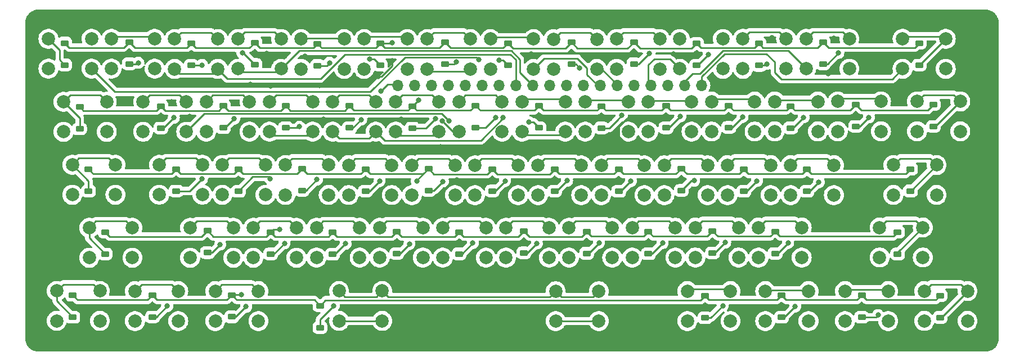
<source format=gbr>
%TF.GenerationSoftware,KiCad,Pcbnew,7.0.9*%
%TF.CreationDate,2024-12-06T21:29:14-05:00*%
%TF.ProjectId,tiny-keeb,74696e79-2d6b-4656-9562-2e6b69636164,rev?*%
%TF.SameCoordinates,Original*%
%TF.FileFunction,Copper,L2,Bot*%
%TF.FilePolarity,Positive*%
%FSLAX46Y46*%
G04 Gerber Fmt 4.6, Leading zero omitted, Abs format (unit mm)*
G04 Created by KiCad (PCBNEW 7.0.9) date 2024-12-06 21:29:14*
%MOMM*%
%LPD*%
G01*
G04 APERTURE LIST*
G04 Aperture macros list*
%AMRoundRect*
0 Rectangle with rounded corners*
0 $1 Rounding radius*
0 $2 $3 $4 $5 $6 $7 $8 $9 X,Y pos of 4 corners*
0 Add a 4 corners polygon primitive as box body*
4,1,4,$2,$3,$4,$5,$6,$7,$8,$9,$2,$3,0*
0 Add four circle primitives for the rounded corners*
1,1,$1+$1,$2,$3*
1,1,$1+$1,$4,$5*
1,1,$1+$1,$6,$7*
1,1,$1+$1,$8,$9*
0 Add four rect primitives between the rounded corners*
20,1,$1+$1,$2,$3,$4,$5,0*
20,1,$1+$1,$4,$5,$6,$7,0*
20,1,$1+$1,$6,$7,$8,$9,0*
20,1,$1+$1,$8,$9,$2,$3,0*%
G04 Aperture macros list end*
%TA.AperFunction,ComponentPad*%
%ADD10C,2.000000*%
%TD*%
%TA.AperFunction,ComponentPad*%
%ADD11R,1.700000X1.700000*%
%TD*%
%TA.AperFunction,ComponentPad*%
%ADD12O,1.700000X1.700000*%
%TD*%
%TA.AperFunction,SMDPad,CuDef*%
%ADD13RoundRect,0.225000X-0.375000X0.225000X-0.375000X-0.225000X0.375000X-0.225000X0.375000X0.225000X0*%
%TD*%
%TA.AperFunction,ViaPad*%
%ADD14C,0.800000*%
%TD*%
%TA.AperFunction,Conductor*%
%ADD15C,0.250000*%
%TD*%
G04 APERTURE END LIST*
D10*
%TO.P,SW12,1,1*%
%TO.N,Net-(D12-A)*%
X36393000Y-90411000D03*
X42893000Y-90411000D03*
%TO.P,SW12,2,2*%
%TO.N,/col1*%
X36393000Y-94911000D03*
X42893000Y-94911000D03*
%TD*%
%TO.P,SW46,1,1*%
%TO.N,Net-(D46-A)*%
X111215000Y-80844000D03*
X117715000Y-80844000D03*
%TO.P,SW46,2,2*%
%TO.N,/col8*%
X111215000Y-85344000D03*
X117715000Y-85344000D03*
%TD*%
%TO.P,SW13,1,1*%
%TO.N,Net-(D13-A)*%
X42358000Y-52453000D03*
X48858000Y-52453000D03*
%TO.P,SW13,2,2*%
%TO.N,/col2*%
X42358000Y-56953000D03*
X48858000Y-56953000D03*
%TD*%
%TO.P,SW33,1,1*%
%TO.N,Net-(D33-A)*%
X78046000Y-71444000D03*
X84546000Y-71444000D03*
%TO.P,SW33,2,2*%
%TO.N,/col5*%
X78046000Y-75944000D03*
X84546000Y-75944000D03*
%TD*%
%TO.P,SW31,1,1*%
%TO.N,Net-(D31-A)*%
X70881000Y-52454000D03*
X77381000Y-52454000D03*
%TO.P,SW31,2,2*%
%TO.N,/col5*%
X70881000Y-56954000D03*
X77381000Y-56954000D03*
%TD*%
%TO.P,SW39,1,1*%
%TO.N,Net-(D39-A)*%
X87549000Y-71461000D03*
X94049000Y-71461000D03*
%TO.P,SW39,2,2*%
%TO.N,/col6*%
X87549000Y-75961000D03*
X94049000Y-75961000D03*
%TD*%
%TO.P,SW18,1,1*%
%TO.N,Net-(D18-A)*%
X135058000Y-71438000D03*
X141558000Y-71438000D03*
%TO.P,SW18,2,2*%
%TO.N,/col11*%
X135058000Y-75938000D03*
X141558000Y-75938000D03*
%TD*%
%TO.P,SW59,1,1*%
%TO.N,Net-(D59-A)*%
X119510000Y-90411000D03*
X126010000Y-90411000D03*
%TO.P,SW59,2,2*%
%TO.N,/col9*%
X119510000Y-94911000D03*
X126010000Y-94911000D03*
%TD*%
%TO.P,SW74,1,1*%
%TO.N,Net-(D74-A)*%
X150520000Y-71420000D03*
X157020000Y-71420000D03*
%TO.P,SW74,2,2*%
%TO.N,/col12*%
X150520000Y-75920000D03*
X157020000Y-75920000D03*
%TD*%
%TO.P,SW20,1,1*%
%TO.N,Net-(D20-A)*%
X66127000Y-61887000D03*
X72627000Y-61887000D03*
%TO.P,SW20,2,2*%
%TO.N,/col4*%
X66127000Y-66387000D03*
X72627000Y-66387000D03*
%TD*%
%TO.P,SW44,1,1*%
%TO.N,Net-(D44-A)*%
X104137000Y-61875000D03*
X110637000Y-61875000D03*
%TO.P,SW44,2,2*%
%TO.N,/col8*%
X104137000Y-66375000D03*
X110637000Y-66375000D03*
%TD*%
%TO.P,SW23,1,1*%
%TO.N,Net-(D23-A)*%
X44697000Y-80882000D03*
X51197000Y-80882000D03*
%TO.P,SW23,2,2*%
%TO.N,/col1*%
X44697000Y-85382000D03*
X51197000Y-85382000D03*
%TD*%
%TO.P,SW24,1,1*%
%TO.N,Net-(D24-A)*%
X130218000Y-80840000D03*
X136718000Y-80840000D03*
%TO.P,SW24,2,2*%
%TO.N,/col10*%
X130218000Y-85340000D03*
X136718000Y-85340000D03*
%TD*%
%TO.P,SW14,1,1*%
%TO.N,Net-(D14-A)*%
X56625000Y-61892000D03*
X63125000Y-61892000D03*
%TO.P,SW14,2,2*%
%TO.N,/col3*%
X56625000Y-66392000D03*
X63125000Y-66392000D03*
%TD*%
%TO.P,SW38,1,1*%
%TO.N,Net-(D38-A)*%
X94634000Y-61877000D03*
X101134000Y-61877000D03*
%TO.P,SW38,2,2*%
%TO.N,/col7*%
X94634000Y-66377000D03*
X101134000Y-66377000D03*
%TD*%
%TO.P,SW56,1,1*%
%TO.N,Net-(D56-A)*%
X123141000Y-61867000D03*
X129641000Y-61867000D03*
%TO.P,SW56,2,2*%
%TO.N,/col10*%
X123141000Y-66367000D03*
X129641000Y-66367000D03*
%TD*%
%TO.P,SW61,1,1*%
%TO.N,Net-(D61-A)*%
X118376000Y-52440000D03*
X124876000Y-52440000D03*
%TO.P,SW61,2,2*%
%TO.N,/col10*%
X118376000Y-56940000D03*
X124876000Y-56940000D03*
%TD*%
%TO.P,SW17,1,1*%
%TO.N,Net-(D17-A)*%
X48468000Y-90407000D03*
X54968000Y-90407000D03*
%TO.P,SW17,2,2*%
%TO.N,/col2*%
X48468000Y-94907000D03*
X54968000Y-94907000D03*
%TD*%
%TO.P,SW10,1,1*%
%TO.N,Net-(D10-A)*%
X40027000Y-71392000D03*
X46527000Y-71392000D03*
%TO.P,SW10,2,2*%
%TO.N,/col1*%
X40027000Y-75892000D03*
X46527000Y-75892000D03*
%TD*%
%TO.P,SW72,1,1*%
%TO.N,Net-(D72-A)*%
X151897000Y-52430000D03*
X158397000Y-52430000D03*
%TO.P,SW72,2,2*%
%TO.N,/col13*%
X151897000Y-56930000D03*
X158397000Y-56930000D03*
%TD*%
%TO.P,SW26,1,1*%
%TO.N,Net-(D26-A)*%
X75630000Y-61884000D03*
X82130000Y-61884000D03*
%TO.P,SW26,2,2*%
%TO.N,/col5*%
X75630000Y-66384000D03*
X82130000Y-66384000D03*
%TD*%
%TO.P,SW4,1,1*%
%TO.N,Net-(D4-A)*%
X26957000Y-71400000D03*
X33457000Y-71400000D03*
%TO.P,SW4,2,2*%
%TO.N,/col0*%
X26957000Y-75900000D03*
X33457000Y-75900000D03*
%TD*%
%TO.P,SW32,1,1*%
%TO.N,Net-(D32-A)*%
X85133000Y-61879000D03*
X91633000Y-61879000D03*
%TO.P,SW32,2,2*%
%TO.N,/col6*%
X85133000Y-66379000D03*
X91633000Y-66379000D03*
%TD*%
%TO.P,SW7,1,1*%
%TO.N,Net-(D7-A)*%
X37613000Y-61909000D03*
X44113000Y-61909000D03*
%TO.P,SW7,2,2*%
%TO.N,/col1*%
X37613000Y-66409000D03*
X44113000Y-66409000D03*
%TD*%
%TO.P,SW5,1,1*%
%TO.N,Net-(D5-A)*%
X29502000Y-80884000D03*
X36002000Y-80884000D03*
%TO.P,SW5,2,2*%
%TO.N,/col0*%
X29502000Y-85384000D03*
X36002000Y-85384000D03*
%TD*%
%TO.P,SW16,1,1*%
%TO.N,Net-(D16-A)*%
X63705000Y-80871000D03*
X70205000Y-80871000D03*
%TO.P,SW16,2,2*%
%TO.N,/col3*%
X63705000Y-85371000D03*
X70205000Y-85371000D03*
%TD*%
%TO.P,SW41,1,1*%
%TO.N,Net-(D41-A)*%
X99698000Y-90412000D03*
X106198000Y-90412000D03*
%TO.P,SW41,2,2*%
%TO.N,/col6*%
X99698000Y-94912000D03*
X106198000Y-94912000D03*
%TD*%
%TO.P,SW40,1,1*%
%TO.N,Net-(D40-A)*%
X101710000Y-80852000D03*
X108210000Y-80852000D03*
%TO.P,SW40,2,2*%
%TO.N,/col7*%
X101710000Y-85352000D03*
X108210000Y-85352000D03*
%TD*%
%TO.P,SW3,1,1*%
%TO.N,Net-(D3-A)*%
X25639000Y-61912000D03*
X32139000Y-61912000D03*
%TO.P,SW3,2,2*%
%TO.N,/col0*%
X25639000Y-66412000D03*
X32139000Y-66412000D03*
%TD*%
%TO.P,SW67,1,1*%
%TO.N,Net-(D67-A)*%
X137386000Y-52429000D03*
X143886000Y-52429000D03*
%TO.P,SW67,2,2*%
%TO.N,/col12*%
X137386000Y-56929000D03*
X143886000Y-56929000D03*
%TD*%
%TO.P,SW66,1,1*%
%TO.N,Net-(D66-A)*%
X143237000Y-90410000D03*
X149737000Y-90410000D03*
%TO.P,SW66,2,2*%
%TO.N,/col11*%
X143237000Y-94910000D03*
X149737000Y-94910000D03*
%TD*%
%TO.P,SW8,1,1*%
%TO.N,Net-(D8-A)*%
X32851000Y-52408000D03*
X39351000Y-52408000D03*
%TO.P,SW8,2,2*%
%TO.N,/col1*%
X32851000Y-56908000D03*
X39351000Y-56908000D03*
%TD*%
%TO.P,SW27,1,1*%
%TO.N,Net-(D27-A)*%
X68542000Y-71434000D03*
X75042000Y-71434000D03*
%TO.P,SW27,2,2*%
%TO.N,/col4*%
X68542000Y-75934000D03*
X75042000Y-75934000D03*
%TD*%
%TO.P,SW62,1,1*%
%TO.N,Net-(D62-A)*%
X132645000Y-61860000D03*
X139145000Y-61860000D03*
%TO.P,SW62,2,2*%
%TO.N,/col11*%
X132645000Y-66360000D03*
X139145000Y-66360000D03*
%TD*%
%TO.P,SW57,1,1*%
%TO.N,Net-(D57-A)*%
X116053000Y-71447000D03*
X122553000Y-71447000D03*
%TO.P,SW57,2,2*%
%TO.N,/col9*%
X116053000Y-75947000D03*
X122553000Y-75947000D03*
%TD*%
%TO.P,SW21,1,1*%
%TO.N,Net-(D21-A)*%
X59040000Y-71420000D03*
X65540000Y-71420000D03*
%TO.P,SW21,2,2*%
%TO.N,/col3*%
X59040000Y-75920000D03*
X65540000Y-75920000D03*
%TD*%
%TO.P,SW15,1,1*%
%TO.N,Net-(D15-A)*%
X49538000Y-71409000D03*
X56038000Y-71409000D03*
%TO.P,SW15,2,2*%
%TO.N,/col2*%
X49538000Y-75909000D03*
X56038000Y-75909000D03*
%TD*%
%TO.P,SW19,1,1*%
%TO.N,Net-(D19-A)*%
X51874000Y-52441000D03*
X58374000Y-52441000D03*
%TO.P,SW19,2,2*%
%TO.N,/col3*%
X51874000Y-56941000D03*
X58374000Y-56941000D03*
%TD*%
%TO.P,SW34,1,1*%
%TO.N,Net-(D34-A)*%
X92208000Y-80858000D03*
X98708000Y-80858000D03*
%TO.P,SW34,2,2*%
%TO.N,/col6*%
X92208000Y-85358000D03*
X98708000Y-85358000D03*
%TD*%
%TO.P,SW22,1,1*%
%TO.N,Net-(D22-A)*%
X73205000Y-80869000D03*
X79705000Y-80869000D03*
%TO.P,SW22,2,2*%
%TO.N,/col4*%
X73205000Y-85369000D03*
X79705000Y-85369000D03*
%TD*%
%TO.P,SW6,1,1*%
%TO.N,Net-(D6-A)*%
X24612000Y-90382000D03*
X31112000Y-90382000D03*
%TO.P,SW6,2,2*%
%TO.N,/col0*%
X24612000Y-94882000D03*
X31112000Y-94882000D03*
%TD*%
%TO.P,SW50,1,1*%
%TO.N,Net-(D50-A)*%
X113641000Y-61870000D03*
X120141000Y-61870000D03*
%TO.P,SW50,2,2*%
%TO.N,/col9*%
X113641000Y-66370000D03*
X120141000Y-66370000D03*
%TD*%
%TO.P,SW29,1,1*%
%TO.N,Net-(D29-A)*%
X127879000Y-52432000D03*
X134379000Y-52432000D03*
%TO.P,SW29,2,2*%
%TO.N,/col11*%
X127879000Y-56932000D03*
X134379000Y-56932000D03*
%TD*%
%TO.P,SW25,1,1*%
%TO.N,Net-(D25-A)*%
X61368000Y-52452000D03*
X67868000Y-52452000D03*
%TO.P,SW25,2,2*%
%TO.N,/col4*%
X61368000Y-56952000D03*
X67868000Y-56952000D03*
%TD*%
%TO.P,SW51,1,1*%
%TO.N,Net-(D51-A)*%
X106549000Y-71453000D03*
X113049000Y-71453000D03*
%TO.P,SW51,2,2*%
%TO.N,/col8*%
X106549000Y-75953000D03*
X113049000Y-75953000D03*
%TD*%
%TO.P,SW52,1,1*%
%TO.N,Net-(D52-A)*%
X120717000Y-80835000D03*
X127217000Y-80835000D03*
%TO.P,SW52,2,2*%
%TO.N,/col9*%
X120717000Y-85335000D03*
X127217000Y-85335000D03*
%TD*%
%TO.P,SW9,1,1*%
%TO.N,Net-(D9-A)*%
X47118000Y-61900000D03*
X53618000Y-61900000D03*
%TO.P,SW9,2,2*%
%TO.N,/col2*%
X47118000Y-66400000D03*
X53618000Y-66400000D03*
%TD*%
%TO.P,SW30,1,1*%
%TO.N,/col6*%
X73603000Y-94887000D03*
X67103000Y-94887000D03*
%TO.P,SW30,2,2*%
%TO.N,Net-(D41-A)*%
X73603000Y-90387000D03*
X67103000Y-90387000D03*
%TD*%
D11*
%TO.P,J2,1,Pin_1*%
%TO.N,GND*%
X124161000Y-59435000D03*
D12*
%TO.P,J2,2,Pin_2*%
%TO.N,/col13*%
X121621000Y-59435000D03*
%TO.P,J2,3,Pin_3*%
%TO.N,/col12*%
X119081000Y-59435000D03*
%TO.P,J2,4,Pin_4*%
%TO.N,/col11*%
X116541000Y-59435000D03*
%TO.P,J2,5,Pin_5*%
%TO.N,/col10*%
X114001000Y-59435000D03*
%TO.P,J2,6,Pin_6*%
%TO.N,/col9*%
X111461000Y-59435000D03*
%TO.P,J2,7,Pin_7*%
%TO.N,/col8*%
X108921000Y-59435000D03*
%TO.P,J2,8,Pin_8*%
%TO.N,/col7*%
X106381000Y-59435000D03*
%TO.P,J2,9,Pin_9*%
%TO.N,/col6*%
X103841000Y-59435000D03*
%TO.P,J2,10,Pin_10*%
%TO.N,/col5*%
X101301000Y-59435000D03*
%TO.P,J2,11,Pin_11*%
%TO.N,/col4*%
X98761000Y-59435000D03*
%TO.P,J2,12,Pin_12*%
%TO.N,/col3*%
X96221000Y-59435000D03*
%TO.P,J2,13,Pin_13*%
%TO.N,/col2*%
X93681000Y-59435000D03*
%TO.P,J2,14,Pin_14*%
%TO.N,/col1*%
X91141000Y-59435000D03*
%TO.P,J2,15,Pin_15*%
%TO.N,/col0*%
X88601000Y-59435000D03*
%TO.P,J2,16,Pin_16*%
%TO.N,/row4*%
X86061000Y-59435000D03*
%TO.P,J2,17,Pin_17*%
%TO.N,/row3*%
X83521000Y-59435000D03*
%TO.P,J2,18,Pin_18*%
%TO.N,/row2*%
X80981000Y-59435000D03*
%TO.P,J2,19,Pin_19*%
%TO.N,/row1*%
X78441000Y-59435000D03*
%TO.P,J2,20,Pin_20*%
%TO.N,/row0*%
X75901000Y-59435000D03*
%TD*%
D10*
%TO.P,SW35,1,1*%
%TO.N,Net-(D35-A)*%
X142150000Y-61851000D03*
X148650000Y-61851000D03*
%TO.P,SW35,2,2*%
%TO.N,/col12*%
X142150000Y-66351000D03*
X148650000Y-66351000D03*
%TD*%
%TO.P,SW1,1,1*%
%TO.N,Net-(D1-A)*%
X155166000Y-90396000D03*
X161666000Y-90396000D03*
%TO.P,SW1,2,2*%
%TO.N,/col12*%
X155166000Y-94896000D03*
X161666000Y-94896000D03*
%TD*%
%TO.P,SW2,1,1*%
%TO.N,Net-(D2-A)*%
X23364000Y-52405000D03*
X29864000Y-52405000D03*
%TO.P,SW2,2,2*%
%TO.N,/col0*%
X23364000Y-56905000D03*
X29864000Y-56905000D03*
%TD*%
%TO.P,SW11,1,1*%
%TO.N,Net-(D11-A)*%
X54198000Y-80876000D03*
X60698000Y-80876000D03*
%TO.P,SW11,2,2*%
%TO.N,/col2*%
X54198000Y-85376000D03*
X60698000Y-85376000D03*
%TD*%
%TO.P,SW63,1,1*%
%TO.N,Net-(D63-A)*%
X125555000Y-71442000D03*
X132055000Y-71442000D03*
%TO.P,SW63,2,2*%
%TO.N,/col10*%
X125555000Y-75942000D03*
X132055000Y-75942000D03*
%TD*%
%TO.P,SW43,1,1*%
%TO.N,Net-(D43-A)*%
X89879000Y-52460000D03*
X96379000Y-52460000D03*
%TO.P,SW43,2,2*%
%TO.N,/col7*%
X89879000Y-56960000D03*
X96379000Y-56960000D03*
%TD*%
%TO.P,SW73,1,1*%
%TO.N,Net-(D73-A)*%
X154079000Y-61846000D03*
X160579000Y-61846000D03*
%TO.P,SW73,2,2*%
%TO.N,/col13*%
X154079000Y-66346000D03*
X160579000Y-66346000D03*
%TD*%
%TO.P,SW58,1,1*%
%TO.N,Net-(D58-A)*%
X148452000Y-80832000D03*
X154952000Y-80832000D03*
%TO.P,SW58,2,2*%
%TO.N,/col11*%
X148452000Y-85332000D03*
X154952000Y-85332000D03*
%TD*%
%TO.P,SW65,1,1*%
%TO.N,Net-(D65-A)*%
X131244000Y-90408000D03*
X137744000Y-90408000D03*
%TO.P,SW65,2,2*%
%TO.N,/col10*%
X131244000Y-94908000D03*
X137744000Y-94908000D03*
%TD*%
%TO.P,SW55,1,1*%
%TO.N,Net-(D55-A)*%
X108870000Y-52448000D03*
X115370000Y-52448000D03*
%TO.P,SW55,2,2*%
%TO.N,/col9*%
X108870000Y-56948000D03*
X115370000Y-56948000D03*
%TD*%
%TO.P,SW45,1,1*%
%TO.N,Net-(D45-A)*%
X97049000Y-71453000D03*
X103549000Y-71453000D03*
%TO.P,SW45,2,2*%
%TO.N,/col7*%
X97049000Y-75953000D03*
X103549000Y-75953000D03*
%TD*%
%TO.P,SW49,1,1*%
%TO.N,Net-(D49-A)*%
X99378000Y-52462000D03*
X105878000Y-52462000D03*
%TO.P,SW49,2,2*%
%TO.N,/col8*%
X99378000Y-56962000D03*
X105878000Y-56962000D03*
%TD*%
%TO.P,SW28,1,1*%
%TO.N,Net-(D28-A)*%
X82706000Y-80869000D03*
X89206000Y-80869000D03*
%TO.P,SW28,2,2*%
%TO.N,/col5*%
X82706000Y-85369000D03*
X89206000Y-85369000D03*
%TD*%
%TO.P,SW37,1,1*%
%TO.N,Net-(D37-A)*%
X80371000Y-52452000D03*
X86871000Y-52452000D03*
%TO.P,SW37,2,2*%
%TO.N,/col6*%
X80371000Y-56952000D03*
X86871000Y-56952000D03*
%TD*%
D13*
%TO.P,D74,1,K*%
%TO.N,/row2*%
X153097000Y-72027500D03*
%TO.P,D74,2,A*%
%TO.N,Net-(D74-A)*%
X153097000Y-75327500D03*
%TD*%
%TO.P,D12,1,K*%
%TO.N,/row4*%
X39002000Y-91016000D03*
%TO.P,D12,2,A*%
%TO.N,Net-(D12-A)*%
X39002000Y-94316000D03*
%TD*%
%TO.P,D11,1,K*%
%TO.N,/row3*%
X56816000Y-81512500D03*
%TO.P,D11,2,A*%
%TO.N,Net-(D11-A)*%
X56816000Y-84812500D03*
%TD*%
%TO.P,D72,1,K*%
%TO.N,/row0*%
X154400000Y-53088000D03*
%TO.P,D72,2,A*%
%TO.N,Net-(D72-A)*%
X154400000Y-56388000D03*
%TD*%
%TO.P,D22,1,K*%
%TO.N,/row3*%
X75775000Y-81461500D03*
%TO.P,D22,2,A*%
%TO.N,Net-(D22-A)*%
X75775000Y-84761500D03*
%TD*%
%TO.P,D63,1,K*%
%TO.N,/row2*%
X128009000Y-72074500D03*
%TO.P,D63,2,A*%
%TO.N,Net-(D63-A)*%
X128009000Y-75374500D03*
%TD*%
%TO.P,D1,1,K*%
%TO.N,/row4*%
X157570000Y-91075500D03*
%TO.P,D1,2,A*%
%TO.N,Net-(D1-A)*%
X157570000Y-94375500D03*
%TD*%
%TO.P,D52,1,K*%
%TO.N,/row3*%
X123298000Y-81371500D03*
%TO.P,D52,2,A*%
%TO.N,Net-(D52-A)*%
X123298000Y-84671500D03*
%TD*%
%TO.P,D17,1,K*%
%TO.N,/row4*%
X50955000Y-90984500D03*
%TO.P,D17,2,A*%
%TO.N,Net-(D17-A)*%
X50955000Y-94284500D03*
%TD*%
%TO.P,D73,1,K*%
%TO.N,/row1*%
X156536000Y-62321000D03*
%TO.P,D73,2,A*%
%TO.N,Net-(D73-A)*%
X156536000Y-65621000D03*
%TD*%
%TO.P,D55,1,K*%
%TO.N,/row0*%
X111458000Y-52890000D03*
%TO.P,D55,2,A*%
%TO.N,Net-(D55-A)*%
X111458000Y-56190000D03*
%TD*%
%TO.P,D56,1,K*%
%TO.N,/row1*%
X125742000Y-62470500D03*
%TO.P,D56,2,A*%
%TO.N,Net-(D56-A)*%
X125742000Y-65770500D03*
%TD*%
%TO.P,D7,1,K*%
%TO.N,/row1*%
X40305000Y-62558500D03*
%TO.P,D7,2,A*%
%TO.N,Net-(D7-A)*%
X40305000Y-65858500D03*
%TD*%
%TO.P,D35,1,K*%
%TO.N,/row1*%
X144860000Y-62306000D03*
%TO.P,D35,2,A*%
%TO.N,Net-(D35-A)*%
X144860000Y-65606000D03*
%TD*%
%TO.P,D37,1,K*%
%TO.N,/row0*%
X83052000Y-52966500D03*
%TO.P,D37,2,A*%
%TO.N,Net-(D37-A)*%
X83052000Y-56266500D03*
%TD*%
%TO.P,D31,1,K*%
%TO.N,/row0*%
X73315000Y-53088000D03*
%TO.P,D31,2,A*%
%TO.N,Net-(D31-A)*%
X73315000Y-56388000D03*
%TD*%
%TO.P,D29,1,K*%
%TO.N,/row0*%
X130294000Y-53127000D03*
%TO.P,D29,2,A*%
%TO.N,Net-(D29-A)*%
X130294000Y-56427000D03*
%TD*%
%TO.P,D65,1,K*%
%TO.N,/row4*%
X133679000Y-91041500D03*
%TO.P,D65,2,A*%
%TO.N,Net-(D65-A)*%
X133679000Y-94341500D03*
%TD*%
%TO.P,D67,1,K*%
%TO.N,/row0*%
X139917000Y-52909500D03*
%TO.P,D67,2,A*%
%TO.N,Net-(D67-A)*%
X139917000Y-56209500D03*
%TD*%
%TO.P,D59,1,K*%
%TO.N,/row4*%
X122157000Y-91125000D03*
%TO.P,D59,2,A*%
%TO.N,Net-(D59-A)*%
X122157000Y-94425000D03*
%TD*%
%TO.P,D3,1,K*%
%TO.N,/row1*%
X28058000Y-62670500D03*
%TO.P,D3,2,A*%
%TO.N,Net-(D3-A)*%
X28058000Y-65970500D03*
%TD*%
%TO.P,D18,1,K*%
%TO.N,/row2*%
X137508000Y-72081500D03*
%TO.P,D18,2,A*%
%TO.N,Net-(D18-A)*%
X137508000Y-75381500D03*
%TD*%
%TO.P,D43,1,K*%
%TO.N,/row0*%
X92503000Y-53073000D03*
%TO.P,D43,2,A*%
%TO.N,Net-(D43-A)*%
X92503000Y-56373000D03*
%TD*%
%TO.P,D13,1,K*%
%TO.N,/row0*%
X44868000Y-53107500D03*
%TO.P,D13,2,A*%
%TO.N,Net-(D13-A)*%
X44868000Y-56407500D03*
%TD*%
%TO.P,D19,1,K*%
%TO.N,/row0*%
X54412000Y-52980000D03*
%TO.P,D19,2,A*%
%TO.N,Net-(D19-A)*%
X54412000Y-56280000D03*
%TD*%
%TO.P,D4,1,K*%
%TO.N,/row2*%
X29412000Y-72047000D03*
%TO.P,D4,2,A*%
%TO.N,Net-(D4-A)*%
X29412000Y-75347000D03*
%TD*%
%TO.P,D21,1,K*%
%TO.N,/row2*%
X61545000Y-71973000D03*
%TO.P,D21,2,A*%
%TO.N,Net-(D21-A)*%
X61545000Y-75273000D03*
%TD*%
%TO.P,D38,1,K*%
%TO.N,/row1*%
X97174000Y-62503000D03*
%TO.P,D38,2,A*%
%TO.N,Net-(D38-A)*%
X97174000Y-65803000D03*
%TD*%
%TO.P,D5,1,K*%
%TO.N,/row3*%
X31920000Y-81522500D03*
%TO.P,D5,2,A*%
%TO.N,Net-(D5-A)*%
X31920000Y-84822500D03*
%TD*%
%TO.P,D45,1,K*%
%TO.N,/row2*%
X99525000Y-72056500D03*
%TO.P,D45,2,A*%
%TO.N,Net-(D45-A)*%
X99525000Y-75356500D03*
%TD*%
%TO.P,D26,1,K*%
%TO.N,/row1*%
X78128000Y-62559000D03*
%TO.P,D26,2,A*%
%TO.N,Net-(D26-A)*%
X78128000Y-65859000D03*
%TD*%
%TO.P,D58,1,K*%
%TO.N,/row3*%
X151160000Y-81512000D03*
%TO.P,D58,2,A*%
%TO.N,Net-(D58-A)*%
X151160000Y-84812000D03*
%TD*%
%TO.P,D61,1,K*%
%TO.N,/row0*%
X120908000Y-53107000D03*
%TO.P,D61,2,A*%
%TO.N,Net-(D61-A)*%
X120908000Y-56407000D03*
%TD*%
%TO.P,D46,1,K*%
%TO.N,/row3*%
X113654000Y-81473000D03*
%TO.P,D46,2,A*%
%TO.N,Net-(D46-A)*%
X113654000Y-84773000D03*
%TD*%
%TO.P,D57,1,K*%
%TO.N,/row2*%
X118627000Y-71953000D03*
%TO.P,D57,2,A*%
%TO.N,Net-(D57-A)*%
X118627000Y-75253000D03*
%TD*%
%TO.P,D24,1,K*%
%TO.N,/row3*%
X132720000Y-81437500D03*
%TO.P,D24,2,A*%
%TO.N,Net-(D24-A)*%
X132720000Y-84737500D03*
%TD*%
%TO.P,D2,1,K*%
%TO.N,/row0*%
X25820000Y-53057000D03*
%TO.P,D2,2,A*%
%TO.N,Net-(D2-A)*%
X25820000Y-56357000D03*
%TD*%
%TO.P,D49,1,K*%
%TO.N,/row0*%
X102062000Y-52966500D03*
%TO.P,D49,2,A*%
%TO.N,Net-(D49-A)*%
X102062000Y-56266500D03*
%TD*%
%TO.P,D50,1,K*%
%TO.N,/row1*%
X116291000Y-62525500D03*
%TO.P,D50,2,A*%
%TO.N,Net-(D50-A)*%
X116291000Y-65825500D03*
%TD*%
%TO.P,D6,1,K*%
%TO.N,/row4*%
X27037000Y-91034500D03*
%TO.P,D6,2,A*%
%TO.N,Net-(D6-A)*%
X27037000Y-94334500D03*
%TD*%
%TO.P,D66,1,K*%
%TO.N,/row4*%
X145746000Y-91034000D03*
%TO.P,D66,2,A*%
%TO.N,Net-(D66-A)*%
X145746000Y-94334000D03*
%TD*%
%TO.P,D33,1,K*%
%TO.N,/row2*%
X80554000Y-71953000D03*
%TO.P,D33,2,A*%
%TO.N,Net-(D33-A)*%
X80554000Y-75253000D03*
%TD*%
%TO.P,D25,1,K*%
%TO.N,/row0*%
X63863000Y-53145000D03*
%TO.P,D25,2,A*%
%TO.N,Net-(D25-A)*%
X63863000Y-56445000D03*
%TD*%
%TO.P,D20,1,K*%
%TO.N,/row1*%
X68678000Y-62524500D03*
%TO.P,D20,2,A*%
%TO.N,Net-(D20-A)*%
X68678000Y-65824500D03*
%TD*%
%TO.P,D32,1,K*%
%TO.N,/row1*%
X87621000Y-62454000D03*
%TO.P,D32,2,A*%
%TO.N,Net-(D32-A)*%
X87621000Y-65754000D03*
%TD*%
%TO.P,D8,1,K*%
%TO.N,/row0*%
X35526000Y-52890500D03*
%TO.P,D8,2,A*%
%TO.N,Net-(D8-A)*%
X35526000Y-56190500D03*
%TD*%
%TO.P,D14,1,K*%
%TO.N,/row1*%
X59059000Y-62491500D03*
%TO.P,D14,2,A*%
%TO.N,Net-(D14-A)*%
X59059000Y-65791500D03*
%TD*%
%TO.P,D62,1,K*%
%TO.N,/row1*%
X135061000Y-62538000D03*
%TO.P,D62,2,A*%
%TO.N,Net-(D62-A)*%
X135061000Y-65838000D03*
%TD*%
%TO.P,D41,1,K*%
%TO.N,/row4*%
X64231000Y-92594500D03*
%TO.P,D41,2,A*%
%TO.N,Net-(D41-A)*%
X64231000Y-95894500D03*
%TD*%
%TO.P,D34,1,K*%
%TO.N,/row3*%
X94892000Y-81349000D03*
%TO.P,D34,2,A*%
%TO.N,Net-(D34-A)*%
X94892000Y-84649000D03*
%TD*%
%TO.P,D10,1,K*%
%TO.N,/row2*%
X42586000Y-72040000D03*
%TO.P,D10,2,A*%
%TO.N,Net-(D10-A)*%
X42586000Y-75340000D03*
%TD*%
%TO.P,D9,1,K*%
%TO.N,/row1*%
X49701000Y-62503500D03*
%TO.P,D9,2,A*%
%TO.N,Net-(D9-A)*%
X49701000Y-65803500D03*
%TD*%
%TO.P,D16,1,K*%
%TO.N,/row3*%
X66127000Y-81559500D03*
%TO.P,D16,2,A*%
%TO.N,Net-(D16-A)*%
X66127000Y-84859500D03*
%TD*%
%TO.P,D23,1,K*%
%TO.N,/row3*%
X47279000Y-81316500D03*
%TO.P,D23,2,A*%
%TO.N,Net-(D23-A)*%
X47279000Y-84616500D03*
%TD*%
%TO.P,D15,1,K*%
%TO.N,/row2*%
X51952000Y-72070500D03*
%TO.P,D15,2,A*%
%TO.N,Net-(D15-A)*%
X51952000Y-75370500D03*
%TD*%
%TO.P,D51,1,K*%
%TO.N,/row2*%
X109177000Y-72084500D03*
%TO.P,D51,2,A*%
%TO.N,Net-(D51-A)*%
X109177000Y-75384500D03*
%TD*%
%TO.P,D27,1,K*%
%TO.N,/row2*%
X71080000Y-72059500D03*
%TO.P,D27,2,A*%
%TO.N,Net-(D27-A)*%
X71080000Y-75359500D03*
%TD*%
%TO.P,D28,1,K*%
%TO.N,/row3*%
X85180000Y-81505000D03*
%TO.P,D28,2,A*%
%TO.N,Net-(D28-A)*%
X85180000Y-84805000D03*
%TD*%
%TO.P,D39,1,K*%
%TO.N,/row2*%
X90167000Y-72029500D03*
%TO.P,D39,2,A*%
%TO.N,Net-(D39-A)*%
X90167000Y-75329500D03*
%TD*%
%TO.P,D40,1,K*%
%TO.N,/row3*%
X104343000Y-81425500D03*
%TO.P,D40,2,A*%
%TO.N,Net-(D40-A)*%
X104343000Y-84725500D03*
%TD*%
%TO.P,D44,1,K*%
%TO.N,/row1*%
X106566000Y-62545000D03*
%TO.P,D44,2,A*%
%TO.N,Net-(D44-A)*%
X106566000Y-65845000D03*
%TD*%
D14*
%TO.N,/row4*%
X52370000Y-90972000D03*
%TO.N,/row0*%
X73401500Y-60302000D03*
X75049000Y-52988000D03*
%TO.N,/row1*%
X79073000Y-61641000D03*
%TO.N,/row2*%
X78775000Y-73844000D03*
%TO.N,/row3*%
X58183000Y-81087000D03*
%TO.N,Net-(D7-A)*%
X42223000Y-64300000D03*
%TO.N,Net-(D8-A)*%
X36889000Y-56027000D03*
%TO.N,Net-(D9-A)*%
X51319000Y-64447000D03*
%TO.N,Net-(D10-A)*%
X46457000Y-73520000D03*
%TO.N,Net-(D11-A)*%
X58879000Y-83200000D03*
%TO.N,Net-(D12-A)*%
X41234000Y-92663000D03*
%TO.N,Net-(D13-A)*%
X46495000Y-56356000D03*
%TO.N,Net-(D14-A)*%
X61131000Y-65667500D03*
%TO.N,Net-(D15-A)*%
X56731000Y-73469500D03*
%TO.N,Net-(D16-A)*%
X68076000Y-83273000D03*
%TO.N,Net-(D17-A)*%
X53110000Y-92759000D03*
%TO.N,Net-(D18-A)*%
X139309000Y-74003000D03*
%TO.N,Net-(D19-A)*%
X52535000Y-54502500D03*
%TO.N,Net-(D20-A)*%
X70420000Y-64569000D03*
%TO.N,Net-(D21-A)*%
X63755000Y-73617000D03*
%TO.N,Net-(D22-A)*%
X77683000Y-83321000D03*
%TO.N,Net-(D23-A)*%
X49224000Y-83369000D03*
%TO.N,Net-(D25-A)*%
X65651201Y-56027201D03*
%TO.N,Net-(D26-A)*%
X81637000Y-64408500D03*
%TO.N,Net-(D27-A)*%
X73193000Y-73834000D03*
%TO.N,Net-(D28-A)*%
X87218000Y-83176000D03*
%TO.N,Net-(D29-A)*%
X131456000Y-56207500D03*
%TO.N,Net-(D31-A)*%
X71744000Y-55473500D03*
%TO.N,Net-(D32-A)*%
X90682755Y-64251500D03*
%TO.N,Net-(D33-A)*%
X82728000Y-73883000D03*
%TO.N,Net-(D34-A)*%
X96873000Y-83224000D03*
%TO.N,Net-(D35-A)*%
X146816000Y-64251000D03*
%TO.N,Net-(D37-A)*%
X84719500Y-55923500D03*
%TO.N,Net-(D38-A)*%
X95623997Y-64954997D03*
%TO.N,Net-(D39-A)*%
X92070000Y-73834000D03*
%TO.N,Net-(D40-A)*%
X106215000Y-83152000D03*
%TO.N,Net-(D41-A)*%
X66288000Y-92630000D03*
%TO.N,Net-(D43-A)*%
X91160000Y-55639000D03*
%TO.N,Net-(D44-A)*%
X109669500Y-63946000D03*
%TO.N,Net-(D45-A)*%
X101411000Y-73786000D03*
%TO.N,Net-(D46-A)*%
X115774000Y-83176000D03*
%TO.N,Net-(D49-A)*%
X103279000Y-56784500D03*
%TO.N,Net-(D50-A)*%
X118453000Y-64107000D03*
%TO.N,Net-(D51-A)*%
X111019000Y-73834000D03*
%TO.N,Net-(D52-A)*%
X125212000Y-83104000D03*
%TO.N,Net-(D55-A)*%
X113787000Y-54584500D03*
%TO.N,Net-(D56-A)*%
X127819000Y-64203000D03*
%TO.N,Net-(D57-A)*%
X120529000Y-73786000D03*
%TO.N,Net-(D59-A)*%
X124834000Y-92620000D03*
%TO.N,Net-(D61-A)*%
X122701000Y-54801000D03*
%TO.N,Net-(D62-A)*%
X136992000Y-64251000D03*
%TO.N,Net-(D63-A)*%
X129992000Y-73810000D03*
%TO.N,Net-(D65-A)*%
X135749000Y-92713000D03*
%TO.N,Net-(D66-A)*%
X148206000Y-94015000D03*
%TO.N,Net-(D67-A)*%
X142229000Y-54560000D03*
%TO.N,/col0*%
X88170000Y-55572000D03*
%TO.N,/col1*%
X83676299Y-64789701D03*
%TO.N,/col4*%
X91757000Y-64232000D03*
%TO.N,/col6*%
X82633000Y-64771000D03*
%TO.N,Net-(D24-A)*%
X134674000Y-83152000D03*
%TO.N,GND*%
X131794000Y-59522000D03*
X64140000Y-59422000D03*
X80472000Y-78281000D03*
X62097000Y-83443000D03*
X72955000Y-58096000D03*
X128068000Y-78381000D03*
X56814000Y-59543000D03*
X111088000Y-64409000D03*
X67433000Y-68718000D03*
X53638000Y-83238000D03*
X51359000Y-62005000D03*
X141559000Y-52355000D03*
X99331000Y-78248000D03*
X76468000Y-64514000D03*
X84862000Y-73691000D03*
X95971000Y-68602000D03*
X47040000Y-59098000D03*
X76214000Y-68835000D03*
X82334000Y-68702000D03*
X84962000Y-69068000D03*
X58386000Y-68835000D03*
X56188000Y-54597000D03*
X122309000Y-52416000D03*
X53763000Y-59289000D03*
X52049000Y-68746000D03*
X75082000Y-55727000D03*
X48930000Y-73742000D03*
X140716000Y-57668000D03*
X104586000Y-69068000D03*
X133390000Y-69101000D03*
X34101000Y-61924000D03*
X70327000Y-78581000D03*
X107389000Y-54940000D03*
X117429000Y-54727000D03*
X44582000Y-64124000D03*
X62002000Y-55021000D03*
X51692000Y-83247000D03*
X76425000Y-74130000D03*
X47486000Y-78466000D03*
X61613000Y-78414000D03*
X70291000Y-59401000D03*
X88787000Y-83204000D03*
X47426000Y-68615000D03*
X118622000Y-78847000D03*
X145165000Y-70565000D03*
X94907000Y-73858000D03*
X130800000Y-64326000D03*
X54444000Y-87800000D03*
X44539000Y-68716000D03*
X123611000Y-68569000D03*
X41893000Y-61864000D03*
X91947000Y-77350000D03*
X113766000Y-68602000D03*
X55946000Y-52538000D03*
X64765000Y-64538000D03*
X50274000Y-55001000D03*
X107882000Y-64449000D03*
X95965000Y-54677000D03*
X109176000Y-78348000D03*
X51801000Y-78048000D03*
X136601000Y-50108000D03*
X58954000Y-55001000D03*
X99685000Y-64589000D03*
X141107000Y-59622000D03*
X132227000Y-52275000D03*
%TD*%
D15*
%TO.N,/row4*%
X121509000Y-91773000D02*
X65052500Y-91773000D01*
X122157000Y-91125000D02*
X121509000Y-91773000D01*
X65052500Y-91773000D02*
X64231000Y-92594500D01*
X64231000Y-92594500D02*
X63372500Y-91736000D01*
X156910500Y-91735000D02*
X157570000Y-91075500D01*
X39002000Y-91016000D02*
X38282000Y-91736000D01*
X51706500Y-91736000D02*
X50955000Y-90984500D01*
X50203500Y-91736000D02*
X50955000Y-90984500D01*
X145045000Y-91735000D02*
X145746000Y-91034000D01*
X146447000Y-91735000D02*
X156910500Y-91735000D01*
X122768000Y-91736000D02*
X132984500Y-91736000D01*
X38282000Y-91736000D02*
X27738500Y-91736000D01*
X50967500Y-90972000D02*
X50955000Y-90984500D01*
X145746000Y-91034000D02*
X146447000Y-91735000D01*
X27738500Y-91736000D02*
X27037000Y-91034500D01*
X132984500Y-91736000D02*
X133679000Y-91041500D01*
X63372500Y-91736000D02*
X51706500Y-91736000D01*
X39722000Y-91736000D02*
X50203500Y-91736000D01*
X52370000Y-90972000D02*
X50967500Y-90972000D01*
X133679000Y-91041500D02*
X134372500Y-91735000D01*
X122157000Y-91125000D02*
X122768000Y-91736000D01*
X39002000Y-91016000D02*
X39722000Y-91736000D01*
X134372500Y-91735000D02*
X145045000Y-91735000D01*
%TO.N,Net-(D1-A)*%
X157570000Y-94375500D02*
X157686500Y-94375500D01*
X160666000Y-89396000D02*
X161666000Y-90396000D01*
X155166000Y-90396000D02*
X156166000Y-89396000D01*
X157686500Y-94375500D02*
X161666000Y-90396000D01*
X156166000Y-89396000D02*
X160666000Y-89396000D01*
%TO.N,/row0*%
X74949000Y-53088000D02*
X75049000Y-52988000D01*
X83870500Y-53785000D02*
X91791000Y-53785000D01*
X139069500Y-53757000D02*
X139917000Y-52909500D01*
X74006000Y-53779000D02*
X82239500Y-53779000D01*
X34683500Y-53733000D02*
X35526000Y-52890500D01*
X110515000Y-53833000D02*
X111458000Y-52890000D01*
X111458000Y-52890000D02*
X112428000Y-53860000D01*
X53614000Y-53778000D02*
X54412000Y-52980000D01*
X44868000Y-53107500D02*
X45538500Y-53778000D01*
X130924000Y-53757000D02*
X139069500Y-53757000D01*
X73315000Y-53088000D02*
X74949000Y-53088000D01*
X26496000Y-53733000D02*
X34683500Y-53733000D01*
X130294000Y-53127000D02*
X130924000Y-53757000D01*
X36413500Y-53778000D02*
X44197500Y-53778000D01*
X120155000Y-53860000D02*
X120908000Y-53107000D01*
X55209000Y-53777000D02*
X63231000Y-53777000D01*
X92503000Y-53073000D02*
X93281000Y-53851000D01*
X121566000Y-53765000D02*
X129656000Y-53765000D01*
X140762500Y-53755000D02*
X153733000Y-53755000D01*
X101177500Y-53851000D02*
X102062000Y-52966500D01*
X120908000Y-53107000D02*
X121566000Y-53765000D01*
X93281000Y-53851000D02*
X101177500Y-53851000D01*
X35526000Y-52890500D02*
X36413500Y-53778000D01*
X129656000Y-53765000D02*
X130294000Y-53127000D01*
X102928500Y-53833000D02*
X110515000Y-53833000D01*
X83052000Y-52966500D02*
X83870500Y-53785000D01*
X54412000Y-52980000D02*
X55209000Y-53777000D01*
X63863000Y-53145000D02*
X64497000Y-53779000D01*
X64497000Y-53779000D02*
X72624000Y-53779000D01*
X112428000Y-53860000D02*
X120155000Y-53860000D01*
X91791000Y-53785000D02*
X92503000Y-53073000D01*
X102062000Y-52966500D02*
X102928500Y-53833000D01*
X73315000Y-53088000D02*
X74006000Y-53779000D01*
X25820000Y-53057000D02*
X26496000Y-53733000D01*
X74395500Y-59308000D02*
X75925000Y-59308000D01*
X82239500Y-53779000D02*
X83052000Y-52966500D01*
X139917000Y-52909500D02*
X140762500Y-53755000D01*
X153733000Y-53755000D02*
X154400000Y-53088000D01*
X72624000Y-53779000D02*
X73315000Y-53088000D01*
X45538500Y-53778000D02*
X53614000Y-53778000D01*
X73401500Y-60302000D02*
X74395500Y-59308000D01*
X63231000Y-53777000D02*
X63863000Y-53145000D01*
X44197500Y-53778000D02*
X44868000Y-53107500D01*
%TO.N,Net-(D2-A)*%
X25043000Y-54084000D02*
X23364000Y-52405000D01*
X25043000Y-55580000D02*
X25043000Y-54084000D01*
X25820000Y-56357000D02*
X26135000Y-56357000D01*
X25820000Y-56357000D02*
X25043000Y-55580000D01*
%TO.N,/row1*%
X40980500Y-63234000D02*
X48970500Y-63234000D01*
X39626500Y-63237000D02*
X40305000Y-62558500D01*
X28624500Y-63237000D02*
X39626500Y-63237000D01*
X48970500Y-63234000D02*
X49701000Y-62503500D01*
X59059000Y-62491500D02*
X59784500Y-63217000D01*
X134407000Y-63192000D02*
X135061000Y-62538000D01*
X59784500Y-63217000D02*
X67985500Y-63217000D01*
X78778000Y-63209000D02*
X86866000Y-63209000D01*
X145730000Y-63176000D02*
X155681000Y-63176000D01*
X97174000Y-62503000D02*
X97873000Y-63202000D01*
X86866000Y-63209000D02*
X87621000Y-62454000D01*
X79046000Y-61641000D02*
X78128000Y-62559000D01*
X97873000Y-63202000D02*
X105909000Y-63202000D01*
X96473000Y-63204000D02*
X97174000Y-62503000D01*
X68678000Y-62524500D02*
X69365500Y-63212000D01*
X125017500Y-63195000D02*
X125742000Y-62470500D01*
X143981000Y-63185000D02*
X144860000Y-62306000D01*
X58325500Y-63225000D02*
X59059000Y-62491500D01*
X88371000Y-63204000D02*
X96473000Y-63204000D01*
X106566000Y-62545000D02*
X107221000Y-63200000D01*
X115616500Y-63200000D02*
X116291000Y-62525500D01*
X125742000Y-62470500D02*
X126463500Y-63192000D01*
X155681000Y-63176000D02*
X156536000Y-62321000D01*
X79073000Y-61641000D02*
X79046000Y-61641000D01*
X116960500Y-63195000D02*
X125017500Y-63195000D01*
X135708000Y-63185000D02*
X143981000Y-63185000D01*
X126463500Y-63192000D02*
X134407000Y-63192000D01*
X69365500Y-63212000D02*
X77475000Y-63212000D01*
X28058000Y-62670500D02*
X28624500Y-63237000D01*
X144860000Y-62306000D02*
X145730000Y-63176000D01*
X77475000Y-63212000D02*
X78128000Y-62559000D01*
X49701000Y-62503500D02*
X50422500Y-63225000D01*
X78128000Y-62559000D02*
X78778000Y-63209000D01*
X50422500Y-63225000D02*
X58325500Y-63225000D01*
X135061000Y-62538000D02*
X135708000Y-63185000D01*
X67985500Y-63217000D02*
X68678000Y-62524500D01*
X116291000Y-62525500D02*
X116960500Y-63195000D01*
X87621000Y-62454000D02*
X88371000Y-63204000D01*
X40305000Y-62558500D02*
X40980500Y-63234000D01*
X105909000Y-63202000D02*
X106566000Y-62545000D01*
X107221000Y-63200000D02*
X115616500Y-63200000D01*
%TO.N,Net-(D3-A)*%
X28058000Y-65970500D02*
X28058000Y-64331000D01*
X26639000Y-60912000D02*
X31139000Y-60912000D01*
X25639000Y-61912000D02*
X26639000Y-60912000D01*
X28058000Y-64331000D02*
X25639000Y-61912000D01*
X31139000Y-60912000D02*
X32139000Y-61912000D01*
%TO.N,/row2*%
X98795500Y-72786000D02*
X99525000Y-72056500D01*
X136822500Y-72767000D02*
X137508000Y-72081500D01*
X99525000Y-72056500D02*
X100246500Y-72778000D01*
X89410500Y-72786000D02*
X90167000Y-72029500D01*
X43280000Y-72734000D02*
X51288500Y-72734000D01*
X29412000Y-72047000D02*
X30090000Y-72725000D01*
X80554000Y-71953000D02*
X81387000Y-72786000D01*
X51952000Y-72070500D02*
X52626500Y-72745000D01*
X90923500Y-72786000D02*
X98795500Y-72786000D01*
X60773000Y-72745000D02*
X61545000Y-71973000D01*
X42586000Y-72040000D02*
X43280000Y-72734000D01*
X137508000Y-72081500D02*
X138189500Y-72763000D01*
X109870500Y-72778000D02*
X117802000Y-72778000D01*
X118627000Y-71953000D02*
X119446000Y-72772000D01*
X62331000Y-72759000D02*
X70380500Y-72759000D01*
X79738000Y-72769000D02*
X80554000Y-71953000D01*
X61545000Y-71973000D02*
X62331000Y-72759000D01*
X78775000Y-73844000D02*
X78775000Y-73732000D01*
X81387000Y-72786000D02*
X89410500Y-72786000D01*
X138189500Y-72763000D02*
X152361500Y-72763000D01*
X90167000Y-72029500D02*
X90923500Y-72786000D01*
X71080000Y-72059500D02*
X71789500Y-72769000D01*
X71789500Y-72769000D02*
X79738000Y-72769000D01*
X152361500Y-72763000D02*
X153097000Y-72027500D01*
X100246500Y-72778000D02*
X108483500Y-72778000D01*
X41901000Y-72725000D02*
X42586000Y-72040000D01*
X78775000Y-73732000D02*
X79738000Y-72769000D01*
X117802000Y-72778000D02*
X118627000Y-71953000D01*
X70380500Y-72759000D02*
X71080000Y-72059500D01*
X128701500Y-72767000D02*
X136822500Y-72767000D01*
X30090000Y-72725000D02*
X41901000Y-72725000D01*
X108483500Y-72778000D02*
X109177000Y-72084500D01*
X51288500Y-72734000D02*
X51952000Y-72070500D01*
X127311500Y-72772000D02*
X128009000Y-72074500D01*
X128009000Y-72074500D02*
X128701500Y-72767000D01*
X109177000Y-72084500D02*
X109870500Y-72778000D01*
X52626500Y-72745000D02*
X60773000Y-72745000D01*
X119446000Y-72772000D02*
X127311500Y-72772000D01*
%TO.N,Net-(D4-A)*%
X26957000Y-71400000D02*
X27957000Y-70400000D01*
X29412000Y-75347000D02*
X29412000Y-73855000D01*
X32457000Y-70400000D02*
X33457000Y-71400000D01*
X27957000Y-70400000D02*
X32457000Y-70400000D01*
X29412000Y-73855000D02*
X26957000Y-71400000D01*
%TO.N,/row3*%
X94047000Y-82194000D02*
X94892000Y-81349000D01*
X131992500Y-82165000D02*
X132720000Y-81437500D01*
X47279000Y-81316500D02*
X48169500Y-82207000D01*
X75775000Y-81461500D02*
X76507500Y-82194000D01*
X76507500Y-82194000D02*
X84491000Y-82194000D01*
X94892000Y-81349000D02*
X95726000Y-82183000D01*
X104343000Y-81425500D02*
X105094500Y-82177000D01*
X133447500Y-82165000D02*
X150507000Y-82165000D01*
X48169500Y-82207000D02*
X56121500Y-82207000D01*
X132720000Y-81437500D02*
X133447500Y-82165000D01*
X112950000Y-82177000D02*
X113654000Y-81473000D01*
X57504500Y-82201000D02*
X65485500Y-82201000D01*
X150507000Y-82165000D02*
X151160000Y-81512000D01*
X31920000Y-81522500D02*
X32606500Y-82209000D01*
X95726000Y-82183000D02*
X103585500Y-82183000D01*
X46386500Y-82209000D02*
X47279000Y-81316500D01*
X124091500Y-82165000D02*
X131992500Y-82165000D01*
X56121500Y-82207000D02*
X56816000Y-81512500D01*
X56816000Y-81512500D02*
X57504500Y-82201000D01*
X123298000Y-81371500D02*
X124091500Y-82165000D01*
X85180000Y-81505000D02*
X85869000Y-82194000D01*
X75040500Y-82196000D02*
X75775000Y-81461500D01*
X57241500Y-81087000D02*
X56816000Y-81512500D01*
X66763500Y-82196000D02*
X75040500Y-82196000D01*
X105094500Y-82177000D02*
X112950000Y-82177000D01*
X66127000Y-81559500D02*
X66763500Y-82196000D01*
X114350000Y-82169000D02*
X122500500Y-82169000D01*
X58183000Y-81087000D02*
X57241500Y-81087000D01*
X84491000Y-82194000D02*
X85180000Y-81505000D01*
X32606500Y-82209000D02*
X46386500Y-82209000D01*
X122500500Y-82169000D02*
X123298000Y-81371500D01*
X103585500Y-82183000D02*
X104343000Y-81425500D01*
X113654000Y-81473000D02*
X114350000Y-82169000D01*
X85869000Y-82194000D02*
X94047000Y-82194000D01*
X65485500Y-82201000D02*
X66127000Y-81559500D01*
%TO.N,Net-(D5-A)*%
X29502000Y-80884000D02*
X29502000Y-82404500D01*
X29502000Y-80884000D02*
X30502000Y-79884000D01*
X30502000Y-79884000D02*
X35002000Y-79884000D01*
X29502000Y-82404500D02*
X31920000Y-84822500D01*
X35002000Y-79884000D02*
X36002000Y-80884000D01*
%TO.N,Net-(D6-A)*%
X31112000Y-90382000D02*
X30112000Y-89382000D01*
X30112000Y-89382000D02*
X25612000Y-89382000D01*
X24612000Y-90382000D02*
X24612000Y-91909500D01*
X25612000Y-89382000D02*
X24612000Y-90382000D01*
X24612000Y-91909500D02*
X27037000Y-94334500D01*
%TO.N,Net-(D7-A)*%
X43113000Y-60909000D02*
X44113000Y-61909000D01*
X40305000Y-65858500D02*
X40664500Y-65858500D01*
X37613000Y-61909000D02*
X38613000Y-60909000D01*
X38613000Y-60909000D02*
X43113000Y-60909000D01*
X40664500Y-65858500D02*
X42223000Y-64300000D01*
%TO.N,Net-(D8-A)*%
X38999000Y-52056000D02*
X39351000Y-52408000D01*
X32851000Y-52408000D02*
X33203000Y-52056000D01*
X36725500Y-56190500D02*
X35526000Y-56190500D01*
X36889000Y-56027000D02*
X36725500Y-56190500D01*
X33203000Y-52056000D02*
X38999000Y-52056000D01*
%TO.N,Net-(D9-A)*%
X52618000Y-60900000D02*
X53618000Y-61900000D01*
X51319000Y-64447000D02*
X49962500Y-65803500D01*
X48118000Y-60900000D02*
X52618000Y-60900000D01*
X49962500Y-65803500D02*
X49701000Y-65803500D01*
X47118000Y-61900000D02*
X48118000Y-60900000D01*
%TO.N,Net-(D10-A)*%
X40027000Y-71392000D02*
X41027000Y-70392000D01*
X41027000Y-70392000D02*
X45527000Y-70392000D01*
X44637000Y-75340000D02*
X42586000Y-75340000D01*
X46457000Y-73520000D02*
X44637000Y-75340000D01*
X45527000Y-70392000D02*
X46527000Y-71392000D01*
%TO.N,Net-(D11-A)*%
X59698000Y-79876000D02*
X60698000Y-80876000D01*
X55198000Y-79876000D02*
X59698000Y-79876000D01*
X54198000Y-80876000D02*
X55198000Y-79876000D01*
X57266500Y-84812500D02*
X58879000Y-83200000D01*
X56816000Y-84812500D02*
X57266500Y-84812500D01*
%TO.N,Net-(D12-A)*%
X37393000Y-89411000D02*
X36393000Y-90411000D01*
X42893000Y-90411000D02*
X41893000Y-89411000D01*
X41893000Y-89411000D02*
X37393000Y-89411000D01*
X39002000Y-94316000D02*
X39581000Y-94316000D01*
X39581000Y-94316000D02*
X41234000Y-92663000D01*
%TO.N,Net-(D13-A)*%
X46495000Y-56356000D02*
X46443500Y-56407500D01*
X48858000Y-52453000D02*
X47858000Y-51453000D01*
X47858000Y-51453000D02*
X43358000Y-51453000D01*
X43358000Y-51453000D02*
X42358000Y-52453000D01*
X46443500Y-56407500D02*
X44868000Y-56407500D01*
%TO.N,Net-(D14-A)*%
X62125000Y-60892000D02*
X63125000Y-61892000D01*
X61007000Y-65791500D02*
X59059000Y-65791500D01*
X57625000Y-60892000D02*
X62125000Y-60892000D01*
X61131000Y-65667500D02*
X61007000Y-65791500D01*
X56625000Y-61892000D02*
X57625000Y-60892000D01*
%TO.N,Net-(D15-A)*%
X50538000Y-70409000D02*
X55038000Y-70409000D01*
X55038000Y-70409000D02*
X56038000Y-71409000D01*
X56731000Y-73469500D02*
X56456500Y-73195000D01*
X49538000Y-71409000D02*
X50538000Y-70409000D01*
X56456500Y-73195000D02*
X54127500Y-73195000D01*
X54127500Y-73195000D02*
X51952000Y-75370500D01*
%TO.N,Net-(D16-A)*%
X69205000Y-79871000D02*
X70205000Y-80871000D01*
X66489500Y-84859500D02*
X68076000Y-83273000D01*
X66127000Y-84859500D02*
X66489500Y-84859500D01*
X63705000Y-80871000D02*
X64705000Y-79871000D01*
X64705000Y-79871000D02*
X69205000Y-79871000D01*
%TO.N,Net-(D17-A)*%
X51584500Y-94284500D02*
X53110000Y-92759000D01*
X53968000Y-89407000D02*
X54968000Y-90407000D01*
X48468000Y-90407000D02*
X49468000Y-89407000D01*
X49468000Y-89407000D02*
X53968000Y-89407000D01*
X50955000Y-94284500D02*
X51584500Y-94284500D01*
%TO.N,Net-(D18-A)*%
X140558000Y-70438000D02*
X141558000Y-71438000D01*
X137508000Y-75381500D02*
X137930500Y-75381500D01*
X135058000Y-71438000D02*
X136058000Y-70438000D01*
X136058000Y-70438000D02*
X140558000Y-70438000D01*
X137930500Y-75381500D02*
X139309000Y-74003000D01*
%TO.N,Net-(D19-A)*%
X52874000Y-51441000D02*
X51874000Y-52441000D01*
X52535000Y-54502500D02*
X52634500Y-54502500D01*
X58374000Y-52441000D02*
X57374000Y-51441000D01*
X52634500Y-54502500D02*
X54412000Y-56280000D01*
X57374000Y-51441000D02*
X52874000Y-51441000D01*
%TO.N,Net-(D20-A)*%
X69164500Y-65824500D02*
X68678000Y-65824500D01*
X67127000Y-60887000D02*
X71627000Y-60887000D01*
X70420000Y-64569000D02*
X69164500Y-65824500D01*
X71627000Y-60887000D02*
X72627000Y-61887000D01*
X66127000Y-61887000D02*
X67127000Y-60887000D01*
%TO.N,Net-(D21-A)*%
X59040000Y-71420000D02*
X60040000Y-70420000D01*
X64540000Y-70420000D02*
X65540000Y-71420000D01*
X60040000Y-70420000D02*
X64540000Y-70420000D01*
X62099000Y-75273000D02*
X63755000Y-73617000D01*
X61545000Y-75273000D02*
X62099000Y-75273000D01*
%TO.N,Net-(D22-A)*%
X75775000Y-84761500D02*
X76242500Y-84761500D01*
X74205000Y-79869000D02*
X78705000Y-79869000D01*
X73205000Y-80869000D02*
X74205000Y-79869000D01*
X76242500Y-84761500D02*
X77683000Y-83321000D01*
X78705000Y-79869000D02*
X79705000Y-80869000D01*
%TO.N,Net-(D23-A)*%
X47976500Y-84616500D02*
X49224000Y-83369000D01*
X47279000Y-84616500D02*
X47976500Y-84616500D01*
X44697000Y-80882000D02*
X45697000Y-79882000D01*
X45697000Y-79882000D02*
X50197000Y-79882000D01*
X50197000Y-79882000D02*
X51197000Y-80882000D01*
%TO.N,Net-(D25-A)*%
X65233402Y-56445000D02*
X63863000Y-56445000D01*
X61508000Y-52312000D02*
X61368000Y-52452000D01*
X65651201Y-56027201D02*
X65233402Y-56445000D01*
X67868000Y-52452000D02*
X67728000Y-52312000D01*
X67728000Y-52312000D02*
X61508000Y-52312000D01*
%TO.N,Net-(D26-A)*%
X75630000Y-61884000D02*
X76630000Y-60884000D01*
X81130000Y-60884000D02*
X82130000Y-61884000D01*
X81637000Y-64408500D02*
X80186500Y-65859000D01*
X80186500Y-65859000D02*
X78128000Y-65859000D01*
X76630000Y-60884000D02*
X81130000Y-60884000D01*
%TO.N,Net-(D27-A)*%
X74042000Y-70434000D02*
X69542000Y-70434000D01*
X71667500Y-75359500D02*
X73193000Y-73834000D01*
X71080000Y-75359500D02*
X71667500Y-75359500D01*
X69542000Y-70434000D02*
X68542000Y-71434000D01*
X75042000Y-71434000D02*
X74042000Y-70434000D01*
%TO.N,Net-(D28-A)*%
X85180000Y-84805000D02*
X85589000Y-84805000D01*
X88206000Y-79869000D02*
X89206000Y-80869000D01*
X83706000Y-79869000D02*
X88206000Y-79869000D01*
X85589000Y-84805000D02*
X87218000Y-83176000D01*
X82706000Y-80869000D02*
X83706000Y-79869000D01*
%TO.N,Net-(D29-A)*%
X133379000Y-51432000D02*
X134379000Y-52432000D01*
X131456000Y-56207500D02*
X131236500Y-56427000D01*
X127879000Y-52432000D02*
X128879000Y-51432000D01*
X131236500Y-56427000D02*
X130294000Y-56427000D01*
X128879000Y-51432000D02*
X133379000Y-51432000D01*
%TO.N,Net-(D31-A)*%
X71744000Y-55473500D02*
X72400500Y-55473500D01*
X71245000Y-52090000D02*
X77017000Y-52090000D01*
X70881000Y-52454000D02*
X71245000Y-52090000D01*
X77017000Y-52090000D02*
X77381000Y-52454000D01*
X72400500Y-55473500D02*
X73315000Y-56388000D01*
%TO.N,Net-(D32-A)*%
X90682755Y-64251500D02*
X89180255Y-65754000D01*
X86133000Y-60879000D02*
X85133000Y-61879000D01*
X90633000Y-60879000D02*
X86133000Y-60879000D01*
X89180255Y-65754000D02*
X87621000Y-65754000D01*
X91633000Y-61879000D02*
X90633000Y-60879000D01*
%TO.N,Net-(D33-A)*%
X83546000Y-70444000D02*
X79046000Y-70444000D01*
X80554000Y-75253000D02*
X81358000Y-75253000D01*
X84546000Y-71444000D02*
X83546000Y-70444000D01*
X81358000Y-75253000D02*
X82728000Y-73883000D01*
X79046000Y-70444000D02*
X78046000Y-71444000D01*
%TO.N,Net-(D34-A)*%
X97708000Y-79858000D02*
X98708000Y-80858000D01*
X95448000Y-84649000D02*
X96873000Y-83224000D01*
X93208000Y-79858000D02*
X97708000Y-79858000D01*
X94892000Y-84649000D02*
X95448000Y-84649000D01*
X92208000Y-80858000D02*
X93208000Y-79858000D01*
%TO.N,Net-(D35-A)*%
X142150000Y-61851000D02*
X142620000Y-61381000D01*
X148180000Y-61381000D02*
X148650000Y-61851000D01*
X145461000Y-65606000D02*
X146816000Y-64251000D01*
X144860000Y-65606000D02*
X145461000Y-65606000D01*
X142620000Y-61381000D02*
X148180000Y-61381000D01*
%TO.N,Net-(D37-A)*%
X84719500Y-55923500D02*
X84376500Y-56266500D01*
X86871000Y-52452000D02*
X85871000Y-51452000D01*
X84376500Y-56266500D02*
X83052000Y-56266500D01*
X85871000Y-51452000D02*
X81371000Y-51452000D01*
X81371000Y-51452000D02*
X80371000Y-52452000D01*
%TO.N,Net-(D38-A)*%
X95035000Y-61476000D02*
X94634000Y-61877000D01*
X96325997Y-64954997D02*
X97174000Y-65803000D01*
X95623997Y-64954997D02*
X96325997Y-64954997D01*
X101134000Y-61877000D02*
X100733000Y-61476000D01*
X100733000Y-61476000D02*
X95035000Y-61476000D01*
%TO.N,Net-(D39-A)*%
X94049000Y-71461000D02*
X93049000Y-70461000D01*
X90574500Y-75329500D02*
X92070000Y-73834000D01*
X93049000Y-70461000D02*
X88549000Y-70461000D01*
X88549000Y-70461000D02*
X87549000Y-71461000D01*
X90167000Y-75329500D02*
X90574500Y-75329500D01*
%TO.N,Net-(D40-A)*%
X104343000Y-84725500D02*
X104641500Y-84725500D01*
X104641500Y-84725500D02*
X106215000Y-83152000D01*
X107210000Y-79852000D02*
X102710000Y-79852000D01*
X102710000Y-79852000D02*
X101710000Y-80852000D01*
X108210000Y-80852000D02*
X107210000Y-79852000D01*
%TO.N,Net-(D41-A)*%
X99698000Y-90412000D02*
X98824000Y-91286000D01*
X99698000Y-90412000D02*
X100572000Y-91286000D01*
X72704000Y-91286000D02*
X73603000Y-90387000D01*
X100572000Y-91286000D02*
X105324000Y-91286000D01*
X68002000Y-91286000D02*
X72704000Y-91286000D01*
X67103000Y-90387000D02*
X68002000Y-91286000D01*
X64231000Y-94687000D02*
X66288000Y-92630000D01*
X74502000Y-91286000D02*
X73603000Y-90387000D01*
X98824000Y-91286000D02*
X74502000Y-91286000D01*
X105324000Y-91286000D02*
X106198000Y-90412000D01*
X64231000Y-95894500D02*
X64231000Y-94687000D01*
%TO.N,Net-(D43-A)*%
X91769000Y-55639000D02*
X92503000Y-56373000D01*
X90160000Y-52179000D02*
X96098000Y-52179000D01*
X96098000Y-52179000D02*
X96379000Y-52460000D01*
X91160000Y-55639000D02*
X91769000Y-55639000D01*
X89879000Y-52460000D02*
X90160000Y-52179000D01*
%TO.N,Net-(D44-A)*%
X108941000Y-64674500D02*
X108941000Y-64701305D01*
X110417000Y-61655000D02*
X104357000Y-61655000D01*
X109669500Y-63946000D02*
X108941000Y-64674500D01*
X104357000Y-61655000D02*
X104137000Y-61875000D01*
X110637000Y-61875000D02*
X110417000Y-61655000D01*
X108941000Y-64701305D02*
X107797305Y-65845000D01*
X107797305Y-65845000D02*
X106566000Y-65845000D01*
%TO.N,Net-(D45-A)*%
X98049000Y-70453000D02*
X97049000Y-71453000D01*
X102549000Y-70453000D02*
X98049000Y-70453000D01*
X99840500Y-75356500D02*
X101411000Y-73786000D01*
X99525000Y-75356500D02*
X99840500Y-75356500D01*
X103549000Y-71453000D02*
X102549000Y-70453000D01*
%TO.N,Net-(D46-A)*%
X116715000Y-79844000D02*
X112215000Y-79844000D01*
X117715000Y-80844000D02*
X116715000Y-79844000D01*
X112215000Y-79844000D02*
X111215000Y-80844000D01*
X114177000Y-84773000D02*
X115774000Y-83176000D01*
X113654000Y-84773000D02*
X114177000Y-84773000D01*
%TO.N,Net-(D49-A)*%
X99378000Y-52462000D02*
X100378000Y-51462000D01*
X104878000Y-51462000D02*
X105878000Y-52462000D01*
X100378000Y-51462000D02*
X104878000Y-51462000D01*
X102761000Y-56266500D02*
X102062000Y-56266500D01*
X103279000Y-56784500D02*
X102761000Y-56266500D01*
%TO.N,Net-(D50-A)*%
X116291000Y-65825500D02*
X116734500Y-65825500D01*
X119962000Y-61691000D02*
X113820000Y-61691000D01*
X113820000Y-61691000D02*
X113641000Y-61870000D01*
X120141000Y-61870000D02*
X119962000Y-61691000D01*
X116734500Y-65825500D02*
X118453000Y-64107000D01*
%TO.N,Net-(D51-A)*%
X113049000Y-71453000D02*
X112049000Y-70453000D01*
X109177000Y-75384500D02*
X109468500Y-75384500D01*
X112049000Y-70453000D02*
X107549000Y-70453000D01*
X107549000Y-70453000D02*
X106549000Y-71453000D01*
X109468500Y-75384500D02*
X111019000Y-73834000D01*
%TO.N,Net-(D52-A)*%
X123298000Y-84671500D02*
X123644500Y-84671500D01*
X126217000Y-79835000D02*
X127217000Y-80835000D01*
X120717000Y-80835000D02*
X121717000Y-79835000D01*
X123644500Y-84671500D02*
X125212000Y-83104000D01*
X121717000Y-79835000D02*
X126217000Y-79835000D01*
%TO.N,Net-(D55-A)*%
X112181500Y-56190000D02*
X111458000Y-56190000D01*
X108870000Y-52448000D02*
X109870000Y-51448000D01*
X113787000Y-54584500D02*
X112181500Y-56190000D01*
X114370000Y-51448000D02*
X115370000Y-52448000D01*
X109870000Y-51448000D02*
X114370000Y-51448000D01*
%TO.N,Net-(D56-A)*%
X125742000Y-65770500D02*
X126251500Y-65770500D01*
X129276000Y-61502000D02*
X123506000Y-61502000D01*
X123506000Y-61502000D02*
X123141000Y-61867000D01*
X129641000Y-61867000D02*
X129276000Y-61502000D01*
X126251500Y-65770500D02*
X127819000Y-64203000D01*
%TO.N,Net-(D57-A)*%
X118627000Y-75253000D02*
X120094000Y-73786000D01*
X117053000Y-70447000D02*
X116053000Y-71447000D01*
X121553000Y-70447000D02*
X117053000Y-70447000D01*
X120094000Y-73786000D02*
X120529000Y-73786000D01*
X122553000Y-71447000D02*
X121553000Y-70447000D01*
%TO.N,Net-(D58-A)*%
X151160000Y-84624000D02*
X154952000Y-80832000D01*
X151160000Y-84812000D02*
X151160000Y-84624000D01*
X148452000Y-80832000D02*
X149452000Y-79832000D01*
X149452000Y-79832000D02*
X153952000Y-79832000D01*
X153952000Y-79832000D02*
X154952000Y-80832000D01*
%TO.N,Net-(D59-A)*%
X119785000Y-90136000D02*
X119510000Y-90411000D01*
X122157000Y-94425000D02*
X123029000Y-94425000D01*
X126010000Y-90411000D02*
X125735000Y-90136000D01*
X123029000Y-94425000D02*
X124834000Y-92620000D01*
X125735000Y-90136000D02*
X119785000Y-90136000D01*
%TO.N,Net-(D61-A)*%
X124589000Y-52153000D02*
X124876000Y-52440000D01*
X121095000Y-56407000D02*
X122701000Y-54801000D01*
X120908000Y-56407000D02*
X121095000Y-56407000D01*
X118376000Y-52440000D02*
X118663000Y-52153000D01*
%TO.N,Net-(D62-A)*%
X135405000Y-65838000D02*
X136992000Y-64251000D01*
X135061000Y-65838000D02*
X135405000Y-65838000D01*
X139145000Y-61860000D02*
X138895000Y-61610000D01*
X138895000Y-61610000D02*
X132895000Y-61610000D01*
X132895000Y-61610000D02*
X132645000Y-61860000D01*
%TO.N,Net-(D63-A)*%
X125555000Y-71442000D02*
X126555000Y-70442000D01*
X126555000Y-70442000D02*
X131055000Y-70442000D01*
X128009000Y-75374500D02*
X128427500Y-75374500D01*
X131055000Y-70442000D02*
X132055000Y-71442000D01*
X128427500Y-75374500D02*
X129992000Y-73810000D01*
%TO.N,Net-(D65-A)*%
X133679000Y-94341500D02*
X134120500Y-94341500D01*
X131385500Y-90266500D02*
X134288052Y-90266500D01*
X131244000Y-90408000D02*
X131385500Y-90266500D01*
X134288052Y-90266500D02*
X134296552Y-90275000D01*
X134296552Y-90275000D02*
X137611000Y-90275000D01*
X134120500Y-94341500D02*
X135749000Y-92713000D01*
X137611000Y-90275000D02*
X137744000Y-90408000D01*
%TO.N,Net-(D66-A)*%
X149471000Y-90144000D02*
X143503000Y-90144000D01*
X143503000Y-90144000D02*
X143237000Y-90410000D01*
X147887000Y-94334000D02*
X145746000Y-94334000D01*
X149737000Y-90410000D02*
X149471000Y-90144000D01*
X148206000Y-94015000D02*
X147887000Y-94334000D01*
%TO.N,Net-(D67-A)*%
X139917000Y-56209500D02*
X140579500Y-56209500D01*
X137386000Y-52429000D02*
X138386000Y-51429000D01*
X138386000Y-51429000D02*
X142886000Y-51429000D01*
X142886000Y-51429000D02*
X143886000Y-52429000D01*
X140579500Y-56209500D02*
X142229000Y-54560000D01*
%TO.N,Net-(D72-A)*%
X151897000Y-52430000D02*
X152277000Y-52050000D01*
X158017000Y-52050000D02*
X158397000Y-52430000D01*
X154400000Y-56388000D02*
X154439000Y-56388000D01*
X154439000Y-56388000D02*
X158397000Y-52430000D01*
X152277000Y-52050000D02*
X158017000Y-52050000D01*
%TO.N,Net-(D73-A)*%
X154079000Y-61846000D02*
X155079000Y-60846000D01*
X156804000Y-65621000D02*
X160579000Y-61846000D01*
X159579000Y-60846000D02*
X160579000Y-61846000D01*
X156536000Y-65621000D02*
X156804000Y-65621000D01*
X155079000Y-60846000D02*
X159579000Y-60846000D01*
%TO.N,Net-(D74-A)*%
X150520000Y-71420000D02*
X151520000Y-70420000D01*
X153097000Y-75327500D02*
X153112500Y-75327500D01*
X156020000Y-70420000D02*
X157020000Y-71420000D01*
X153112500Y-75327500D02*
X157020000Y-71420000D01*
X151520000Y-70420000D02*
X156020000Y-70420000D01*
%TO.N,/col0*%
X33361000Y-60402000D02*
X29864000Y-56905000D01*
X71796396Y-60402000D02*
X33361000Y-60402000D01*
X88170000Y-55572000D02*
X87797000Y-55199000D01*
X76999396Y-55199000D02*
X71796396Y-60402000D01*
X87797000Y-55199000D02*
X76999396Y-55199000D01*
%TO.N,/col1*%
X83676299Y-64789701D02*
X82570598Y-63684000D01*
X46838000Y-63684000D02*
X44113000Y-66409000D01*
X82570598Y-63684000D02*
X46838000Y-63684000D01*
%TO.N,/col2*%
X50299000Y-58394000D02*
X48858000Y-56953000D01*
X93705000Y-59308000D02*
X93705000Y-55558396D01*
X42358000Y-56953000D02*
X43048000Y-57643000D01*
X48168000Y-57643000D02*
X48858000Y-56953000D01*
X67954000Y-54749000D02*
X64309000Y-58394000D01*
X64309000Y-58394000D02*
X50299000Y-58394000D01*
X43048000Y-57643000D02*
X48168000Y-57643000D01*
X93705000Y-55558396D02*
X92895604Y-54749000D01*
X92895604Y-54749000D02*
X67954000Y-54749000D01*
%TO.N,/col3*%
X56625000Y-66392000D02*
X57218000Y-66985000D01*
X82431896Y-54235000D02*
X82425896Y-54229000D01*
X61086000Y-54229000D02*
X58374000Y-56941000D01*
X96126000Y-59308000D02*
X94309000Y-57491000D01*
X62532000Y-66985000D02*
X63125000Y-66392000D01*
X51874000Y-56941000D02*
X52347000Y-57414000D01*
X52347000Y-57414000D02*
X57901000Y-57414000D01*
X93018000Y-54235000D02*
X82431896Y-54235000D01*
X94309000Y-57491000D02*
X94309000Y-55526000D01*
X94309000Y-55526000D02*
X93018000Y-54235000D01*
X57901000Y-57414000D02*
X58374000Y-56941000D01*
X82425896Y-54229000D02*
X61086000Y-54229000D01*
X96245000Y-59308000D02*
X96126000Y-59308000D01*
X57218000Y-66985000D02*
X62532000Y-66985000D01*
%TO.N,/col4*%
X66127000Y-66387000D02*
X67127000Y-67387000D01*
X91757000Y-64381167D02*
X88429167Y-67709000D01*
X88429167Y-67709000D02*
X73949000Y-67709000D01*
X67127000Y-67387000D02*
X71627000Y-67387000D01*
X71627000Y-67387000D02*
X72627000Y-66387000D01*
X73949000Y-67709000D02*
X72627000Y-66387000D01*
X91757000Y-64232000D02*
X91757000Y-64381167D01*
%TO.N,/col5*%
X75630000Y-66384000D02*
X76229000Y-66983000D01*
X81531000Y-66983000D02*
X82130000Y-66384000D01*
X76229000Y-66983000D02*
X81531000Y-66983000D01*
%TO.N,/col6*%
X99698000Y-94912000D02*
X106198000Y-94912000D01*
X91289000Y-66723000D02*
X91633000Y-66379000D01*
X86507000Y-57316000D02*
X86871000Y-56952000D01*
X80371000Y-56952000D02*
X80735000Y-57316000D01*
X84241000Y-66379000D02*
X85133000Y-66379000D01*
X73603000Y-94887000D02*
X67103000Y-94887000D01*
X85133000Y-66379000D02*
X85477000Y-66723000D01*
X80735000Y-57316000D02*
X86507000Y-57316000D01*
X82633000Y-64771000D02*
X84241000Y-66379000D01*
%TO.N,/col7*%
X102967000Y-55385000D02*
X97954000Y-55385000D01*
X100596000Y-66915000D02*
X101134000Y-66377000D01*
X104395000Y-56813000D02*
X102967000Y-55385000D01*
X104395000Y-57832000D02*
X104395000Y-56813000D01*
X94634000Y-66377000D02*
X95172000Y-66915000D01*
X89879000Y-56960000D02*
X90188000Y-57269000D01*
X106405000Y-59308000D02*
X105871000Y-59308000D01*
X96070000Y-57269000D02*
X96379000Y-56960000D01*
X105871000Y-59308000D02*
X104395000Y-57832000D01*
X95172000Y-66915000D02*
X100596000Y-66915000D01*
X97954000Y-55385000D02*
X96379000Y-56960000D01*
%TO.N,/col8*%
X105575000Y-57265000D02*
X105878000Y-56962000D01*
X106599000Y-56962000D02*
X105878000Y-56962000D01*
X99378000Y-56962000D02*
X99681000Y-57265000D01*
X108945000Y-59308000D02*
X106599000Y-56962000D01*
%TO.N,/col10*%
X114025000Y-59308000D02*
X113655000Y-58938000D01*
X113655000Y-56343000D02*
X114544000Y-55454000D01*
X114544000Y-55454000D02*
X116890000Y-55454000D01*
X116890000Y-55454000D02*
X118376000Y-56940000D01*
X113655000Y-58938000D02*
X113655000Y-56343000D01*
%TO.N,/col13*%
X132685000Y-55923000D02*
X132685000Y-57484000D01*
X133691000Y-58490000D02*
X150337000Y-58490000D01*
X150337000Y-58490000D02*
X151897000Y-56930000D01*
X131427000Y-54665000D02*
X132685000Y-55923000D01*
X125085919Y-54665000D02*
X131427000Y-54665000D01*
X132685000Y-57484000D02*
X133691000Y-58490000D01*
X121645000Y-59308000D02*
X121645000Y-58105919D01*
X121645000Y-58105919D02*
X125085919Y-54665000D01*
%TO.N,/col12*%
X119105000Y-58875000D02*
X120298000Y-57682000D01*
X121432523Y-57682000D02*
X124899523Y-54215000D01*
X134672000Y-54215000D02*
X137386000Y-56929000D01*
X124899523Y-54215000D02*
X134672000Y-54215000D01*
X119105000Y-59308000D02*
X119105000Y-58875000D01*
X120298000Y-57682000D02*
X121432523Y-57682000D01*
%TO.N,Net-(D24-A)*%
X132720000Y-84737500D02*
X133088500Y-84737500D01*
X135718000Y-79840000D02*
X136718000Y-80840000D01*
X131218000Y-79840000D02*
X135718000Y-79840000D01*
X133088500Y-84737500D02*
X134674000Y-83152000D01*
X130218000Y-80840000D02*
X131218000Y-79840000D01*
%TO.N,GND*%
X109177000Y-65647000D02*
X110415000Y-64409000D01*
X73466000Y-58096000D02*
X72955000Y-58096000D01*
X64161000Y-59401000D02*
X70291000Y-59401000D01*
X113766000Y-68602000D02*
X110612000Y-68602000D01*
X75082000Y-55727000D02*
X75082000Y-56480000D01*
X71650000Y-59401000D02*
X72955000Y-58096000D01*
X109177000Y-67167000D02*
X109177000Y-65647000D01*
X64140000Y-59422000D02*
X64161000Y-59401000D01*
X70291000Y-59401000D02*
X71650000Y-59401000D01*
X110415000Y-64409000D02*
X111088000Y-64409000D01*
X75082000Y-56480000D02*
X73466000Y-58096000D01*
X110612000Y-68602000D02*
X109177000Y-67167000D01*
%TD*%
%TA.AperFunction,Conductor*%
%TO.N,GND*%
G36*
X52033585Y-73040684D02*
G01*
X52054227Y-73057318D01*
X52125697Y-73128788D01*
X52135522Y-73141051D01*
X52135743Y-73140869D01*
X52140714Y-73146878D01*
X52159882Y-73164877D01*
X52191135Y-73194226D01*
X52212029Y-73215120D01*
X52217511Y-73219373D01*
X52221943Y-73223157D01*
X52255918Y-73255062D01*
X52273476Y-73264714D01*
X52289733Y-73275393D01*
X52305564Y-73287673D01*
X52322898Y-73295174D01*
X52348333Y-73306182D01*
X52353577Y-73308750D01*
X52394408Y-73331197D01*
X52400477Y-73332755D01*
X52413805Y-73336177D01*
X52432219Y-73342481D01*
X52450604Y-73350438D01*
X52496657Y-73357732D01*
X52502326Y-73358906D01*
X52547481Y-73370500D01*
X52567516Y-73370500D01*
X52586913Y-73372026D01*
X52606696Y-73375160D01*
X52653084Y-73370775D01*
X52658922Y-73370500D01*
X52768048Y-73370500D01*
X52835087Y-73390185D01*
X52880842Y-73442989D01*
X52890786Y-73512147D01*
X52861761Y-73575703D01*
X52855734Y-73582175D01*
X52719828Y-73718081D01*
X52054226Y-74383681D01*
X51992903Y-74417166D01*
X51966545Y-74420000D01*
X51528662Y-74420000D01*
X51528644Y-74420001D01*
X51429292Y-74430150D01*
X51429289Y-74430151D01*
X51268305Y-74483496D01*
X51268294Y-74483501D01*
X51123959Y-74572529D01*
X51123955Y-74572532D01*
X51004032Y-74692455D01*
X51004029Y-74692459D01*
X50915001Y-74836794D01*
X50914997Y-74836803D01*
X50895359Y-74896067D01*
X50855586Y-74953512D01*
X50791070Y-74980334D01*
X50722294Y-74968019D01*
X50686423Y-74941045D01*
X50557744Y-74801262D01*
X50361509Y-74648526D01*
X50361507Y-74648525D01*
X50361506Y-74648524D01*
X50142811Y-74530172D01*
X50142802Y-74530169D01*
X49907616Y-74449429D01*
X49662335Y-74408500D01*
X49413665Y-74408500D01*
X49168383Y-74449429D01*
X48933197Y-74530169D01*
X48933188Y-74530172D01*
X48714493Y-74648524D01*
X48518257Y-74801261D01*
X48349833Y-74984217D01*
X48213827Y-75192391D01*
X48149784Y-75338395D01*
X48104827Y-75391880D01*
X48038091Y-75412570D01*
X47970764Y-75393895D01*
X47924220Y-75341785D01*
X47922672Y-75338394D01*
X47851173Y-75175393D01*
X47715166Y-74967217D01*
X47653555Y-74900290D01*
X47546744Y-74784262D01*
X47350509Y-74631526D01*
X47350507Y-74631525D01*
X47350506Y-74631524D01*
X47131811Y-74513172D01*
X47131802Y-74513169D01*
X47011165Y-74471754D01*
X46954150Y-74431369D01*
X46928019Y-74366569D01*
X46941070Y-74297929D01*
X46978539Y-74254158D01*
X47062871Y-74192888D01*
X47189533Y-74052216D01*
X47284179Y-73888284D01*
X47342674Y-73708256D01*
X47362460Y-73520000D01*
X47359986Y-73496459D01*
X47372556Y-73427731D01*
X47420288Y-73376707D01*
X47483307Y-73359500D01*
X51205757Y-73359500D01*
X51221377Y-73361224D01*
X51221404Y-73360939D01*
X51229160Y-73361671D01*
X51229167Y-73361673D01*
X51298314Y-73359500D01*
X51327850Y-73359500D01*
X51334728Y-73358630D01*
X51340541Y-73358172D01*
X51387127Y-73356709D01*
X51406369Y-73351117D01*
X51425412Y-73347174D01*
X51445292Y-73344664D01*
X51488622Y-73327507D01*
X51494146Y-73325617D01*
X51499082Y-73324183D01*
X51538890Y-73312618D01*
X51556129Y-73302422D01*
X51573603Y-73293862D01*
X51592227Y-73286488D01*
X51592227Y-73286487D01*
X51592232Y-73286486D01*
X51629949Y-73259082D01*
X51634805Y-73255892D01*
X51674920Y-73232170D01*
X51689089Y-73217999D01*
X51703879Y-73205368D01*
X51720087Y-73193594D01*
X51749799Y-73157676D01*
X51753712Y-73153376D01*
X51849773Y-73057315D01*
X51911095Y-73023833D01*
X51937452Y-73020999D01*
X51966546Y-73020999D01*
X52033585Y-73040684D01*
G37*
%TD.AperFunction*%
%TA.AperFunction,Conductor*%
G36*
X80619085Y-64329185D02*
G01*
X80664840Y-64381989D01*
X80674784Y-64451147D01*
X80645759Y-64514703D01*
X80639727Y-64521181D01*
X79963728Y-65197181D01*
X79902405Y-65230666D01*
X79876047Y-65233500D01*
X79177547Y-65233500D01*
X79110508Y-65213815D01*
X79080276Y-65186405D01*
X79075967Y-65180955D01*
X79018536Y-65123524D01*
X78956044Y-65061032D01*
X78956041Y-65061030D01*
X78956040Y-65061029D01*
X78811705Y-64972001D01*
X78811699Y-64971998D01*
X78811697Y-64971997D01*
X78797127Y-64967169D01*
X78650709Y-64918651D01*
X78551346Y-64908500D01*
X77704662Y-64908500D01*
X77704644Y-64908501D01*
X77605292Y-64918650D01*
X77605289Y-64918651D01*
X77444305Y-64971996D01*
X77444294Y-64972001D01*
X77299959Y-65061029D01*
X77299955Y-65061032D01*
X77180032Y-65180955D01*
X77180029Y-65180959D01*
X77091001Y-65325294D01*
X77090996Y-65325305D01*
X77050622Y-65447147D01*
X77010849Y-65504592D01*
X76946333Y-65531415D01*
X76877558Y-65519100D01*
X76829107Y-65475964D01*
X76818166Y-65459217D01*
X76791997Y-65430790D01*
X76649744Y-65276262D01*
X76453509Y-65123526D01*
X76453507Y-65123525D01*
X76453506Y-65123524D01*
X76234811Y-65005172D01*
X76234802Y-65005169D01*
X75999616Y-64924429D01*
X75754335Y-64883500D01*
X75505665Y-64883500D01*
X75260383Y-64924429D01*
X75025197Y-65005169D01*
X75025188Y-65005172D01*
X74806493Y-65123524D01*
X74618552Y-65269805D01*
X74610256Y-65276262D01*
X74599452Y-65287997D01*
X74441833Y-65459217D01*
X74305826Y-65667393D01*
X74241398Y-65814275D01*
X74196442Y-65867761D01*
X74129706Y-65888451D01*
X74062378Y-65869776D01*
X74015835Y-65817666D01*
X74014286Y-65814275D01*
X73951173Y-65670393D01*
X73815166Y-65462217D01*
X73785639Y-65430142D01*
X73646744Y-65279262D01*
X73450509Y-65126526D01*
X73450507Y-65126525D01*
X73450506Y-65126524D01*
X73231811Y-65008172D01*
X73231802Y-65008169D01*
X72996616Y-64927429D01*
X72751335Y-64886500D01*
X72502665Y-64886500D01*
X72257383Y-64927429D01*
X72022197Y-65008169D01*
X72022188Y-65008172D01*
X71803493Y-65126524D01*
X71607257Y-65279261D01*
X71438833Y-65462217D01*
X71302826Y-65670393D01*
X71202936Y-65898118D01*
X71141892Y-66139175D01*
X71141890Y-66139187D01*
X71121357Y-66386994D01*
X71121357Y-66387005D01*
X71141265Y-66627260D01*
X71127184Y-66695696D01*
X71078339Y-66745655D01*
X71017689Y-66761500D01*
X69666374Y-66761500D01*
X69599335Y-66741815D01*
X69553580Y-66689011D01*
X69543636Y-66619853D01*
X69572661Y-66556297D01*
X69578693Y-66549819D01*
X69594069Y-66534443D01*
X69625968Y-66502544D01*
X69715003Y-66358197D01*
X69768349Y-66197208D01*
X69774330Y-66138658D01*
X69800726Y-66073968D01*
X69809997Y-66063591D01*
X70367772Y-65505819D01*
X70429095Y-65472334D01*
X70455453Y-65469500D01*
X70514644Y-65469500D01*
X70514646Y-65469500D01*
X70699803Y-65430144D01*
X70872730Y-65353151D01*
X71025871Y-65241888D01*
X71152533Y-65101216D01*
X71247179Y-64937284D01*
X71305674Y-64757256D01*
X71325460Y-64569000D01*
X71312580Y-64446458D01*
X71325149Y-64377732D01*
X71372881Y-64326708D01*
X71435901Y-64309500D01*
X80552046Y-64309500D01*
X80619085Y-64329185D01*
G37*
%TD.AperFunction*%
%TA.AperFunction,Conductor*%
G36*
X97255585Y-63473184D02*
G01*
X97276227Y-63489818D01*
X97372197Y-63585788D01*
X97382022Y-63598051D01*
X97382243Y-63597869D01*
X97387214Y-63603878D01*
X97405913Y-63621437D01*
X97437635Y-63651226D01*
X97458529Y-63672120D01*
X97464011Y-63676373D01*
X97468443Y-63680157D01*
X97502418Y-63712062D01*
X97519976Y-63721714D01*
X97536235Y-63732395D01*
X97552064Y-63744673D01*
X97594838Y-63763182D01*
X97600056Y-63765738D01*
X97640908Y-63788197D01*
X97660316Y-63793180D01*
X97678717Y-63799480D01*
X97697104Y-63807437D01*
X97737980Y-63813911D01*
X97743119Y-63814725D01*
X97748839Y-63815909D01*
X97793981Y-63827500D01*
X97814016Y-63827500D01*
X97833414Y-63829026D01*
X97853194Y-63832159D01*
X97853195Y-63832160D01*
X97853195Y-63832159D01*
X97853196Y-63832160D01*
X97899584Y-63827775D01*
X97905422Y-63827500D01*
X105826257Y-63827500D01*
X105841877Y-63829224D01*
X105841904Y-63828939D01*
X105849660Y-63829671D01*
X105849667Y-63829673D01*
X105918814Y-63827500D01*
X105948350Y-63827500D01*
X105955228Y-63826630D01*
X105961041Y-63826172D01*
X106007627Y-63824709D01*
X106026869Y-63819117D01*
X106045912Y-63815174D01*
X106065792Y-63812664D01*
X106109122Y-63795507D01*
X106114646Y-63793617D01*
X106121530Y-63791617D01*
X106159390Y-63780618D01*
X106176629Y-63770422D01*
X106194103Y-63761862D01*
X106212727Y-63754488D01*
X106212727Y-63754487D01*
X106212732Y-63754486D01*
X106250449Y-63727082D01*
X106255305Y-63723892D01*
X106295420Y-63700170D01*
X106309589Y-63685999D01*
X106324379Y-63673368D01*
X106340587Y-63661594D01*
X106370299Y-63625676D01*
X106374212Y-63621376D01*
X106463773Y-63531815D01*
X106525095Y-63498333D01*
X106551452Y-63495499D01*
X106580546Y-63495499D01*
X106647585Y-63515184D01*
X106668227Y-63531818D01*
X106720197Y-63583788D01*
X106730022Y-63596051D01*
X106730243Y-63595869D01*
X106735214Y-63601878D01*
X106755966Y-63621365D01*
X106785635Y-63649226D01*
X106806529Y-63670120D01*
X106812011Y-63674373D01*
X106816443Y-63678157D01*
X106850418Y-63710062D01*
X106867976Y-63719714D01*
X106884233Y-63730393D01*
X106900064Y-63742673D01*
X106919737Y-63751186D01*
X106942833Y-63761182D01*
X106948077Y-63763750D01*
X106988908Y-63786197D01*
X106998284Y-63788604D01*
X107008305Y-63791177D01*
X107026719Y-63797481D01*
X107045104Y-63805438D01*
X107091157Y-63812732D01*
X107096826Y-63813906D01*
X107141981Y-63825500D01*
X107162016Y-63825500D01*
X107181413Y-63827026D01*
X107201196Y-63830160D01*
X107247584Y-63825775D01*
X107253422Y-63825500D01*
X108606046Y-63825500D01*
X108673085Y-63845185D01*
X108718840Y-63897989D01*
X108728784Y-63967147D01*
X108699759Y-64030703D01*
X108693740Y-64037167D01*
X108623909Y-64106999D01*
X108557208Y-64173700D01*
X108544951Y-64183520D01*
X108545134Y-64183741D01*
X108539123Y-64188713D01*
X108491772Y-64239136D01*
X108470889Y-64260019D01*
X108470877Y-64260032D01*
X108466621Y-64265517D01*
X108462837Y-64269947D01*
X108430937Y-64303918D01*
X108430936Y-64303920D01*
X108421286Y-64321473D01*
X108410609Y-64337727D01*
X108398325Y-64353564D01*
X108397865Y-64354343D01*
X108378820Y-64378893D01*
X107640043Y-65117669D01*
X107578720Y-65151154D01*
X107509028Y-65146170D01*
X107464681Y-65117669D01*
X107394044Y-65047032D01*
X107394040Y-65047029D01*
X107249705Y-64958001D01*
X107249699Y-64957998D01*
X107249697Y-64957997D01*
X107196680Y-64940429D01*
X107088709Y-64904651D01*
X106989346Y-64894500D01*
X106142662Y-64894500D01*
X106142644Y-64894501D01*
X106043292Y-64904650D01*
X106043289Y-64904651D01*
X105882305Y-64957996D01*
X105882294Y-64958001D01*
X105737959Y-65047029D01*
X105737955Y-65047032D01*
X105618032Y-65166955D01*
X105618029Y-65166959D01*
X105529001Y-65311294D01*
X105528997Y-65311303D01*
X105507460Y-65376298D01*
X105467687Y-65433742D01*
X105403171Y-65460565D01*
X105334395Y-65448250D01*
X105298524Y-65421276D01*
X105259267Y-65378632D01*
X105156744Y-65267262D01*
X104960509Y-65114526D01*
X104960507Y-65114525D01*
X104960506Y-65114524D01*
X104741811Y-64996172D01*
X104741802Y-64996169D01*
X104506616Y-64915429D01*
X104261335Y-64874500D01*
X104012665Y-64874500D01*
X103767383Y-64915429D01*
X103532197Y-64996169D01*
X103532188Y-64996172D01*
X103313493Y-65114524D01*
X103117257Y-65267261D01*
X102948833Y-65450217D01*
X102812827Y-65658391D01*
X102748617Y-65804776D01*
X102703661Y-65858261D01*
X102636924Y-65878951D01*
X102569597Y-65860276D01*
X102523053Y-65808166D01*
X102521505Y-65804775D01*
X102458173Y-65660393D01*
X102322166Y-65452217D01*
X102293628Y-65421217D01*
X102153744Y-65269262D01*
X101957509Y-65116526D01*
X101957507Y-65116525D01*
X101957506Y-65116524D01*
X101738811Y-64998172D01*
X101738802Y-64998169D01*
X101503616Y-64917429D01*
X101258335Y-64876500D01*
X101009665Y-64876500D01*
X100764383Y-64917429D01*
X100529197Y-64998169D01*
X100529188Y-64998172D01*
X100310493Y-65116524D01*
X100114257Y-65269261D01*
X99945833Y-65452217D01*
X99809826Y-65660393D01*
X99709936Y-65888118D01*
X99648892Y-66129175D01*
X99648890Y-66129186D01*
X99645033Y-66175741D01*
X99619880Y-66240925D01*
X99563477Y-66282163D01*
X99521457Y-66289500D01*
X98390037Y-66289500D01*
X98322998Y-66269815D01*
X98277243Y-66217011D01*
X98266679Y-66152897D01*
X98266753Y-66152179D01*
X98274500Y-66076345D01*
X98274499Y-65529656D01*
X98274356Y-65528259D01*
X98264349Y-65430292D01*
X98264348Y-65430289D01*
X98250149Y-65387440D01*
X98211003Y-65269303D01*
X98210999Y-65269297D01*
X98210998Y-65269294D01*
X98121970Y-65124959D01*
X98121967Y-65124955D01*
X98002044Y-65005032D01*
X98002040Y-65005029D01*
X97857705Y-64916001D01*
X97857699Y-64915998D01*
X97857697Y-64915997D01*
X97840894Y-64910429D01*
X97696709Y-64862651D01*
X97597352Y-64852500D01*
X97597345Y-64852500D01*
X97159453Y-64852500D01*
X97092414Y-64832815D01*
X97071772Y-64816181D01*
X96826800Y-64571209D01*
X96816977Y-64558947D01*
X96816756Y-64559131D01*
X96811783Y-64553120D01*
X96807022Y-64548649D01*
X96761361Y-64505770D01*
X96750916Y-64495325D01*
X96740472Y-64484880D01*
X96734983Y-64480622D01*
X96730558Y-64476844D01*
X96696579Y-64444935D01*
X96696577Y-64444933D01*
X96696574Y-64444932D01*
X96679026Y-64435285D01*
X96662760Y-64424601D01*
X96658663Y-64421423D01*
X96646933Y-64412324D01*
X96646932Y-64412323D01*
X96646930Y-64412322D01*
X96604165Y-64393815D01*
X96598919Y-64391245D01*
X96558090Y-64368800D01*
X96558089Y-64368799D01*
X96538690Y-64363819D01*
X96520278Y-64357515D01*
X96501895Y-64349559D01*
X96501889Y-64349557D01*
X96455871Y-64342269D01*
X96450149Y-64341084D01*
X96405018Y-64329497D01*
X96405016Y-64329497D01*
X96384981Y-64329497D01*
X96365583Y-64327970D01*
X96351345Y-64325715D01*
X96345802Y-64324837D01*
X96345794Y-64324836D01*
X96336498Y-64325715D01*
X96267904Y-64312423D01*
X96232688Y-64285240D01*
X96229871Y-64282112D01*
X96229866Y-64282107D01*
X96076731Y-64170848D01*
X96076726Y-64170845D01*
X95903804Y-64093854D01*
X95903799Y-64093852D01*
X95814115Y-64074790D01*
X95752633Y-64041598D01*
X95718857Y-63980435D01*
X95723509Y-63910720D01*
X95765114Y-63854588D01*
X95830461Y-63829859D01*
X95839896Y-63829500D01*
X96390257Y-63829500D01*
X96405877Y-63831224D01*
X96405904Y-63830939D01*
X96413660Y-63831671D01*
X96413667Y-63831673D01*
X96482814Y-63829500D01*
X96512350Y-63829500D01*
X96519228Y-63828630D01*
X96525041Y-63828172D01*
X96571627Y-63826709D01*
X96590869Y-63821117D01*
X96609912Y-63817174D01*
X96629792Y-63814664D01*
X96673122Y-63797507D01*
X96678646Y-63795617D01*
X96685898Y-63793510D01*
X96723390Y-63782618D01*
X96740629Y-63772422D01*
X96758103Y-63763862D01*
X96776727Y-63756488D01*
X96776727Y-63756487D01*
X96776732Y-63756486D01*
X96814449Y-63729082D01*
X96819305Y-63725892D01*
X96859420Y-63702170D01*
X96873589Y-63687999D01*
X96888379Y-63675368D01*
X96904587Y-63663594D01*
X96934299Y-63627676D01*
X96938212Y-63623376D01*
X97071773Y-63489815D01*
X97133094Y-63456333D01*
X97159452Y-63453499D01*
X97188546Y-63453499D01*
X97255585Y-63473184D01*
G37*
%TD.AperFunction*%
%TA.AperFunction,Conductor*%
G36*
X116372585Y-63495684D02*
G01*
X116393227Y-63512318D01*
X116459697Y-63578788D01*
X116469522Y-63591051D01*
X116469743Y-63590869D01*
X116474714Y-63596878D01*
X116495543Y-63616437D01*
X116525135Y-63644226D01*
X116546029Y-63665120D01*
X116551511Y-63669373D01*
X116555943Y-63673157D01*
X116589918Y-63705062D01*
X116607476Y-63714714D01*
X116623733Y-63725393D01*
X116639564Y-63737673D01*
X116655308Y-63744486D01*
X116682333Y-63756182D01*
X116687577Y-63758750D01*
X116728408Y-63781197D01*
X116737834Y-63783617D01*
X116747805Y-63786177D01*
X116766219Y-63792481D01*
X116784604Y-63800438D01*
X116830657Y-63807732D01*
X116836326Y-63808906D01*
X116881481Y-63820500D01*
X116901516Y-63820500D01*
X116920913Y-63822026D01*
X116940696Y-63825160D01*
X116987084Y-63820775D01*
X116992922Y-63820500D01*
X117439936Y-63820500D01*
X117506975Y-63840185D01*
X117552730Y-63892989D01*
X117563256Y-63957460D01*
X117561643Y-63972818D01*
X117549679Y-64086648D01*
X117523095Y-64151263D01*
X117514039Y-64161368D01*
X116834096Y-64841311D01*
X116772773Y-64874796D01*
X116733816Y-64876988D01*
X116714361Y-64875001D01*
X116714349Y-64875000D01*
X116714345Y-64875000D01*
X116714340Y-64875000D01*
X115867662Y-64875000D01*
X115867644Y-64875001D01*
X115768292Y-64885150D01*
X115768289Y-64885151D01*
X115607305Y-64938496D01*
X115607294Y-64938501D01*
X115462959Y-65027529D01*
X115462955Y-65027532D01*
X115343032Y-65147455D01*
X115343029Y-65147459D01*
X115254001Y-65291794D01*
X115253996Y-65291805D01*
X115200651Y-65452790D01*
X115190500Y-65552147D01*
X115190500Y-65581772D01*
X115170815Y-65648811D01*
X115118011Y-65694566D01*
X115048853Y-65704510D01*
X114985297Y-65675485D01*
X114962691Y-65649593D01*
X114829166Y-65445217D01*
X114772645Y-65383819D01*
X114660744Y-65262262D01*
X114464509Y-65109526D01*
X114464507Y-65109525D01*
X114464506Y-65109524D01*
X114245811Y-64991172D01*
X114245802Y-64991169D01*
X114010616Y-64910429D01*
X113765335Y-64869500D01*
X113516665Y-64869500D01*
X113271383Y-64910429D01*
X113036197Y-64991169D01*
X113036188Y-64991172D01*
X112817493Y-65109524D01*
X112621257Y-65262261D01*
X112452833Y-65445217D01*
X112316827Y-65653391D01*
X112251459Y-65802416D01*
X112206503Y-65855901D01*
X112139766Y-65876591D01*
X112072439Y-65857916D01*
X112025895Y-65805806D01*
X112024347Y-65802415D01*
X111961173Y-65658393D01*
X111825166Y-65450217D01*
X111767807Y-65387909D01*
X111656744Y-65267262D01*
X111460509Y-65114526D01*
X111460507Y-65114525D01*
X111460506Y-65114524D01*
X111241811Y-64996172D01*
X111241802Y-64996169D01*
X111006616Y-64915429D01*
X110761335Y-64874500D01*
X110512665Y-64874500D01*
X110266796Y-64915527D01*
X110197431Y-64907145D01*
X110143609Y-64862592D01*
X110122419Y-64796013D01*
X110140587Y-64728547D01*
X110173502Y-64692900D01*
X110198200Y-64674956D01*
X110275371Y-64618888D01*
X110402033Y-64478216D01*
X110496679Y-64314284D01*
X110555174Y-64134256D01*
X110574960Y-63946000D01*
X110574959Y-63945998D01*
X110575639Y-63939537D01*
X110577818Y-63939766D01*
X110594645Y-63882461D01*
X110647449Y-63836706D01*
X110698960Y-63825500D01*
X115533757Y-63825500D01*
X115549377Y-63827224D01*
X115549404Y-63826939D01*
X115557160Y-63827671D01*
X115557167Y-63827673D01*
X115626314Y-63825500D01*
X115655850Y-63825500D01*
X115662728Y-63824630D01*
X115668541Y-63824172D01*
X115715127Y-63822709D01*
X115734369Y-63817117D01*
X115753412Y-63813174D01*
X115773292Y-63810664D01*
X115816622Y-63793507D01*
X115822146Y-63791617D01*
X115832840Y-63788510D01*
X115866890Y-63778618D01*
X115884129Y-63768422D01*
X115901603Y-63759862D01*
X115920227Y-63752488D01*
X115920227Y-63752487D01*
X115920232Y-63752486D01*
X115957949Y-63725082D01*
X115962805Y-63721892D01*
X116002920Y-63698170D01*
X116017089Y-63683999D01*
X116031879Y-63671368D01*
X116048087Y-63659594D01*
X116077799Y-63623676D01*
X116081712Y-63619376D01*
X116188773Y-63512315D01*
X116250094Y-63478833D01*
X116276452Y-63475999D01*
X116305546Y-63475999D01*
X116372585Y-63495684D01*
G37*
%TD.AperFunction*%
%TA.AperFunction,Conductor*%
G36*
X36238398Y-61047185D02*
G01*
X36284153Y-61099989D01*
X36294097Y-61169147D01*
X36284915Y-61201310D01*
X36188936Y-61420118D01*
X36127892Y-61661175D01*
X36127890Y-61661187D01*
X36107357Y-61908994D01*
X36107357Y-61909005D01*
X36127890Y-62156812D01*
X36127892Y-62156824D01*
X36186657Y-62388878D01*
X36188937Y-62397881D01*
X36206399Y-62437690D01*
X36215302Y-62506989D01*
X36185325Y-62570102D01*
X36125986Y-62606989D01*
X36092843Y-62611500D01*
X33660473Y-62611500D01*
X33593434Y-62591815D01*
X33547679Y-62539011D01*
X33537735Y-62469853D01*
X33546916Y-62437692D01*
X33563063Y-62400881D01*
X33624108Y-62159821D01*
X33624109Y-62159812D01*
X33644643Y-61912005D01*
X33644643Y-61911994D01*
X33624109Y-61664187D01*
X33624107Y-61664175D01*
X33563063Y-61423118D01*
X33465769Y-61201310D01*
X33456866Y-61132010D01*
X33486843Y-61068898D01*
X33546183Y-61032011D01*
X33579325Y-61027500D01*
X36171359Y-61027500D01*
X36238398Y-61047185D01*
G37*
%TD.AperFunction*%
%TA.AperFunction,Conductor*%
G36*
X42570728Y-61554185D02*
G01*
X42616483Y-61606989D01*
X42627265Y-61668740D01*
X42607357Y-61908994D01*
X42607357Y-61909005D01*
X42627890Y-62156812D01*
X42627892Y-62156824D01*
X42686657Y-62388878D01*
X42688937Y-62397881D01*
X42705083Y-62434690D01*
X42713986Y-62503989D01*
X42684009Y-62567102D01*
X42624670Y-62603989D01*
X42591527Y-62608500D01*
X41529500Y-62608500D01*
X41462461Y-62588815D01*
X41416706Y-62536011D01*
X41405500Y-62484501D01*
X41405499Y-62285163D01*
X41405498Y-62285144D01*
X41395349Y-62185792D01*
X41395348Y-62185789D01*
X41391181Y-62173214D01*
X41342003Y-62024803D01*
X41341999Y-62024797D01*
X41341998Y-62024794D01*
X41252970Y-61880459D01*
X41252967Y-61880455D01*
X41133044Y-61760532D01*
X41127377Y-61756051D01*
X41129326Y-61753586D01*
X41092002Y-61712084D01*
X41080783Y-61643121D01*
X41108630Y-61579041D01*
X41166701Y-61540188D01*
X41203826Y-61534500D01*
X42503689Y-61534500D01*
X42570728Y-61554185D01*
G37*
%TD.AperFunction*%
%TA.AperFunction,Conductor*%
G36*
X52075728Y-61545185D02*
G01*
X52121483Y-61597989D01*
X52132265Y-61659740D01*
X52112357Y-61899994D01*
X52112357Y-61900005D01*
X52132890Y-62147812D01*
X52132892Y-62147824D01*
X52193936Y-62388878D01*
X52193937Y-62388881D01*
X52210083Y-62425690D01*
X52218986Y-62494989D01*
X52189009Y-62558102D01*
X52129670Y-62594989D01*
X52096527Y-62599500D01*
X50925500Y-62599500D01*
X50858461Y-62579815D01*
X50812706Y-62527011D01*
X50801500Y-62475500D01*
X50801499Y-62230163D01*
X50801498Y-62230144D01*
X50791349Y-62130792D01*
X50791348Y-62130789D01*
X50781643Y-62101500D01*
X50738003Y-61969803D01*
X50737999Y-61969797D01*
X50737998Y-61969794D01*
X50648970Y-61825459D01*
X50648967Y-61825455D01*
X50560693Y-61737181D01*
X50527208Y-61675858D01*
X50532192Y-61606166D01*
X50574064Y-61550233D01*
X50639528Y-61525816D01*
X50648374Y-61525500D01*
X52008689Y-61525500D01*
X52075728Y-61545185D01*
G37*
%TD.AperFunction*%
%TA.AperFunction,Conductor*%
G36*
X37839279Y-56465356D02*
G01*
X37879808Y-56522269D01*
X37883134Y-56592060D01*
X37882835Y-56593267D01*
X37865893Y-56660171D01*
X37865890Y-56660187D01*
X37845357Y-56907994D01*
X37845357Y-56908005D01*
X37865890Y-57155812D01*
X37865892Y-57155824D01*
X37926936Y-57396881D01*
X38026826Y-57624606D01*
X38162833Y-57832782D01*
X38189423Y-57861666D01*
X38331256Y-58015738D01*
X38527491Y-58168474D01*
X38586622Y-58200474D01*
X38740644Y-58283827D01*
X38746190Y-58286828D01*
X38954480Y-58358334D01*
X38979195Y-58366819D01*
X38981386Y-58367571D01*
X39226665Y-58408500D01*
X39475335Y-58408500D01*
X39720614Y-58367571D01*
X39955810Y-58286828D01*
X40174509Y-58168474D01*
X40370744Y-58015738D01*
X40539164Y-57832785D01*
X40675173Y-57624607D01*
X40731075Y-57497162D01*
X40776030Y-57443678D01*
X40842765Y-57422988D01*
X40910093Y-57441662D01*
X40956637Y-57493772D01*
X40958186Y-57497164D01*
X41033826Y-57669606D01*
X41169833Y-57877782D01*
X41181099Y-57890020D01*
X41338256Y-58060738D01*
X41534491Y-58213474D01*
X41556475Y-58225371D01*
X41751349Y-58330832D01*
X41753190Y-58331828D01*
X41988386Y-58412571D01*
X42233665Y-58453500D01*
X42482335Y-58453500D01*
X42727614Y-58412571D01*
X42962810Y-58331828D01*
X43052214Y-58283444D01*
X43111231Y-58268500D01*
X48085255Y-58268500D01*
X48100869Y-58270224D01*
X48100896Y-58269939D01*
X48116432Y-58271407D01*
X48116238Y-58273453D01*
X48167901Y-58285671D01*
X48253190Y-58331828D01*
X48488386Y-58412571D01*
X48733665Y-58453500D01*
X48982335Y-58453500D01*
X49227614Y-58412571D01*
X49307287Y-58385218D01*
X49377082Y-58382068D01*
X49435229Y-58414819D01*
X49798194Y-58777784D01*
X49808019Y-58790048D01*
X49808240Y-58789866D01*
X49813210Y-58795873D01*
X49813213Y-58795876D01*
X49813214Y-58795877D01*
X49863651Y-58843241D01*
X49884530Y-58864120D01*
X49890004Y-58868366D01*
X49894442Y-58872156D01*
X49928418Y-58904062D01*
X49928422Y-58904064D01*
X49945973Y-58913713D01*
X49962231Y-58924392D01*
X49978064Y-58936674D01*
X50000015Y-58946172D01*
X50020837Y-58955183D01*
X50026081Y-58957752D01*
X50066908Y-58980197D01*
X50086312Y-58985179D01*
X50104710Y-58991478D01*
X50123105Y-58999438D01*
X50169129Y-59006726D01*
X50174832Y-59007907D01*
X50219981Y-59019500D01*
X50240016Y-59019500D01*
X50259413Y-59021026D01*
X50279196Y-59024160D01*
X50325584Y-59019775D01*
X50331422Y-59019500D01*
X64226257Y-59019500D01*
X64241877Y-59021224D01*
X64241904Y-59020939D01*
X64249660Y-59021671D01*
X64249667Y-59021673D01*
X64318814Y-59019500D01*
X64348350Y-59019500D01*
X64355228Y-59018630D01*
X64361041Y-59018172D01*
X64407627Y-59016709D01*
X64426869Y-59011117D01*
X64445912Y-59007174D01*
X64465792Y-59004664D01*
X64509122Y-58987507D01*
X64514646Y-58985617D01*
X64518396Y-58984527D01*
X64559390Y-58972618D01*
X64576629Y-58962422D01*
X64594103Y-58953862D01*
X64612727Y-58946488D01*
X64612727Y-58946487D01*
X64612732Y-58946486D01*
X64650449Y-58919082D01*
X64655305Y-58915892D01*
X64695420Y-58892170D01*
X64709589Y-58877999D01*
X64724379Y-58865368D01*
X64740587Y-58853594D01*
X64770299Y-58817676D01*
X64774212Y-58813376D01*
X66229565Y-57358023D01*
X66290886Y-57324540D01*
X66360578Y-57329524D01*
X66416511Y-57371396D01*
X66437449Y-57415265D01*
X66443934Y-57440876D01*
X66443935Y-57440877D01*
X66543826Y-57668606D01*
X66679833Y-57876782D01*
X66690234Y-57888080D01*
X66848256Y-58059738D01*
X67044491Y-58212474D01*
X67130013Y-58258756D01*
X67263182Y-58330824D01*
X67263190Y-58330828D01*
X67498386Y-58411571D01*
X67743665Y-58452500D01*
X67992335Y-58452500D01*
X68237614Y-58411571D01*
X68472810Y-58330828D01*
X68691509Y-58212474D01*
X68887744Y-58059738D01*
X69056164Y-57876785D01*
X69192173Y-57668607D01*
X69260505Y-57512824D01*
X69305461Y-57459339D01*
X69372197Y-57438649D01*
X69439525Y-57457323D01*
X69486068Y-57509434D01*
X69487617Y-57512825D01*
X69556826Y-57670606D01*
X69692833Y-57878782D01*
X69704526Y-57891484D01*
X69861256Y-58061738D01*
X70057491Y-58214474D01*
X70057493Y-58214475D01*
X70270280Y-58329630D01*
X70276190Y-58332828D01*
X70511386Y-58413571D01*
X70756665Y-58454500D01*
X71005335Y-58454500D01*
X71250614Y-58413571D01*
X71485810Y-58332828D01*
X71704509Y-58214474D01*
X71900744Y-58061738D01*
X72069164Y-57878785D01*
X72074627Y-57870424D01*
X72104027Y-57825423D01*
X72205173Y-57670607D01*
X72305063Y-57442881D01*
X72344424Y-57287447D01*
X72379964Y-57227292D01*
X72442384Y-57195900D01*
X72511867Y-57203238D01*
X72529727Y-57212350D01*
X72631294Y-57274998D01*
X72631297Y-57274999D01*
X72631303Y-57275003D01*
X72792292Y-57328349D01*
X72891655Y-57338500D01*
X73675943Y-57338499D01*
X73742982Y-57358183D01*
X73788737Y-57410987D01*
X73798681Y-57480146D01*
X73769656Y-57543702D01*
X73763624Y-57550180D01*
X71573624Y-59740181D01*
X71512301Y-59773666D01*
X71485943Y-59776500D01*
X33671452Y-59776500D01*
X33604413Y-59756815D01*
X33583771Y-59740181D01*
X32430737Y-58587146D01*
X32397252Y-58525823D01*
X32402236Y-58456131D01*
X32444108Y-58400198D01*
X32509572Y-58375781D01*
X32538826Y-58377155D01*
X32726665Y-58408500D01*
X32975335Y-58408500D01*
X33220614Y-58367571D01*
X33455810Y-58286828D01*
X33674509Y-58168474D01*
X33870744Y-58015738D01*
X34039164Y-57832785D01*
X34175173Y-57624607D01*
X34275063Y-57396881D01*
X34336108Y-57155821D01*
X34336301Y-57153498D01*
X34354654Y-56932007D01*
X34379807Y-56866822D01*
X34436209Y-56825584D01*
X34505952Y-56821386D01*
X34566894Y-56855560D01*
X34575499Y-56865340D01*
X34578033Y-56868545D01*
X34697955Y-56988467D01*
X34697959Y-56988470D01*
X34842294Y-57077498D01*
X34842297Y-57077499D01*
X34842303Y-57077503D01*
X35003292Y-57130849D01*
X35102655Y-57141000D01*
X35949344Y-57140999D01*
X35949352Y-57140998D01*
X35949355Y-57140998D01*
X36003760Y-57135440D01*
X36048708Y-57130849D01*
X36209697Y-57077503D01*
X36354044Y-56988468D01*
X36441807Y-56900704D01*
X36503126Y-56867222D01*
X36572818Y-56872206D01*
X36579922Y-56875109D01*
X36609197Y-56888144D01*
X36794354Y-56927500D01*
X36794355Y-56927500D01*
X36983644Y-56927500D01*
X36983646Y-56927500D01*
X37168803Y-56888144D01*
X37341730Y-56811151D01*
X37494871Y-56699888D01*
X37621533Y-56559216D01*
X37655243Y-56500827D01*
X37705807Y-56452614D01*
X37774414Y-56439389D01*
X37839279Y-56465356D01*
G37*
%TD.AperFunction*%
%TA.AperFunction,Conductor*%
G36*
X156881830Y-52695185D02*
G01*
X156927585Y-52747989D01*
X156934997Y-52769060D01*
X156965863Y-52890948D01*
X156963238Y-52960768D01*
X156933338Y-53009069D01*
X154541226Y-55401181D01*
X154479903Y-55434666D01*
X154453545Y-55437500D01*
X153976662Y-55437500D01*
X153976644Y-55437501D01*
X153877292Y-55447650D01*
X153877289Y-55447651D01*
X153716305Y-55500996D01*
X153716294Y-55501001D01*
X153571959Y-55590029D01*
X153571955Y-55590032D01*
X153452032Y-55709955D01*
X153452029Y-55709959D01*
X153363001Y-55854294D01*
X153362997Y-55854303D01*
X153317201Y-55992505D01*
X153277428Y-56049949D01*
X153212912Y-56076772D01*
X153144136Y-56064457D01*
X153095685Y-56021319D01*
X153086471Y-56007215D01*
X153085165Y-56005216D01*
X153062150Y-55980215D01*
X152916744Y-55822262D01*
X152720509Y-55669526D01*
X152720507Y-55669525D01*
X152720506Y-55669524D01*
X152501811Y-55551172D01*
X152501802Y-55551169D01*
X152266616Y-55470429D01*
X152021335Y-55429500D01*
X151772665Y-55429500D01*
X151527383Y-55470429D01*
X151292197Y-55551169D01*
X151292188Y-55551172D01*
X151073493Y-55669524D01*
X150877257Y-55822261D01*
X150708833Y-56005217D01*
X150572826Y-56213393D01*
X150472936Y-56441118D01*
X150411892Y-56682175D01*
X150411890Y-56682187D01*
X150391357Y-56929994D01*
X150391357Y-56930005D01*
X150411890Y-57177812D01*
X150411892Y-57177824D01*
X150465863Y-57390948D01*
X150463238Y-57460768D01*
X150433338Y-57509069D01*
X150114226Y-57828182D01*
X150052905Y-57861666D01*
X150026547Y-57864500D01*
X145296295Y-57864500D01*
X145229256Y-57844815D01*
X145183501Y-57792011D01*
X145173557Y-57722853D01*
X145192487Y-57672678D01*
X145208213Y-57648607D01*
X145210173Y-57645607D01*
X145310063Y-57417881D01*
X145371108Y-57176821D01*
X145373095Y-57152842D01*
X145391643Y-56929005D01*
X145391643Y-56928994D01*
X145371109Y-56681187D01*
X145371107Y-56681175D01*
X145310063Y-56440118D01*
X145210173Y-56212393D01*
X145074166Y-56004217D01*
X145034475Y-55961101D01*
X144905744Y-55821262D01*
X144709509Y-55668526D01*
X144709507Y-55668525D01*
X144709506Y-55668524D01*
X144490811Y-55550172D01*
X144490802Y-55550169D01*
X144255616Y-55469429D01*
X144010335Y-55428500D01*
X143761665Y-55428500D01*
X143516383Y-55469429D01*
X143281197Y-55550169D01*
X143281188Y-55550172D01*
X143062493Y-55668524D01*
X142870717Y-55817790D01*
X142866256Y-55821262D01*
X142864385Y-55823294D01*
X142697833Y-56004217D01*
X142561826Y-56212393D01*
X142461936Y-56440118D01*
X142400892Y-56681175D01*
X142400890Y-56681187D01*
X142380357Y-56928994D01*
X142380357Y-56929005D01*
X142400890Y-57176812D01*
X142400892Y-57176824D01*
X142461936Y-57417881D01*
X142561827Y-57645608D01*
X142579513Y-57672678D01*
X142599701Y-57739567D01*
X142580522Y-57806753D01*
X142528063Y-57852904D01*
X142475705Y-57864500D01*
X138796295Y-57864500D01*
X138729256Y-57844815D01*
X138683501Y-57792011D01*
X138673557Y-57722853D01*
X138692487Y-57672678D01*
X138708213Y-57648607D01*
X138710173Y-57645607D01*
X138810063Y-57417881D01*
X138871108Y-57176821D01*
X138872919Y-57154967D01*
X138878646Y-57085856D01*
X138903799Y-57020671D01*
X138960201Y-56979433D01*
X139029944Y-56975235D01*
X139082320Y-57004219D01*
X139083293Y-57002990D01*
X139088959Y-57007470D01*
X139233294Y-57096498D01*
X139233297Y-57096499D01*
X139233303Y-57096503D01*
X139394292Y-57149849D01*
X139493655Y-57160000D01*
X140340344Y-57159999D01*
X140340352Y-57159998D01*
X140340355Y-57159998D01*
X140410613Y-57152821D01*
X140439708Y-57149849D01*
X140600697Y-57096503D01*
X140745044Y-57007468D01*
X140864968Y-56887544D01*
X140954003Y-56743197D01*
X140955694Y-56738094D01*
X140995463Y-56680647D01*
X141000502Y-56676783D01*
X141011087Y-56669094D01*
X141040799Y-56633176D01*
X141044712Y-56628876D01*
X142176772Y-55496819D01*
X142238095Y-55463334D01*
X142264453Y-55460500D01*
X142323644Y-55460500D01*
X142323646Y-55460500D01*
X142508803Y-55421144D01*
X142681730Y-55344151D01*
X142834871Y-55232888D01*
X142961533Y-55092216D01*
X143056179Y-54928284D01*
X143114674Y-54748256D01*
X143134460Y-54560000D01*
X143129989Y-54517460D01*
X143142559Y-54448731D01*
X143190291Y-54397708D01*
X143253310Y-54380500D01*
X153650257Y-54380500D01*
X153665877Y-54382224D01*
X153665904Y-54381939D01*
X153673660Y-54382671D01*
X153673667Y-54382673D01*
X153742814Y-54380500D01*
X153772350Y-54380500D01*
X153779228Y-54379630D01*
X153785041Y-54379172D01*
X153831627Y-54377709D01*
X153850869Y-54372117D01*
X153869912Y-54368174D01*
X153889792Y-54365664D01*
X153933122Y-54348507D01*
X153938646Y-54346617D01*
X153950786Y-54343090D01*
X153983390Y-54333618D01*
X154000629Y-54323422D01*
X154018103Y-54314862D01*
X154036727Y-54307488D01*
X154036727Y-54307487D01*
X154036732Y-54307486D01*
X154074449Y-54280082D01*
X154079305Y-54276892D01*
X154119420Y-54253170D01*
X154133589Y-54238999D01*
X154148379Y-54226368D01*
X154164587Y-54214594D01*
X154194299Y-54178676D01*
X154198212Y-54174376D01*
X154297773Y-54074815D01*
X154359095Y-54041333D01*
X154385452Y-54038499D01*
X154823338Y-54038499D01*
X154823344Y-54038499D01*
X154823352Y-54038498D01*
X154823355Y-54038498D01*
X154877760Y-54032940D01*
X154922708Y-54028349D01*
X155083697Y-53975003D01*
X155228044Y-53885968D01*
X155347968Y-53766044D01*
X155437003Y-53621697D01*
X155490349Y-53460708D01*
X155500500Y-53361345D01*
X155500499Y-52814656D01*
X155500238Y-52812104D01*
X155500340Y-52811554D01*
X155500338Y-52811501D01*
X155500350Y-52811500D01*
X155513005Y-52743413D01*
X155560884Y-52692527D01*
X155623596Y-52675500D01*
X156814791Y-52675500D01*
X156881830Y-52695185D01*
G37*
%TD.AperFunction*%
%TA.AperFunction,Conductor*%
G36*
X54493585Y-53950184D02*
G01*
X54514227Y-53966818D01*
X54708197Y-54160788D01*
X54718022Y-54173051D01*
X54718243Y-54172869D01*
X54723214Y-54178878D01*
X54745108Y-54199437D01*
X54773635Y-54226226D01*
X54794529Y-54247120D01*
X54800011Y-54251373D01*
X54804443Y-54255157D01*
X54838418Y-54287062D01*
X54855976Y-54296714D01*
X54872235Y-54307395D01*
X54888064Y-54319673D01*
X54930838Y-54338182D01*
X54936056Y-54340738D01*
X54976908Y-54363197D01*
X54996316Y-54368180D01*
X55014717Y-54374480D01*
X55033104Y-54382437D01*
X55076488Y-54389308D01*
X55079119Y-54389725D01*
X55084839Y-54390909D01*
X55129981Y-54402500D01*
X55150016Y-54402500D01*
X55169414Y-54404026D01*
X55189194Y-54407159D01*
X55189195Y-54407160D01*
X55189195Y-54407159D01*
X55189196Y-54407160D01*
X55235584Y-54402775D01*
X55241422Y-54402500D01*
X59728547Y-54402500D01*
X59795586Y-54422185D01*
X59841341Y-54474989D01*
X59851285Y-54544147D01*
X59822260Y-54607703D01*
X59816228Y-54614181D01*
X58951228Y-55479179D01*
X58889905Y-55512664D01*
X58823284Y-55508779D01*
X58743616Y-55481429D01*
X58498335Y-55440500D01*
X58249665Y-55440500D01*
X58004383Y-55481429D01*
X57769197Y-55562169D01*
X57769188Y-55562172D01*
X57550493Y-55680524D01*
X57365513Y-55824500D01*
X57354256Y-55833262D01*
X57347813Y-55840261D01*
X57185833Y-56016217D01*
X57049826Y-56224393D01*
X56949936Y-56452118D01*
X56888446Y-56694940D01*
X56852906Y-56755096D01*
X56790486Y-56786488D01*
X56768240Y-56788500D01*
X55625790Y-56788500D01*
X55558751Y-56768815D01*
X55512996Y-56716011D01*
X55502432Y-56651898D01*
X55512499Y-56553354D01*
X55512500Y-56553345D01*
X55512499Y-56006656D01*
X55511053Y-55992505D01*
X55502349Y-55907292D01*
X55502348Y-55907289D01*
X55497876Y-55893792D01*
X55449003Y-55746303D01*
X55448999Y-55746297D01*
X55448998Y-55746294D01*
X55359970Y-55601959D01*
X55359967Y-55601955D01*
X55240044Y-55482032D01*
X55240040Y-55482029D01*
X55095705Y-55393001D01*
X55095699Y-55392998D01*
X55095697Y-55392997D01*
X55040830Y-55374816D01*
X54934709Y-55339651D01*
X54835352Y-55329500D01*
X54835345Y-55329500D01*
X54397452Y-55329500D01*
X54330413Y-55309815D01*
X54309771Y-55293181D01*
X53628917Y-54612326D01*
X53595432Y-54551003D01*
X53600416Y-54481311D01*
X53642288Y-54425378D01*
X53704929Y-54402013D01*
X53704916Y-54401931D01*
X53705325Y-54401866D01*
X53707752Y-54400961D01*
X53712615Y-54400711D01*
X53712617Y-54400710D01*
X53712619Y-54400709D01*
X53712627Y-54400709D01*
X53731869Y-54395117D01*
X53750912Y-54391174D01*
X53770792Y-54388664D01*
X53814122Y-54371507D01*
X53819646Y-54369617D01*
X53826375Y-54367662D01*
X53864390Y-54356618D01*
X53881629Y-54346422D01*
X53899103Y-54337862D01*
X53917727Y-54330488D01*
X53917727Y-54330487D01*
X53917732Y-54330486D01*
X53955449Y-54303082D01*
X53960305Y-54299892D01*
X54000420Y-54276170D01*
X54014589Y-54261999D01*
X54029379Y-54249368D01*
X54045587Y-54237594D01*
X54075299Y-54201676D01*
X54079212Y-54197376D01*
X54309771Y-53966818D01*
X54371094Y-53933333D01*
X54397452Y-53930499D01*
X54426546Y-53930499D01*
X54493585Y-53950184D01*
G37*
%TD.AperFunction*%
%TA.AperFunction,Conductor*%
G36*
X75706982Y-55394185D02*
G01*
X75752737Y-55446989D01*
X75762681Y-55516147D01*
X75733656Y-55579703D01*
X75727624Y-55586181D01*
X74627180Y-56686623D01*
X74565857Y-56720108D01*
X74496165Y-56715124D01*
X74440232Y-56673252D01*
X74415815Y-56607788D01*
X74415499Y-56598966D01*
X74415499Y-56114656D01*
X74414710Y-56106936D01*
X74405349Y-56015292D01*
X74405348Y-56015289D01*
X74405323Y-56015215D01*
X74352003Y-55854303D01*
X74351999Y-55854297D01*
X74351998Y-55854294D01*
X74262970Y-55709959D01*
X74262967Y-55709955D01*
X74139193Y-55586181D01*
X74105708Y-55524858D01*
X74110692Y-55455166D01*
X74152564Y-55399233D01*
X74218028Y-55374816D01*
X74226874Y-55374500D01*
X75639943Y-55374500D01*
X75706982Y-55394185D01*
G37*
%TD.AperFunction*%
%TA.AperFunction,Conductor*%
G36*
X111539585Y-53860184D02*
G01*
X111560227Y-53876818D01*
X111927197Y-54243788D01*
X111937022Y-54256051D01*
X111937243Y-54255869D01*
X111942214Y-54261878D01*
X111961617Y-54280098D01*
X111992635Y-54309226D01*
X112013529Y-54330120D01*
X112019011Y-54334373D01*
X112023443Y-54338157D01*
X112057418Y-54370062D01*
X112074976Y-54379714D01*
X112091235Y-54390395D01*
X112107064Y-54402673D01*
X112149838Y-54421182D01*
X112155056Y-54423738D01*
X112195908Y-54446197D01*
X112215316Y-54451180D01*
X112233717Y-54457480D01*
X112252104Y-54465437D01*
X112295488Y-54472308D01*
X112298119Y-54472725D01*
X112303839Y-54473909D01*
X112348981Y-54485500D01*
X112369016Y-54485500D01*
X112388414Y-54487026D01*
X112408194Y-54490159D01*
X112408195Y-54490160D01*
X112408195Y-54490159D01*
X112408196Y-54490160D01*
X112454584Y-54485775D01*
X112460422Y-54485500D01*
X112702046Y-54485500D01*
X112769085Y-54505185D01*
X112814840Y-54557989D01*
X112824784Y-54627147D01*
X112795759Y-54690703D01*
X112789727Y-54697181D01*
X112227487Y-55259421D01*
X112166164Y-55292906D01*
X112100802Y-55289446D01*
X112092367Y-55286651D01*
X112039553Y-55269150D01*
X111980709Y-55249651D01*
X111881346Y-55239500D01*
X111034662Y-55239500D01*
X111034644Y-55239501D01*
X110935292Y-55249650D01*
X110935289Y-55249651D01*
X110774305Y-55302996D01*
X110774294Y-55303001D01*
X110629959Y-55392029D01*
X110629955Y-55392032D01*
X110510032Y-55511955D01*
X110510029Y-55511959D01*
X110421001Y-55656294D01*
X110420996Y-55656305D01*
X110367651Y-55817290D01*
X110357500Y-55916647D01*
X110357500Y-56064874D01*
X110337815Y-56131913D01*
X110285011Y-56177668D01*
X110215853Y-56187612D01*
X110152297Y-56158587D01*
X110129691Y-56132695D01*
X110058166Y-56023217D01*
X110021341Y-55983215D01*
X109889744Y-55840262D01*
X109693509Y-55687526D01*
X109693507Y-55687525D01*
X109693506Y-55687524D01*
X109474811Y-55569172D01*
X109474802Y-55569169D01*
X109239616Y-55488429D01*
X108994335Y-55447500D01*
X108745665Y-55447500D01*
X108500383Y-55488429D01*
X108265197Y-55569169D01*
X108265188Y-55569172D01*
X108046493Y-55687524D01*
X107850257Y-55840261D01*
X107681833Y-56023217D01*
X107545827Y-56231391D01*
X107484485Y-56371237D01*
X107439528Y-56424722D01*
X107372792Y-56445412D01*
X107305465Y-56426737D01*
X107258921Y-56374626D01*
X107257373Y-56371236D01*
X107202173Y-56245393D01*
X107066166Y-56037217D01*
X107025592Y-55993142D01*
X106897744Y-55854262D01*
X106701509Y-55701526D01*
X106701507Y-55701525D01*
X106701506Y-55701524D01*
X106482811Y-55583172D01*
X106482802Y-55583169D01*
X106247616Y-55502429D01*
X106002335Y-55461500D01*
X105753665Y-55461500D01*
X105508383Y-55502429D01*
X105273197Y-55583169D01*
X105273188Y-55583172D01*
X105054493Y-55701524D01*
X104858257Y-55854261D01*
X104688196Y-56038996D01*
X104628308Y-56074987D01*
X104558470Y-56072886D01*
X104509285Y-56042694D01*
X103467803Y-55001212D01*
X103457980Y-54988950D01*
X103457759Y-54989134D01*
X103452786Y-54983123D01*
X103434159Y-54965631D01*
X103402364Y-54935773D01*
X103387757Y-54921166D01*
X103381475Y-54914883D01*
X103375986Y-54910625D01*
X103371561Y-54906847D01*
X103337582Y-54874938D01*
X103337580Y-54874936D01*
X103337577Y-54874935D01*
X103320029Y-54865288D01*
X103303763Y-54854604D01*
X103295974Y-54848562D01*
X103287936Y-54842327D01*
X103287935Y-54842326D01*
X103287933Y-54842325D01*
X103245168Y-54823818D01*
X103239922Y-54821248D01*
X103199093Y-54798803D01*
X103199092Y-54798802D01*
X103179693Y-54793822D01*
X103161281Y-54787518D01*
X103142898Y-54779562D01*
X103142892Y-54779560D01*
X103096874Y-54772272D01*
X103091152Y-54771087D01*
X103046021Y-54759500D01*
X103046019Y-54759500D01*
X103025984Y-54759500D01*
X103006586Y-54757973D01*
X102994198Y-54756011D01*
X102986805Y-54754840D01*
X102986804Y-54754840D01*
X102940416Y-54759225D01*
X102934578Y-54759500D01*
X98036737Y-54759500D01*
X98021120Y-54757776D01*
X98021093Y-54758062D01*
X98013331Y-54757327D01*
X97944203Y-54759500D01*
X97914650Y-54759500D01*
X97913929Y-54759590D01*
X97907757Y-54760369D01*
X97901945Y-54760826D01*
X97855372Y-54762290D01*
X97855369Y-54762291D01*
X97836126Y-54767881D01*
X97817083Y-54771825D01*
X97797204Y-54774336D01*
X97797203Y-54774337D01*
X97753878Y-54791490D01*
X97748352Y-54793382D01*
X97703608Y-54806383D01*
X97703604Y-54806385D01*
X97686365Y-54816580D01*
X97668898Y-54825137D01*
X97650269Y-54832512D01*
X97650267Y-54832513D01*
X97612564Y-54859906D01*
X97607682Y-54863112D01*
X97567580Y-54886828D01*
X97553408Y-54901000D01*
X97538623Y-54913628D01*
X97522412Y-54925407D01*
X97492709Y-54961310D01*
X97488777Y-54965631D01*
X96956228Y-55498179D01*
X96894905Y-55531664D01*
X96828284Y-55527779D01*
X96748616Y-55500429D01*
X96503335Y-55459500D01*
X96254665Y-55459500D01*
X96009383Y-55500429D01*
X95774197Y-55581169D01*
X95774188Y-55581172D01*
X95555493Y-55699524D01*
X95361719Y-55850345D01*
X95359256Y-55852262D01*
X95219373Y-56004216D01*
X95190836Y-56035215D01*
X95162309Y-56078879D01*
X95109162Y-56124235D01*
X95039931Y-56133659D01*
X94976595Y-56104157D01*
X94939264Y-56045096D01*
X94934500Y-56011057D01*
X94934500Y-55608742D01*
X94936224Y-55593122D01*
X94935939Y-55593095D01*
X94936673Y-55585333D01*
X94934500Y-55516172D01*
X94934500Y-55486656D01*
X94934500Y-55486650D01*
X94933631Y-55479779D01*
X94933173Y-55473952D01*
X94933125Y-55472429D01*
X94931710Y-55427373D01*
X94926119Y-55408130D01*
X94922173Y-55389078D01*
X94919664Y-55369208D01*
X94902501Y-55325860D01*
X94900624Y-55320379D01*
X94887618Y-55275610D01*
X94885194Y-55271512D01*
X94877423Y-55258371D01*
X94868861Y-55240894D01*
X94861487Y-55222270D01*
X94857064Y-55216182D01*
X94834079Y-55184545D01*
X94830888Y-55179686D01*
X94828346Y-55175388D01*
X94807170Y-55139580D01*
X94807168Y-55139578D01*
X94807165Y-55139574D01*
X94793006Y-55125415D01*
X94780368Y-55110619D01*
X94768594Y-55094413D01*
X94765938Y-55092216D01*
X94732688Y-55064709D01*
X94728376Y-55060786D01*
X94355771Y-54688181D01*
X94322286Y-54626858D01*
X94327270Y-54557166D01*
X94369142Y-54501233D01*
X94434606Y-54476816D01*
X94443452Y-54476500D01*
X101094757Y-54476500D01*
X101110377Y-54478224D01*
X101110404Y-54477939D01*
X101118160Y-54478671D01*
X101118167Y-54478673D01*
X101187314Y-54476500D01*
X101216850Y-54476500D01*
X101223728Y-54475630D01*
X101229541Y-54475172D01*
X101276127Y-54473709D01*
X101295369Y-54468117D01*
X101314412Y-54464174D01*
X101334292Y-54461664D01*
X101377622Y-54444507D01*
X101383146Y-54442617D01*
X101386896Y-54441527D01*
X101427890Y-54429618D01*
X101445129Y-54419422D01*
X101462603Y-54410862D01*
X101481227Y-54403488D01*
X101481227Y-54403487D01*
X101481232Y-54403486D01*
X101518949Y-54376082D01*
X101523805Y-54372892D01*
X101563920Y-54349170D01*
X101578089Y-54334999D01*
X101592879Y-54322368D01*
X101609087Y-54310594D01*
X101638799Y-54274676D01*
X101642712Y-54270376D01*
X101959771Y-53953318D01*
X102021094Y-53919833D01*
X102047452Y-53916999D01*
X102076546Y-53916999D01*
X102143585Y-53936684D01*
X102164227Y-53953318D01*
X102427697Y-54216788D01*
X102437522Y-54229051D01*
X102437743Y-54228869D01*
X102442714Y-54234878D01*
X102465068Y-54255869D01*
X102493135Y-54282226D01*
X102514029Y-54303120D01*
X102519511Y-54307373D01*
X102523943Y-54311157D01*
X102557918Y-54343062D01*
X102575476Y-54352714D01*
X102591733Y-54363393D01*
X102607564Y-54375673D01*
X102625367Y-54383377D01*
X102650333Y-54394182D01*
X102655577Y-54396750D01*
X102696408Y-54419197D01*
X102704109Y-54421174D01*
X102715805Y-54424177D01*
X102734219Y-54430481D01*
X102752604Y-54438438D01*
X102798657Y-54445732D01*
X102804326Y-54446906D01*
X102849481Y-54458500D01*
X102869516Y-54458500D01*
X102888913Y-54460026D01*
X102908696Y-54463160D01*
X102955084Y-54458775D01*
X102960922Y-54458500D01*
X110432257Y-54458500D01*
X110447877Y-54460224D01*
X110447904Y-54459939D01*
X110455660Y-54460671D01*
X110455667Y-54460673D01*
X110524814Y-54458500D01*
X110554350Y-54458500D01*
X110561228Y-54457630D01*
X110567041Y-54457172D01*
X110613627Y-54455709D01*
X110632869Y-54450117D01*
X110651912Y-54446174D01*
X110671792Y-54443664D01*
X110715122Y-54426507D01*
X110720646Y-54424617D01*
X110732497Y-54421174D01*
X110765390Y-54411618D01*
X110782629Y-54401422D01*
X110800103Y-54392862D01*
X110818727Y-54385488D01*
X110818727Y-54385487D01*
X110818732Y-54385486D01*
X110856449Y-54358082D01*
X110861305Y-54354892D01*
X110901420Y-54331170D01*
X110915589Y-54316999D01*
X110930379Y-54304368D01*
X110946587Y-54292594D01*
X110976299Y-54256676D01*
X110980212Y-54252376D01*
X111355771Y-53876818D01*
X111417094Y-53843333D01*
X111443452Y-53840499D01*
X111472546Y-53840499D01*
X111539585Y-53860184D01*
G37*
%TD.AperFunction*%
%TA.AperFunction,Conductor*%
G36*
X120989586Y-54077184D02*
G01*
X121010228Y-54093818D01*
X121065194Y-54148784D01*
X121075019Y-54161048D01*
X121075240Y-54160866D01*
X121080210Y-54166873D01*
X121080213Y-54166876D01*
X121080214Y-54166877D01*
X121130651Y-54214241D01*
X121151530Y-54235120D01*
X121157004Y-54239366D01*
X121161442Y-54243156D01*
X121195418Y-54275062D01*
X121205086Y-54280377D01*
X121212973Y-54284713D01*
X121229231Y-54295392D01*
X121245064Y-54307674D01*
X121264728Y-54316183D01*
X121287837Y-54326183D01*
X121293081Y-54328752D01*
X121333908Y-54351197D01*
X121353312Y-54356179D01*
X121371710Y-54362478D01*
X121390105Y-54370438D01*
X121436129Y-54377726D01*
X121441832Y-54378907D01*
X121486981Y-54390500D01*
X121507016Y-54390500D01*
X121526413Y-54392026D01*
X121546196Y-54395160D01*
X121592584Y-54390775D01*
X121598422Y-54390500D01*
X121716866Y-54390500D01*
X121783905Y-54410185D01*
X121829660Y-54462989D01*
X121839604Y-54532147D01*
X121834797Y-54552818D01*
X121818082Y-54604263D01*
X121815326Y-54612744D01*
X121798342Y-54774337D01*
X121797679Y-54780649D01*
X121771094Y-54845263D01*
X121762039Y-54855368D01*
X121197227Y-55420181D01*
X121135904Y-55453666D01*
X121109546Y-55456500D01*
X120484662Y-55456500D01*
X120484644Y-55456501D01*
X120385292Y-55466650D01*
X120385289Y-55466651D01*
X120224305Y-55519996D01*
X120224294Y-55520001D01*
X120079959Y-55609029D01*
X120079955Y-55609032D01*
X119960032Y-55728955D01*
X119960029Y-55728959D01*
X119871001Y-55873294D01*
X119870997Y-55873303D01*
X119817421Y-56034984D01*
X119777648Y-56092428D01*
X119713132Y-56119251D01*
X119644356Y-56106936D01*
X119595906Y-56063800D01*
X119589694Y-56054292D01*
X119564164Y-56015215D01*
X119395744Y-55832262D01*
X119199509Y-55679526D01*
X119199507Y-55679525D01*
X119199506Y-55679524D01*
X118980811Y-55561172D01*
X118980802Y-55561169D01*
X118745616Y-55480429D01*
X118500335Y-55439500D01*
X118251665Y-55439500D01*
X118006386Y-55480428D01*
X117926713Y-55507780D01*
X117856914Y-55510929D01*
X117798770Y-55478179D01*
X117390803Y-55070212D01*
X117380980Y-55057950D01*
X117380759Y-55058134D01*
X117375786Y-55052123D01*
X117325364Y-55004773D01*
X117309725Y-54989134D01*
X117304475Y-54983883D01*
X117298986Y-54979625D01*
X117294561Y-54975847D01*
X117260582Y-54943938D01*
X117260580Y-54943936D01*
X117260577Y-54943935D01*
X117243029Y-54934288D01*
X117226763Y-54923604D01*
X117210933Y-54911325D01*
X117168168Y-54892818D01*
X117162922Y-54890248D01*
X117122093Y-54867803D01*
X117122092Y-54867802D01*
X117102693Y-54862822D01*
X117084281Y-54856518D01*
X117065898Y-54848562D01*
X117065892Y-54848560D01*
X117019874Y-54841272D01*
X117014152Y-54840087D01*
X116969021Y-54828500D01*
X116969019Y-54828500D01*
X116948984Y-54828500D01*
X116929586Y-54826973D01*
X116922162Y-54825797D01*
X116909805Y-54823840D01*
X116909804Y-54823840D01*
X116863416Y-54828225D01*
X116857578Y-54828500D01*
X114804531Y-54828500D01*
X114737492Y-54808815D01*
X114691737Y-54756011D01*
X114681210Y-54691540D01*
X114682309Y-54681082D01*
X114691194Y-54596538D01*
X114717778Y-54531925D01*
X114775075Y-54491939D01*
X114814515Y-54485500D01*
X120072257Y-54485500D01*
X120087877Y-54487224D01*
X120087904Y-54486939D01*
X120095660Y-54487671D01*
X120095667Y-54487673D01*
X120164814Y-54485500D01*
X120194350Y-54485500D01*
X120201228Y-54484630D01*
X120207041Y-54484172D01*
X120253627Y-54482709D01*
X120272869Y-54477117D01*
X120291912Y-54473174D01*
X120311792Y-54470664D01*
X120355122Y-54453507D01*
X120360646Y-54451617D01*
X120365792Y-54450122D01*
X120405390Y-54438618D01*
X120422629Y-54428422D01*
X120440103Y-54419862D01*
X120458727Y-54412488D01*
X120458727Y-54412487D01*
X120458732Y-54412486D01*
X120496449Y-54385082D01*
X120501305Y-54381892D01*
X120541420Y-54358170D01*
X120555589Y-54343999D01*
X120570379Y-54331368D01*
X120586587Y-54319594D01*
X120616299Y-54283676D01*
X120620212Y-54279376D01*
X120805771Y-54093818D01*
X120867094Y-54060333D01*
X120893452Y-54057499D01*
X120922547Y-54057499D01*
X120989586Y-54077184D01*
G37*
%TD.AperFunction*%
%TA.AperFunction,Conductor*%
G36*
X66731586Y-54874185D02*
G01*
X66777341Y-54926989D01*
X66787285Y-54996147D01*
X66758260Y-55059703D01*
X66752246Y-55066162D01*
X66522503Y-55295905D01*
X66447555Y-55370853D01*
X66386232Y-55404337D01*
X66316540Y-55399353D01*
X66267725Y-55366144D01*
X66257072Y-55354313D01*
X66257065Y-55354307D01*
X66103935Y-55243052D01*
X66103930Y-55243049D01*
X65931008Y-55166058D01*
X65931003Y-55166056D01*
X65785202Y-55135066D01*
X65745847Y-55126701D01*
X65556555Y-55126701D01*
X65524098Y-55133599D01*
X65371398Y-55166056D01*
X65371393Y-55166058D01*
X65198471Y-55243049D01*
X65198466Y-55243052D01*
X65045330Y-55354312D01*
X64918666Y-55494986D01*
X64857992Y-55600078D01*
X64807425Y-55648294D01*
X64738818Y-55661517D01*
X64685508Y-55643617D01*
X64546699Y-55557998D01*
X64546694Y-55557996D01*
X64385709Y-55504651D01*
X64286346Y-55494500D01*
X63439662Y-55494500D01*
X63439644Y-55494501D01*
X63340292Y-55504650D01*
X63340289Y-55504651D01*
X63179305Y-55557996D01*
X63179294Y-55558001D01*
X63034959Y-55647029D01*
X63034955Y-55647032D01*
X62915032Y-55766955D01*
X62915029Y-55766959D01*
X62826001Y-55911294D01*
X62825996Y-55911305D01*
X62790589Y-56018157D01*
X62750816Y-56075602D01*
X62686300Y-56102425D01*
X62617524Y-56090110D01*
X62569075Y-56046976D01*
X62556165Y-56027216D01*
X62541777Y-56011587D01*
X62387744Y-55844262D01*
X62191509Y-55691526D01*
X62191507Y-55691525D01*
X62191506Y-55691524D01*
X61972811Y-55573172D01*
X61972802Y-55573169D01*
X61737616Y-55492429D01*
X61492335Y-55451500D01*
X61243665Y-55451500D01*
X61030620Y-55487049D01*
X60961255Y-55478667D01*
X60907433Y-55434113D01*
X60886242Y-55367535D01*
X60904411Y-55300068D01*
X60922524Y-55277066D01*
X61308772Y-54890819D01*
X61370095Y-54857334D01*
X61396453Y-54854500D01*
X66664547Y-54854500D01*
X66731586Y-54874185D01*
G37*
%TD.AperFunction*%
%TA.AperFunction,Conductor*%
G36*
X56831728Y-52086185D02*
G01*
X56877483Y-52138989D01*
X56888265Y-52200740D01*
X56868357Y-52440994D01*
X56868357Y-52441005D01*
X56888890Y-52688812D01*
X56888892Y-52688824D01*
X56949683Y-52928878D01*
X56949937Y-52929881D01*
X56969763Y-52975080D01*
X56970908Y-52977689D01*
X56979811Y-53046990D01*
X56949834Y-53110102D01*
X56890495Y-53146989D01*
X56857352Y-53151500D01*
X55636500Y-53151500D01*
X55569461Y-53131815D01*
X55523706Y-53079011D01*
X55512500Y-53027500D01*
X55512499Y-52706663D01*
X55512498Y-52706644D01*
X55502349Y-52607292D01*
X55502348Y-52607289D01*
X55497714Y-52593305D01*
X55449003Y-52446303D01*
X55448999Y-52446297D01*
X55448998Y-52446294D01*
X55359970Y-52301959D01*
X55359967Y-52301955D01*
X55336193Y-52278181D01*
X55302708Y-52216858D01*
X55307692Y-52147166D01*
X55349564Y-52091233D01*
X55415028Y-52066816D01*
X55423874Y-52066500D01*
X56764689Y-52066500D01*
X56831728Y-52086185D01*
G37*
%TD.AperFunction*%
%TA.AperFunction,Conductor*%
G36*
X132836728Y-52077185D02*
G01*
X132882483Y-52129989D01*
X132893265Y-52191740D01*
X132873357Y-52431994D01*
X132873357Y-52432005D01*
X132893890Y-52679812D01*
X132893892Y-52679824D01*
X132954936Y-52920878D01*
X132954937Y-52920881D01*
X132971083Y-52957690D01*
X132979986Y-53026989D01*
X132950009Y-53090102D01*
X132890670Y-53126989D01*
X132857527Y-53131500D01*
X131518500Y-53131500D01*
X131451461Y-53111815D01*
X131405706Y-53059011D01*
X131394500Y-53007501D01*
X131394499Y-52853663D01*
X131394498Y-52853644D01*
X131384349Y-52754292D01*
X131384348Y-52754289D01*
X131366751Y-52701185D01*
X131331003Y-52593303D01*
X131330999Y-52593297D01*
X131330998Y-52593294D01*
X131241970Y-52448959D01*
X131241967Y-52448955D01*
X131122043Y-52329031D01*
X131053962Y-52287038D01*
X131007238Y-52235090D01*
X130996017Y-52166127D01*
X131023860Y-52102045D01*
X131081929Y-52063190D01*
X131119060Y-52057500D01*
X132769689Y-52057500D01*
X132836728Y-52077185D01*
G37*
%TD.AperFunction*%
%TA.AperFunction,Conductor*%
G36*
X142343728Y-52074185D02*
G01*
X142389483Y-52126989D01*
X142400265Y-52188740D01*
X142380357Y-52428994D01*
X142380357Y-52429005D01*
X142400890Y-52676812D01*
X142400892Y-52676824D01*
X142445670Y-52853644D01*
X142461937Y-52917881D01*
X142477800Y-52954046D01*
X142478521Y-52955688D01*
X142487425Y-53024989D01*
X142457449Y-53088101D01*
X142398110Y-53124988D01*
X142364966Y-53129500D01*
X141141499Y-53129500D01*
X141074460Y-53109815D01*
X141028705Y-53057011D01*
X141017499Y-53005500D01*
X141017499Y-52636162D01*
X141017498Y-52636144D01*
X141007349Y-52536792D01*
X141007348Y-52536789D01*
X141000886Y-52517289D01*
X140954003Y-52375803D01*
X140953999Y-52375797D01*
X140953998Y-52375794D01*
X140872457Y-52243597D01*
X140854016Y-52176205D01*
X140874938Y-52109541D01*
X140928580Y-52064772D01*
X140977995Y-52054500D01*
X142276689Y-52054500D01*
X142343728Y-52074185D01*
G37*
%TD.AperFunction*%
%TA.AperFunction,Conductor*%
G36*
X164373019Y-48013633D02*
G01*
X164408198Y-48015938D01*
X164454708Y-48018986D01*
X164636459Y-48031985D01*
X164644100Y-48033015D01*
X164737738Y-48051641D01*
X164760420Y-48056153D01*
X164786023Y-48061722D01*
X164904666Y-48087531D01*
X164911383Y-48089395D01*
X165030437Y-48129809D01*
X165127671Y-48166076D01*
X165162741Y-48179157D01*
X165168499Y-48181643D01*
X165283952Y-48238578D01*
X165405906Y-48305170D01*
X165410634Y-48308032D01*
X165467571Y-48346076D01*
X165517649Y-48379537D01*
X165520358Y-48381454D01*
X165629652Y-48463271D01*
X165633345Y-48466265D01*
X165730502Y-48551469D01*
X165733448Y-48554228D01*
X165829769Y-48650549D01*
X165832526Y-48653492D01*
X165917729Y-48750648D01*
X165920732Y-48754353D01*
X165972564Y-48823592D01*
X166002543Y-48863639D01*
X166004461Y-48866349D01*
X166075962Y-48973357D01*
X166078828Y-48978091D01*
X166145421Y-49100047D01*
X166202355Y-49215499D01*
X166204841Y-49221257D01*
X166241212Y-49318768D01*
X166254196Y-49353578D01*
X166259289Y-49368581D01*
X166294597Y-49472596D01*
X166296472Y-49479352D01*
X166327846Y-49623579D01*
X166350980Y-49739880D01*
X166352015Y-49747560D01*
X166365017Y-49929350D01*
X166370367Y-50010966D01*
X166370500Y-50015023D01*
X166370500Y-97510975D01*
X166370367Y-97515032D01*
X166365017Y-97596648D01*
X166352015Y-97778438D01*
X166350980Y-97786118D01*
X166327846Y-97902420D01*
X166296472Y-98046646D01*
X166294597Y-98053401D01*
X166260297Y-98154448D01*
X166254208Y-98172388D01*
X166254195Y-98172425D01*
X166204841Y-98304741D01*
X166202355Y-98310499D01*
X166145421Y-98425952D01*
X166078828Y-98547907D01*
X166075961Y-98552641D01*
X166004461Y-98659649D01*
X166002543Y-98662359D01*
X165920744Y-98771631D01*
X165917723Y-98775357D01*
X165832529Y-98872502D01*
X165829755Y-98875464D01*
X165733464Y-98971755D01*
X165730502Y-98974529D01*
X165633357Y-99059723D01*
X165629631Y-99062744D01*
X165520359Y-99144543D01*
X165517649Y-99146461D01*
X165410641Y-99217961D01*
X165405907Y-99220828D01*
X165283952Y-99287421D01*
X165168499Y-99344355D01*
X165162741Y-99346841D01*
X165041956Y-99391893D01*
X165030418Y-99396197D01*
X164911401Y-99436597D01*
X164904646Y-99438472D01*
X164760420Y-99469846D01*
X164644118Y-99492980D01*
X164636438Y-99494015D01*
X164454648Y-99507017D01*
X164403582Y-99510364D01*
X164373025Y-99512367D01*
X164368976Y-99512500D01*
X21873024Y-99512500D01*
X21868974Y-99512367D01*
X21830954Y-99509875D01*
X21787350Y-99507017D01*
X21605560Y-99494015D01*
X21597880Y-99492980D01*
X21481579Y-99469846D01*
X21337352Y-99438472D01*
X21330596Y-99436597D01*
X21298881Y-99425831D01*
X21211578Y-99396196D01*
X21176768Y-99383212D01*
X21079257Y-99346841D01*
X21073499Y-99344355D01*
X20958047Y-99287421D01*
X20836091Y-99220828D01*
X20831357Y-99217962D01*
X20724349Y-99146461D01*
X20721639Y-99144543D01*
X20681592Y-99114564D01*
X20612353Y-99062732D01*
X20608648Y-99059729D01*
X20511492Y-98974526D01*
X20508549Y-98971769D01*
X20412228Y-98875448D01*
X20409469Y-98872502D01*
X20376450Y-98834851D01*
X20324265Y-98775345D01*
X20321271Y-98771652D01*
X20239454Y-98662358D01*
X20237537Y-98659649D01*
X20166036Y-98552641D01*
X20163170Y-98547906D01*
X20096578Y-98425952D01*
X20039643Y-98310499D01*
X20037157Y-98304741D01*
X20024076Y-98269671D01*
X19987805Y-98172425D01*
X19947395Y-98053383D01*
X19945531Y-98046666D01*
X19914153Y-97902420D01*
X19909641Y-97879738D01*
X19891015Y-97786100D01*
X19889985Y-97778459D01*
X19876986Y-97596708D01*
X19873938Y-97550198D01*
X19871633Y-97515019D01*
X19871500Y-97510964D01*
X19871500Y-94882005D01*
X23106357Y-94882005D01*
X23126890Y-95129812D01*
X23126892Y-95129824D01*
X23187936Y-95370881D01*
X23287826Y-95598606D01*
X23423833Y-95806782D01*
X23423836Y-95806785D01*
X23592256Y-95989738D01*
X23788491Y-96142474D01*
X24007190Y-96260828D01*
X24242386Y-96341571D01*
X24487665Y-96382500D01*
X24736335Y-96382500D01*
X24981614Y-96341571D01*
X25216810Y-96260828D01*
X25435509Y-96142474D01*
X25631744Y-95989738D01*
X25800164Y-95806785D01*
X25936173Y-95598607D01*
X26036063Y-95370881D01*
X26070156Y-95236248D01*
X26105696Y-95176094D01*
X26168116Y-95144702D01*
X26237599Y-95152040D01*
X26255459Y-95161152D01*
X26353294Y-95221498D01*
X26353297Y-95221499D01*
X26353303Y-95221503D01*
X26514292Y-95274849D01*
X26613655Y-95285000D01*
X27460344Y-95284999D01*
X27460352Y-95284998D01*
X27460355Y-95284998D01*
X27514760Y-95279440D01*
X27559708Y-95274849D01*
X27720697Y-95221503D01*
X27865044Y-95132468D01*
X27984968Y-95012544D01*
X28065486Y-94882005D01*
X29606357Y-94882005D01*
X29626890Y-95129812D01*
X29626892Y-95129824D01*
X29687936Y-95370881D01*
X29787826Y-95598606D01*
X29923833Y-95806782D01*
X29923836Y-95806785D01*
X30092256Y-95989738D01*
X30288491Y-96142474D01*
X30507190Y-96260828D01*
X30742386Y-96341571D01*
X30987665Y-96382500D01*
X31236335Y-96382500D01*
X31481614Y-96341571D01*
X31716810Y-96260828D01*
X31935509Y-96142474D01*
X32131744Y-95989738D01*
X32300164Y-95806785D01*
X32436173Y-95598607D01*
X32536063Y-95370881D01*
X32597108Y-95129821D01*
X32597301Y-95127490D01*
X32617643Y-94882005D01*
X32617643Y-94881994D01*
X32597109Y-94634187D01*
X32597107Y-94634175D01*
X32536063Y-94393118D01*
X32436173Y-94165393D01*
X32300166Y-93957217D01*
X32270344Y-93924822D01*
X32131744Y-93774262D01*
X31935509Y-93621526D01*
X31935507Y-93621525D01*
X31935506Y-93621524D01*
X31716811Y-93503172D01*
X31716802Y-93503169D01*
X31481616Y-93422429D01*
X31236335Y-93381500D01*
X30987665Y-93381500D01*
X30742383Y-93422429D01*
X30507197Y-93503169D01*
X30507188Y-93503172D01*
X30288493Y-93621524D01*
X30092257Y-93774261D01*
X29923833Y-93957217D01*
X29787826Y-94165393D01*
X29687936Y-94393118D01*
X29626892Y-94634175D01*
X29626890Y-94634187D01*
X29606357Y-94881994D01*
X29606357Y-94882005D01*
X28065486Y-94882005D01*
X28074003Y-94868197D01*
X28127349Y-94707208D01*
X28137500Y-94607845D01*
X28137499Y-94061156D01*
X28136593Y-94052290D01*
X28127349Y-93961792D01*
X28127348Y-93961789D01*
X28115098Y-93924822D01*
X28074003Y-93800803D01*
X28073999Y-93800797D01*
X28073998Y-93800794D01*
X27984970Y-93656459D01*
X27984967Y-93656455D01*
X27865044Y-93536532D01*
X27865040Y-93536529D01*
X27720705Y-93447501D01*
X27720699Y-93447498D01*
X27720697Y-93447497D01*
X27683436Y-93435150D01*
X27559709Y-93394151D01*
X27460352Y-93384000D01*
X27460345Y-93384000D01*
X27022452Y-93384000D01*
X26955413Y-93364315D01*
X26934771Y-93347681D01*
X25418918Y-91831827D01*
X25385433Y-91770504D01*
X25390417Y-91700812D01*
X25431598Y-91645801D01*
X25431461Y-91645625D01*
X25432106Y-91645122D01*
X25432289Y-91644879D01*
X25433570Y-91643983D01*
X25435509Y-91642474D01*
X25631744Y-91489738D01*
X25740736Y-91371340D01*
X25800621Y-91335352D01*
X25870459Y-91337452D01*
X25928075Y-91376976D01*
X25949670Y-91416321D01*
X25999996Y-91568194D01*
X26000001Y-91568205D01*
X26089029Y-91712540D01*
X26089032Y-91712544D01*
X26208955Y-91832467D01*
X26208959Y-91832470D01*
X26353294Y-91921498D01*
X26353297Y-91921499D01*
X26353303Y-91921503D01*
X26514292Y-91974849D01*
X26613655Y-91985000D01*
X27051546Y-91984999D01*
X27118585Y-92004683D01*
X27139227Y-92021318D01*
X27237697Y-92119788D01*
X27247522Y-92132051D01*
X27247743Y-92131869D01*
X27252714Y-92137878D01*
X27272478Y-92156437D01*
X27303135Y-92185226D01*
X27324029Y-92206120D01*
X27329511Y-92210373D01*
X27333943Y-92214157D01*
X27367918Y-92246062D01*
X27385474Y-92255713D01*
X27401733Y-92266393D01*
X27417564Y-92278673D01*
X27437237Y-92287186D01*
X27460333Y-92297182D01*
X27465577Y-92299750D01*
X27506408Y-92322197D01*
X27516843Y-92324876D01*
X27525805Y-92327177D01*
X27544219Y-92333481D01*
X27562604Y-92341438D01*
X27608657Y-92348732D01*
X27614326Y-92349906D01*
X27659481Y-92361500D01*
X27679516Y-92361500D01*
X27698913Y-92363026D01*
X27718696Y-92366160D01*
X27765084Y-92361775D01*
X27770922Y-92361500D01*
X38199257Y-92361500D01*
X38214877Y-92363224D01*
X38214904Y-92362939D01*
X38222660Y-92363671D01*
X38222667Y-92363673D01*
X38291814Y-92361500D01*
X38321350Y-92361500D01*
X38328228Y-92360630D01*
X38334041Y-92360172D01*
X38380627Y-92358709D01*
X38399869Y-92353117D01*
X38418912Y-92349174D01*
X38438792Y-92346664D01*
X38482122Y-92329507D01*
X38487646Y-92327617D01*
X38494981Y-92325486D01*
X38532390Y-92314618D01*
X38549629Y-92304422D01*
X38567103Y-92295862D01*
X38585727Y-92288488D01*
X38585727Y-92288487D01*
X38585732Y-92288486D01*
X38623449Y-92261082D01*
X38628305Y-92257892D01*
X38668420Y-92234170D01*
X38682589Y-92219999D01*
X38697379Y-92207368D01*
X38713587Y-92195594D01*
X38743299Y-92159676D01*
X38747212Y-92155376D01*
X38899773Y-92002815D01*
X38961094Y-91969333D01*
X38987452Y-91966499D01*
X39016547Y-91966499D01*
X39083586Y-91986184D01*
X39104228Y-92002818D01*
X39221194Y-92119784D01*
X39231019Y-92132048D01*
X39231240Y-92131866D01*
X39236210Y-92137873D01*
X39236213Y-92137876D01*
X39236214Y-92137877D01*
X39286651Y-92185241D01*
X39307530Y-92206120D01*
X39313001Y-92210364D01*
X39317442Y-92214156D01*
X39351418Y-92246062D01*
X39367150Y-92254711D01*
X39368973Y-92255713D01*
X39385231Y-92266392D01*
X39401064Y-92278674D01*
X39421429Y-92287486D01*
X39443837Y-92297183D01*
X39449081Y-92299752D01*
X39489908Y-92322197D01*
X39509312Y-92327179D01*
X39527710Y-92333478D01*
X39546105Y-92341438D01*
X39592129Y-92348726D01*
X39597832Y-92349907D01*
X39642981Y-92361500D01*
X39663016Y-92361500D01*
X39682413Y-92363026D01*
X39702196Y-92366160D01*
X39748584Y-92361775D01*
X39754422Y-92361500D01*
X40222513Y-92361500D01*
X40289552Y-92381185D01*
X40335307Y-92433989D01*
X40345833Y-92498459D01*
X40332008Y-92630000D01*
X40330679Y-92642649D01*
X40304094Y-92707263D01*
X40295039Y-92717368D01*
X39662952Y-93349456D01*
X39601629Y-93382941D01*
X39536267Y-93379481D01*
X39524709Y-93375651D01*
X39425346Y-93365500D01*
X38578662Y-93365500D01*
X38578644Y-93365501D01*
X38479292Y-93375650D01*
X38479289Y-93375651D01*
X38318305Y-93428996D01*
X38318294Y-93429001D01*
X38173959Y-93518029D01*
X38173955Y-93518032D01*
X38054032Y-93637955D01*
X38054029Y-93637959D01*
X37965001Y-93782294D01*
X37964996Y-93782305D01*
X37911651Y-93943290D01*
X37901500Y-94042647D01*
X37901500Y-94060017D01*
X37881815Y-94127056D01*
X37829011Y-94172811D01*
X37759853Y-94182755D01*
X37696297Y-94153730D01*
X37673691Y-94127838D01*
X37581166Y-93986217D01*
X37547281Y-93949408D01*
X37412744Y-93803262D01*
X37216509Y-93650526D01*
X37216507Y-93650525D01*
X37216506Y-93650524D01*
X36997811Y-93532172D01*
X36997802Y-93532169D01*
X36762616Y-93451429D01*
X36517335Y-93410500D01*
X36268665Y-93410500D01*
X36023383Y-93451429D01*
X35788197Y-93532169D01*
X35788188Y-93532172D01*
X35569493Y-93650524D01*
X35373257Y-93803261D01*
X35373256Y-93803262D01*
X35369084Y-93807794D01*
X35204833Y-93986217D01*
X35068826Y-94194393D01*
X34968936Y-94422118D01*
X34907892Y-94663175D01*
X34907890Y-94663187D01*
X34887357Y-94910994D01*
X34887357Y-94911005D01*
X34907890Y-95158812D01*
X34907892Y-95158824D01*
X34968936Y-95399881D01*
X35068826Y-95627606D01*
X35204833Y-95835782D01*
X35237245Y-95870991D01*
X35373256Y-96018738D01*
X35569491Y-96171474D01*
X35569493Y-96171475D01*
X35782644Y-96286827D01*
X35788190Y-96289828D01*
X35979690Y-96355570D01*
X36011731Y-96366570D01*
X36023386Y-96370571D01*
X36268665Y-96411500D01*
X36517335Y-96411500D01*
X36762614Y-96370571D01*
X36997810Y-96289828D01*
X37216509Y-96171474D01*
X37412744Y-96018738D01*
X37581164Y-95835785D01*
X37717173Y-95627607D01*
X37817063Y-95399881D01*
X37878108Y-95158821D01*
X37882087Y-95110795D01*
X37907239Y-95045614D01*
X37963640Y-95004375D01*
X38033383Y-95000175D01*
X38093344Y-95033356D01*
X38173955Y-95113967D01*
X38173959Y-95113970D01*
X38318294Y-95202998D01*
X38318297Y-95202999D01*
X38318303Y-95203003D01*
X38479292Y-95256349D01*
X38578655Y-95266500D01*
X39425344Y-95266499D01*
X39425352Y-95266498D01*
X39425355Y-95266498D01*
X39479760Y-95260940D01*
X39524708Y-95256349D01*
X39685697Y-95203003D01*
X39830044Y-95113968D01*
X39949968Y-94994044D01*
X40001187Y-94911005D01*
X41387357Y-94911005D01*
X41407890Y-95158812D01*
X41407892Y-95158824D01*
X41468936Y-95399881D01*
X41568826Y-95627606D01*
X41704833Y-95835782D01*
X41737245Y-95870991D01*
X41873256Y-96018738D01*
X42069491Y-96171474D01*
X42069493Y-96171475D01*
X42282644Y-96286827D01*
X42288190Y-96289828D01*
X42479690Y-96355570D01*
X42511731Y-96366570D01*
X42523386Y-96370571D01*
X42768665Y-96411500D01*
X43017335Y-96411500D01*
X43262614Y-96370571D01*
X43497810Y-96289828D01*
X43716509Y-96171474D01*
X43912744Y-96018738D01*
X44081164Y-95835785D01*
X44217173Y-95627607D01*
X44317063Y-95399881D01*
X44378108Y-95158821D01*
X44378319Y-95156272D01*
X44398643Y-94911005D01*
X44398643Y-94910994D01*
X44378109Y-94663187D01*
X44378107Y-94663175D01*
X44317063Y-94422118D01*
X44217173Y-94194393D01*
X44081166Y-93986217D01*
X44047281Y-93949408D01*
X43912744Y-93803262D01*
X43716509Y-93650526D01*
X43716507Y-93650525D01*
X43716506Y-93650524D01*
X43497811Y-93532172D01*
X43497802Y-93532169D01*
X43262616Y-93451429D01*
X43017335Y-93410500D01*
X42768665Y-93410500D01*
X42523383Y-93451429D01*
X42288197Y-93532169D01*
X42288188Y-93532172D01*
X42069493Y-93650524D01*
X41873257Y-93803261D01*
X41873256Y-93803262D01*
X41869084Y-93807794D01*
X41704833Y-93986217D01*
X41568826Y-94194393D01*
X41468936Y-94422118D01*
X41407892Y-94663175D01*
X41407890Y-94663187D01*
X41387357Y-94910994D01*
X41387357Y-94911005D01*
X40001187Y-94911005D01*
X40039003Y-94849697D01*
X40082841Y-94717398D01*
X40112863Y-94668725D01*
X41181772Y-93599819D01*
X41243095Y-93566334D01*
X41269453Y-93563500D01*
X41328644Y-93563500D01*
X41328646Y-93563500D01*
X41513803Y-93524144D01*
X41686730Y-93447151D01*
X41839871Y-93335888D01*
X41966533Y-93195216D01*
X42061179Y-93031284D01*
X42119674Y-92851256D01*
X42139460Y-92663000D01*
X42122166Y-92498459D01*
X42134735Y-92429732D01*
X42182468Y-92378708D01*
X42245487Y-92361500D01*
X50120757Y-92361500D01*
X50136377Y-92363224D01*
X50136404Y-92362939D01*
X50144160Y-92363671D01*
X50144167Y-92363673D01*
X50213314Y-92361500D01*
X50242850Y-92361500D01*
X50249728Y-92360630D01*
X50255541Y-92360172D01*
X50302127Y-92358709D01*
X50321369Y-92353117D01*
X50340412Y-92349174D01*
X50360292Y-92346664D01*
X50403622Y-92329507D01*
X50409146Y-92327617D01*
X50416481Y-92325486D01*
X50453890Y-92314618D01*
X50471129Y-92304422D01*
X50488603Y-92295862D01*
X50507227Y-92288488D01*
X50507227Y-92288487D01*
X50507232Y-92288486D01*
X50544949Y-92261082D01*
X50549805Y-92257892D01*
X50589920Y-92234170D01*
X50604089Y-92219999D01*
X50618879Y-92207368D01*
X50635087Y-92195594D01*
X50664799Y-92159676D01*
X50668712Y-92155376D01*
X50852771Y-91971318D01*
X50914094Y-91937833D01*
X50940452Y-91934999D01*
X50969546Y-91934999D01*
X51036585Y-91954684D01*
X51057227Y-91971318D01*
X51205697Y-92119788D01*
X51215522Y-92132051D01*
X51215743Y-92131869D01*
X51220714Y-92137878D01*
X51240478Y-92156437D01*
X51271135Y-92185226D01*
X51292029Y-92206120D01*
X51297511Y-92210373D01*
X51301943Y-92214157D01*
X51335918Y-92246062D01*
X51353474Y-92255713D01*
X51369735Y-92266395D01*
X51385564Y-92278673D01*
X51428338Y-92297182D01*
X51433556Y-92299738D01*
X51474408Y-92322197D01*
X51493816Y-92327180D01*
X51512217Y-92333480D01*
X51530604Y-92341437D01*
X51573988Y-92348308D01*
X51576619Y-92348725D01*
X51582339Y-92349909D01*
X51627481Y-92361500D01*
X51647516Y-92361500D01*
X51666915Y-92363027D01*
X51686696Y-92366160D01*
X51726934Y-92362356D01*
X51733082Y-92361775D01*
X51738920Y-92361500D01*
X52121642Y-92361500D01*
X52188681Y-92381185D01*
X52234436Y-92433989D01*
X52244380Y-92503147D01*
X52239573Y-92523818D01*
X52239273Y-92524743D01*
X52224326Y-92570744D01*
X52209978Y-92707263D01*
X52206679Y-92738649D01*
X52180094Y-92803263D01*
X52171039Y-92813368D01*
X51653883Y-93330525D01*
X51592560Y-93364010D01*
X51527198Y-93360550D01*
X51477709Y-93344151D01*
X51378346Y-93334000D01*
X50531662Y-93334000D01*
X50531644Y-93334001D01*
X50432292Y-93344150D01*
X50432289Y-93344151D01*
X50271305Y-93397496D01*
X50271294Y-93397501D01*
X50126959Y-93486529D01*
X50126955Y-93486532D01*
X50007032Y-93606455D01*
X50007029Y-93606459D01*
X49918001Y-93750794D01*
X49917996Y-93750805D01*
X49864650Y-93911791D01*
X49863250Y-93918334D01*
X49829965Y-93979766D01*
X49768751Y-94013451D01*
X49699044Y-94008693D01*
X49650769Y-93976355D01*
X49487744Y-93799262D01*
X49291509Y-93646526D01*
X49291507Y-93646525D01*
X49291506Y-93646524D01*
X49072811Y-93528172D01*
X49072802Y-93528169D01*
X48837616Y-93447429D01*
X48592335Y-93406500D01*
X48343665Y-93406500D01*
X48098383Y-93447429D01*
X47863197Y-93528169D01*
X47863188Y-93528172D01*
X47644493Y-93646524D01*
X47448257Y-93799261D01*
X47448256Y-93799262D01*
X47447306Y-93800294D01*
X47279833Y-93982217D01*
X47143826Y-94190393D01*
X47043936Y-94418118D01*
X46982892Y-94659175D01*
X46982890Y-94659187D01*
X46962357Y-94906994D01*
X46962357Y-94907005D01*
X46982890Y-95154812D01*
X46982892Y-95154824D01*
X47043936Y-95395881D01*
X47143826Y-95623606D01*
X47279833Y-95831782D01*
X47283515Y-95835782D01*
X47448256Y-96014738D01*
X47644491Y-96167474D01*
X47863190Y-96285828D01*
X48098386Y-96366571D01*
X48343665Y-96407500D01*
X48592335Y-96407500D01*
X48837614Y-96366571D01*
X49072810Y-96285828D01*
X49291509Y-96167474D01*
X49487744Y-96014738D01*
X49656164Y-95831785D01*
X49792173Y-95623607D01*
X49892063Y-95395881D01*
X49950959Y-95163305D01*
X49986499Y-95103150D01*
X50048919Y-95071758D01*
X50118402Y-95079096D01*
X50136256Y-95088204D01*
X50271303Y-95171503D01*
X50432292Y-95224849D01*
X50531655Y-95235000D01*
X51378344Y-95234999D01*
X51378352Y-95234998D01*
X51378355Y-95234998D01*
X51441986Y-95228498D01*
X51477708Y-95224849D01*
X51638697Y-95171503D01*
X51783044Y-95082468D01*
X51902968Y-94962544D01*
X51937225Y-94907005D01*
X53462357Y-94907005D01*
X53482890Y-95154812D01*
X53482892Y-95154824D01*
X53543936Y-95395881D01*
X53643826Y-95623606D01*
X53779833Y-95831782D01*
X53783515Y-95835782D01*
X53948256Y-96014738D01*
X54144491Y-96167474D01*
X54363190Y-96285828D01*
X54598386Y-96366571D01*
X54843665Y-96407500D01*
X55092335Y-96407500D01*
X55337614Y-96366571D01*
X55572810Y-96285828D01*
X55791509Y-96167474D01*
X55987744Y-96014738D01*
X56156164Y-95831785D01*
X56292173Y-95623607D01*
X56392063Y-95395881D01*
X56453108Y-95154821D01*
X56453109Y-95154812D01*
X56473643Y-94907005D01*
X56473643Y-94906994D01*
X56453109Y-94659187D01*
X56453107Y-94659175D01*
X56392063Y-94418118D01*
X56292173Y-94190393D01*
X56156166Y-93982217D01*
X56072475Y-93891305D01*
X55987744Y-93799262D01*
X55791509Y-93646526D01*
X55791507Y-93646525D01*
X55791506Y-93646524D01*
X55572811Y-93528172D01*
X55572802Y-93528169D01*
X55337616Y-93447429D01*
X55092335Y-93406500D01*
X54843665Y-93406500D01*
X54598383Y-93447429D01*
X54363197Y-93528169D01*
X54363188Y-93528172D01*
X54144493Y-93646524D01*
X53948257Y-93799261D01*
X53948256Y-93799262D01*
X53947306Y-93800294D01*
X53779833Y-93982217D01*
X53643826Y-94190393D01*
X53543936Y-94418118D01*
X53482892Y-94659175D01*
X53482890Y-94659187D01*
X53462357Y-94906994D01*
X53462357Y-94907005D01*
X51937225Y-94907005D01*
X51992003Y-94818197D01*
X52009549Y-94765241D01*
X52031708Y-94725209D01*
X52045799Y-94708176D01*
X52049701Y-94703887D01*
X53057771Y-93695819D01*
X53119094Y-93662334D01*
X53145452Y-93659500D01*
X53204644Y-93659500D01*
X53204646Y-93659500D01*
X53389803Y-93620144D01*
X53562730Y-93543151D01*
X53715871Y-93431888D01*
X53842533Y-93291216D01*
X53937179Y-93127284D01*
X53995674Y-92947256D01*
X54015460Y-92759000D01*
X53995674Y-92570744D01*
X53980728Y-92524744D01*
X53980427Y-92523818D01*
X53978432Y-92453977D01*
X54014513Y-92394144D01*
X54077214Y-92363316D01*
X54098358Y-92361500D01*
X63006500Y-92361500D01*
X63073539Y-92381185D01*
X63119294Y-92433989D01*
X63130500Y-92485500D01*
X63130500Y-92867837D01*
X63130501Y-92867855D01*
X63140650Y-92967207D01*
X63140651Y-92967210D01*
X63193996Y-93128194D01*
X63194001Y-93128205D01*
X63283029Y-93272540D01*
X63283032Y-93272544D01*
X63402955Y-93392467D01*
X63402959Y-93392470D01*
X63547294Y-93481498D01*
X63547297Y-93481499D01*
X63547303Y-93481503D01*
X63708292Y-93534849D01*
X63807655Y-93545000D01*
X64189047Y-93544999D01*
X64256085Y-93564683D01*
X64301840Y-93617487D01*
X64311784Y-93686646D01*
X64282759Y-93750201D01*
X64276727Y-93756680D01*
X63847208Y-94186199D01*
X63834951Y-94196020D01*
X63835134Y-94196241D01*
X63829123Y-94201213D01*
X63781772Y-94251636D01*
X63760889Y-94272519D01*
X63760877Y-94272532D01*
X63756621Y-94278017D01*
X63752837Y-94282447D01*
X63720937Y-94316418D01*
X63720936Y-94316420D01*
X63711284Y-94333976D01*
X63700610Y-94350226D01*
X63688329Y-94366061D01*
X63688324Y-94366068D01*
X63669815Y-94408838D01*
X63667245Y-94414084D01*
X63644803Y-94454906D01*
X63639822Y-94474307D01*
X63633521Y-94492710D01*
X63625562Y-94511102D01*
X63625561Y-94511105D01*
X63618271Y-94557127D01*
X63617087Y-94562846D01*
X63605501Y-94607972D01*
X63605500Y-94607982D01*
X63605500Y-94628016D01*
X63603973Y-94647413D01*
X63603249Y-94651983D01*
X63600840Y-94667194D01*
X63600840Y-94667195D01*
X63605225Y-94713583D01*
X63605500Y-94719421D01*
X63605500Y-94902393D01*
X63585815Y-94969432D01*
X63546598Y-95007931D01*
X63402956Y-95096531D01*
X63283032Y-95216455D01*
X63283029Y-95216459D01*
X63194001Y-95360794D01*
X63193996Y-95360805D01*
X63140651Y-95521790D01*
X63130500Y-95621147D01*
X63130500Y-96167837D01*
X63130501Y-96167855D01*
X63140650Y-96267207D01*
X63140651Y-96267210D01*
X63193996Y-96428194D01*
X63194001Y-96428205D01*
X63283029Y-96572540D01*
X63283032Y-96572544D01*
X63402955Y-96692467D01*
X63402959Y-96692470D01*
X63547294Y-96781498D01*
X63547297Y-96781499D01*
X63547303Y-96781503D01*
X63708292Y-96834849D01*
X63807655Y-96845000D01*
X64654344Y-96844999D01*
X64654352Y-96844998D01*
X64654355Y-96844998D01*
X64708760Y-96839440D01*
X64753708Y-96834849D01*
X64914697Y-96781503D01*
X65059044Y-96692468D01*
X65178968Y-96572544D01*
X65268003Y-96428197D01*
X65321349Y-96267208D01*
X65331500Y-96167845D01*
X65331499Y-95621156D01*
X65329706Y-95603607D01*
X65321349Y-95521792D01*
X65321348Y-95521789D01*
X65280952Y-95399881D01*
X65268003Y-95360803D01*
X65267999Y-95360797D01*
X65267998Y-95360794D01*
X65178970Y-95216459D01*
X65178967Y-95216455D01*
X65059044Y-95096532D01*
X65059040Y-95096529D01*
X64974196Y-95044196D01*
X64927471Y-94992248D01*
X64916250Y-94923285D01*
X64944093Y-94859203D01*
X64951600Y-94850989D01*
X65453571Y-94349018D01*
X65514894Y-94315534D01*
X65584586Y-94320518D01*
X65640519Y-94362390D01*
X65664936Y-94427854D01*
X65661458Y-94467140D01*
X65617892Y-94639175D01*
X65617890Y-94639187D01*
X65597357Y-94886994D01*
X65597357Y-94887005D01*
X65617890Y-95134812D01*
X65617892Y-95134824D01*
X65678936Y-95375881D01*
X65778826Y-95603606D01*
X65914833Y-95811782D01*
X65937847Y-95836782D01*
X66083256Y-95994738D01*
X66279491Y-96147474D01*
X66321991Y-96170474D01*
X66488954Y-96260830D01*
X66498190Y-96265828D01*
X66733386Y-96346571D01*
X66978665Y-96387500D01*
X67227335Y-96387500D01*
X67472614Y-96346571D01*
X67707810Y-96265828D01*
X67926509Y-96147474D01*
X68122744Y-95994738D01*
X68291164Y-95811785D01*
X68427173Y-95603607D01*
X68427175Y-95603603D01*
X68434595Y-95586689D01*
X68479551Y-95533203D01*
X68546287Y-95512514D01*
X68548150Y-95512500D01*
X72157850Y-95512500D01*
X72224889Y-95532185D01*
X72270644Y-95584989D01*
X72271405Y-95586689D01*
X72278824Y-95603603D01*
X72414833Y-95811782D01*
X72437847Y-95836782D01*
X72583256Y-95994738D01*
X72779491Y-96147474D01*
X72821991Y-96170474D01*
X72988954Y-96260830D01*
X72998190Y-96265828D01*
X73233386Y-96346571D01*
X73478665Y-96387500D01*
X73727335Y-96387500D01*
X73972614Y-96346571D01*
X74207810Y-96265828D01*
X74426509Y-96147474D01*
X74622744Y-95994738D01*
X74791164Y-95811785D01*
X74927173Y-95603607D01*
X75027063Y-95375881D01*
X75088108Y-95134821D01*
X75088303Y-95132467D01*
X75106571Y-94912005D01*
X98192357Y-94912005D01*
X98212890Y-95159812D01*
X98212892Y-95159824D01*
X98273936Y-95400881D01*
X98373826Y-95628606D01*
X98509833Y-95836782D01*
X98509836Y-95836785D01*
X98678256Y-96019738D01*
X98874491Y-96172474D01*
X98874493Y-96172475D01*
X99083954Y-96285830D01*
X99093190Y-96290828D01*
X99240999Y-96341571D01*
X99316731Y-96367570D01*
X99328386Y-96371571D01*
X99573665Y-96412500D01*
X99822335Y-96412500D01*
X100067614Y-96371571D01*
X100302810Y-96290828D01*
X100521509Y-96172474D01*
X100717744Y-96019738D01*
X100886164Y-95836785D01*
X101022173Y-95628607D01*
X101022612Y-95627606D01*
X101029595Y-95611689D01*
X101074551Y-95558203D01*
X101141287Y-95537514D01*
X101143150Y-95537500D01*
X104752850Y-95537500D01*
X104819889Y-95557185D01*
X104865644Y-95609989D01*
X104866405Y-95611689D01*
X104873824Y-95628603D01*
X105009833Y-95836782D01*
X105009836Y-95836785D01*
X105178256Y-96019738D01*
X105374491Y-96172474D01*
X105374493Y-96172475D01*
X105583954Y-96285830D01*
X105593190Y-96290828D01*
X105740999Y-96341571D01*
X105816731Y-96367570D01*
X105828386Y-96371571D01*
X106073665Y-96412500D01*
X106322335Y-96412500D01*
X106567614Y-96371571D01*
X106802810Y-96290828D01*
X107021509Y-96172474D01*
X107217744Y-96019738D01*
X107386164Y-95836785D01*
X107522173Y-95628607D01*
X107622063Y-95400881D01*
X107683108Y-95159821D01*
X107683192Y-95158812D01*
X107703643Y-94912005D01*
X107703643Y-94911994D01*
X107683109Y-94664187D01*
X107683107Y-94664175D01*
X107622063Y-94423118D01*
X107522173Y-94195393D01*
X107386166Y-93987217D01*
X107358547Y-93957215D01*
X107217744Y-93804262D01*
X107021509Y-93651526D01*
X107021507Y-93651525D01*
X107021506Y-93651524D01*
X106802811Y-93533172D01*
X106802802Y-93533169D01*
X106567616Y-93452429D01*
X106322335Y-93411500D01*
X106073665Y-93411500D01*
X105828383Y-93452429D01*
X105593197Y-93533169D01*
X105593188Y-93533172D01*
X105374493Y-93651524D01*
X105178257Y-93804261D01*
X105009833Y-93987217D01*
X104873824Y-94195396D01*
X104866405Y-94212311D01*
X104821449Y-94265797D01*
X104754713Y-94286486D01*
X104752850Y-94286500D01*
X101143150Y-94286500D01*
X101076111Y-94266815D01*
X101030356Y-94214011D01*
X101029595Y-94212311D01*
X101022175Y-94195396D01*
X100886166Y-93987217D01*
X100858547Y-93957215D01*
X100717744Y-93804262D01*
X100521509Y-93651526D01*
X100521507Y-93651525D01*
X100521506Y-93651524D01*
X100302811Y-93533172D01*
X100302802Y-93533169D01*
X100067616Y-93452429D01*
X99822335Y-93411500D01*
X99573665Y-93411500D01*
X99328383Y-93452429D01*
X99093197Y-93533169D01*
X99093188Y-93533172D01*
X98874493Y-93651524D01*
X98678257Y-93804261D01*
X98509833Y-93987217D01*
X98373826Y-94195393D01*
X98273936Y-94423118D01*
X98212892Y-94664175D01*
X98212890Y-94664187D01*
X98192357Y-94911994D01*
X98192357Y-94912005D01*
X75106571Y-94912005D01*
X75108643Y-94887005D01*
X75108643Y-94886994D01*
X75088109Y-94639187D01*
X75088107Y-94639175D01*
X75027063Y-94398118D01*
X74927173Y-94170393D01*
X74791166Y-93962217D01*
X74737969Y-93904430D01*
X74622744Y-93779262D01*
X74426509Y-93626526D01*
X74426507Y-93626525D01*
X74426506Y-93626524D01*
X74207811Y-93508172D01*
X74207802Y-93508169D01*
X73972616Y-93427429D01*
X73727335Y-93386500D01*
X73478665Y-93386500D01*
X73233383Y-93427429D01*
X72998197Y-93508169D01*
X72998188Y-93508172D01*
X72779493Y-93626524D01*
X72583257Y-93779261D01*
X72414833Y-93962217D01*
X72278824Y-94170396D01*
X72271405Y-94187311D01*
X72226449Y-94240797D01*
X72159713Y-94261486D01*
X72157850Y-94261500D01*
X68548150Y-94261500D01*
X68481111Y-94241815D01*
X68435356Y-94189011D01*
X68434595Y-94187311D01*
X68427175Y-94170396D01*
X68291166Y-93962217D01*
X68237969Y-93904430D01*
X68122744Y-93779262D01*
X67926509Y-93626526D01*
X67926507Y-93626525D01*
X67926506Y-93626524D01*
X67707811Y-93508172D01*
X67707802Y-93508169D01*
X67472616Y-93427429D01*
X67227335Y-93386500D01*
X67097095Y-93386500D01*
X67030056Y-93366815D01*
X66984301Y-93314011D01*
X66974357Y-93244853D01*
X67003382Y-93181297D01*
X67004891Y-93179588D01*
X67020533Y-93162216D01*
X67115179Y-92998284D01*
X67173674Y-92818256D01*
X67193460Y-92630000D01*
X67183523Y-92535458D01*
X67196092Y-92466732D01*
X67243824Y-92415708D01*
X67306844Y-92398500D01*
X121426257Y-92398500D01*
X121441877Y-92400224D01*
X121441904Y-92399939D01*
X121449660Y-92400671D01*
X121449667Y-92400673D01*
X121518814Y-92398500D01*
X121548350Y-92398500D01*
X121555228Y-92397630D01*
X121561041Y-92397172D01*
X121607627Y-92395709D01*
X121626869Y-92390117D01*
X121645912Y-92386174D01*
X121665792Y-92383664D01*
X121709122Y-92366507D01*
X121714646Y-92364617D01*
X121723561Y-92362027D01*
X121759390Y-92351618D01*
X121776629Y-92341422D01*
X121794103Y-92332862D01*
X121812727Y-92325488D01*
X121812727Y-92325487D01*
X121812732Y-92325486D01*
X121850449Y-92298082D01*
X121855305Y-92294892D01*
X121895420Y-92271170D01*
X121909589Y-92256999D01*
X121924379Y-92244368D01*
X121940587Y-92232594D01*
X121970299Y-92196676D01*
X121974202Y-92192386D01*
X122054773Y-92111815D01*
X122116095Y-92078333D01*
X122142452Y-92075499D01*
X122171546Y-92075499D01*
X122238585Y-92095184D01*
X122259227Y-92111818D01*
X122267197Y-92119788D01*
X122277022Y-92132051D01*
X122277243Y-92131869D01*
X122282214Y-92137878D01*
X122301978Y-92156437D01*
X122332635Y-92185226D01*
X122353529Y-92206120D01*
X122359011Y-92210373D01*
X122363443Y-92214157D01*
X122397418Y-92246062D01*
X122414974Y-92255713D01*
X122431235Y-92266395D01*
X122447064Y-92278673D01*
X122489838Y-92297182D01*
X122495056Y-92299738D01*
X122535908Y-92322197D01*
X122555316Y-92327180D01*
X122573717Y-92333480D01*
X122592104Y-92341437D01*
X122635488Y-92348308D01*
X122638119Y-92348725D01*
X122643839Y-92349909D01*
X122688981Y-92361500D01*
X122709016Y-92361500D01*
X122728414Y-92363026D01*
X122748194Y-92366159D01*
X122748195Y-92366160D01*
X122748195Y-92366159D01*
X122748196Y-92366160D01*
X122794584Y-92361775D01*
X122800422Y-92361500D01*
X123817993Y-92361500D01*
X123885032Y-92381185D01*
X123930787Y-92433989D01*
X123941314Y-92498461D01*
X123930679Y-92599648D01*
X123904095Y-92664263D01*
X123895039Y-92674368D01*
X123027983Y-93541424D01*
X122966660Y-93574909D01*
X122896968Y-93569925D01*
X122875206Y-93559282D01*
X122840703Y-93538000D01*
X122840698Y-93537998D01*
X122840697Y-93537997D01*
X122823109Y-93532169D01*
X122679709Y-93484651D01*
X122580346Y-93474500D01*
X121733662Y-93474500D01*
X121733644Y-93474501D01*
X121634292Y-93484650D01*
X121634289Y-93484651D01*
X121473305Y-93537996D01*
X121473294Y-93538001D01*
X121328959Y-93627029D01*
X121328955Y-93627032D01*
X121209032Y-93746955D01*
X121209029Y-93746959D01*
X121120001Y-93891294D01*
X121119996Y-93891305D01*
X121066651Y-94052290D01*
X121058257Y-94134455D01*
X121031861Y-94199146D01*
X120974680Y-94239298D01*
X120904869Y-94242161D01*
X120844592Y-94206827D01*
X120831090Y-94189674D01*
X120803700Y-94147750D01*
X120698164Y-93986215D01*
X120529744Y-93803262D01*
X120333509Y-93650526D01*
X120333507Y-93650525D01*
X120333506Y-93650524D01*
X120114811Y-93532172D01*
X120114802Y-93532169D01*
X119879616Y-93451429D01*
X119634335Y-93410500D01*
X119385665Y-93410500D01*
X119140383Y-93451429D01*
X118905197Y-93532169D01*
X118905188Y-93532172D01*
X118686493Y-93650524D01*
X118490257Y-93803261D01*
X118490256Y-93803262D01*
X118486084Y-93807794D01*
X118321833Y-93986217D01*
X118185826Y-94194393D01*
X118085936Y-94422118D01*
X118024892Y-94663175D01*
X118024890Y-94663187D01*
X118004357Y-94910994D01*
X118004357Y-94911005D01*
X118024890Y-95158812D01*
X118024892Y-95158824D01*
X118085936Y-95399881D01*
X118185826Y-95627606D01*
X118321833Y-95835782D01*
X118354245Y-95870991D01*
X118490256Y-96018738D01*
X118686491Y-96171474D01*
X118686493Y-96171475D01*
X118899644Y-96286827D01*
X118905190Y-96289828D01*
X119096690Y-96355570D01*
X119128731Y-96366570D01*
X119140386Y-96370571D01*
X119385665Y-96411500D01*
X119634335Y-96411500D01*
X119879614Y-96370571D01*
X120114810Y-96289828D01*
X120333509Y-96171474D01*
X120529744Y-96018738D01*
X120698164Y-95835785D01*
X120834173Y-95627607D01*
X120934063Y-95399881D01*
X120995108Y-95158821D01*
X120995108Y-95158819D01*
X120996032Y-95155171D01*
X121031572Y-95095015D01*
X121093992Y-95063623D01*
X121163475Y-95070961D01*
X121202590Y-95099271D01*
X121203925Y-95097937D01*
X121328955Y-95222967D01*
X121328959Y-95222970D01*
X121473294Y-95311998D01*
X121473297Y-95311999D01*
X121473303Y-95312003D01*
X121634292Y-95365349D01*
X121733655Y-95375500D01*
X122580344Y-95375499D01*
X122580352Y-95375498D01*
X122580355Y-95375498D01*
X122634760Y-95369940D01*
X122679708Y-95365349D01*
X122840697Y-95312003D01*
X122985044Y-95222968D01*
X123104968Y-95103044D01*
X123112882Y-95090213D01*
X123164827Y-95043488D01*
X123179743Y-95038058D01*
X123185788Y-95035664D01*
X123185792Y-95035664D01*
X123229122Y-95018507D01*
X123234646Y-95016617D01*
X123238396Y-95015527D01*
X123279390Y-95003618D01*
X123296629Y-94993422D01*
X123314103Y-94984862D01*
X123332727Y-94977488D01*
X123332727Y-94977487D01*
X123332732Y-94977486D01*
X123370449Y-94950082D01*
X123375305Y-94946892D01*
X123415420Y-94923170D01*
X123429589Y-94908999D01*
X123444379Y-94896368D01*
X123460587Y-94884594D01*
X123490299Y-94848676D01*
X123494212Y-94844376D01*
X124781772Y-93556819D01*
X124843095Y-93523334D01*
X124869453Y-93520500D01*
X124928644Y-93520500D01*
X124928646Y-93520500D01*
X124985608Y-93508392D01*
X125055271Y-93513707D01*
X125111005Y-93555844D01*
X125135111Y-93621423D01*
X125119935Y-93689625D01*
X125087549Y-93727535D01*
X124990258Y-93803260D01*
X124990256Y-93803261D01*
X124990256Y-93803262D01*
X124986084Y-93807794D01*
X124821833Y-93986217D01*
X124685826Y-94194393D01*
X124585936Y-94422118D01*
X124524892Y-94663175D01*
X124524890Y-94663187D01*
X124504357Y-94910994D01*
X124504357Y-94911005D01*
X124524890Y-95158812D01*
X124524892Y-95158824D01*
X124585936Y-95399881D01*
X124685826Y-95627606D01*
X124821833Y-95835782D01*
X124854245Y-95870991D01*
X124990256Y-96018738D01*
X125186491Y-96171474D01*
X125186493Y-96171475D01*
X125399644Y-96286827D01*
X125405190Y-96289828D01*
X125596690Y-96355570D01*
X125628731Y-96366570D01*
X125640386Y-96370571D01*
X125885665Y-96411500D01*
X126134335Y-96411500D01*
X126379614Y-96370571D01*
X126614810Y-96289828D01*
X126833509Y-96171474D01*
X127029744Y-96018738D01*
X127198164Y-95835785D01*
X127334173Y-95627607D01*
X127434063Y-95399881D01*
X127495108Y-95158821D01*
X127495319Y-95156272D01*
X127515643Y-94911005D01*
X127515643Y-94910994D01*
X127495109Y-94663187D01*
X127495107Y-94663175D01*
X127434063Y-94422118D01*
X127334173Y-94194393D01*
X127198166Y-93986217D01*
X127164281Y-93949408D01*
X127029744Y-93803262D01*
X126833509Y-93650526D01*
X126833507Y-93650525D01*
X126833506Y-93650524D01*
X126614811Y-93532172D01*
X126614802Y-93532169D01*
X126379616Y-93451429D01*
X126134335Y-93410500D01*
X125885665Y-93410500D01*
X125640384Y-93451429D01*
X125596174Y-93466606D01*
X125526376Y-93469755D01*
X125465955Y-93434668D01*
X125434095Y-93372485D01*
X125440912Y-93302948D01*
X125463761Y-93266354D01*
X125566533Y-93152216D01*
X125661179Y-92988284D01*
X125719674Y-92808256D01*
X125739460Y-92620000D01*
X125726685Y-92498457D01*
X125739254Y-92429732D01*
X125786986Y-92378708D01*
X125850006Y-92361500D01*
X132901757Y-92361500D01*
X132917377Y-92363224D01*
X132917404Y-92362939D01*
X132925160Y-92363671D01*
X132925167Y-92363673D01*
X132994314Y-92361500D01*
X133023850Y-92361500D01*
X133030728Y-92360630D01*
X133036541Y-92360172D01*
X133083127Y-92358709D01*
X133102369Y-92353117D01*
X133121412Y-92349174D01*
X133141292Y-92346664D01*
X133184622Y-92329507D01*
X133190146Y-92327617D01*
X133197481Y-92325486D01*
X133234890Y-92314618D01*
X133252129Y-92304422D01*
X133269603Y-92295862D01*
X133288227Y-92288488D01*
X133288227Y-92288487D01*
X133288232Y-92288486D01*
X133325949Y-92261082D01*
X133330805Y-92257892D01*
X133370920Y-92234170D01*
X133385089Y-92219999D01*
X133399879Y-92207368D01*
X133416087Y-92195594D01*
X133445799Y-92159676D01*
X133449712Y-92155376D01*
X133576773Y-92028315D01*
X133638094Y-91994833D01*
X133664452Y-91991999D01*
X133693546Y-91991999D01*
X133760585Y-92011684D01*
X133781227Y-92028318D01*
X133871697Y-92118788D01*
X133881522Y-92131051D01*
X133881743Y-92130869D01*
X133886714Y-92136878D01*
X133907543Y-92156437D01*
X133937135Y-92184226D01*
X133958029Y-92205120D01*
X133963511Y-92209373D01*
X133967943Y-92213157D01*
X134001918Y-92245062D01*
X134019474Y-92254713D01*
X134035735Y-92265395D01*
X134051564Y-92277673D01*
X134094338Y-92296182D01*
X134099556Y-92298738D01*
X134140408Y-92321197D01*
X134159816Y-92326180D01*
X134178217Y-92332480D01*
X134196604Y-92340437D01*
X134239988Y-92347308D01*
X134242619Y-92347725D01*
X134248339Y-92348909D01*
X134293481Y-92360500D01*
X134313516Y-92360500D01*
X134332914Y-92362026D01*
X134352694Y-92365159D01*
X134352695Y-92365160D01*
X134352695Y-92365159D01*
X134352696Y-92365160D01*
X134399084Y-92360775D01*
X134404922Y-92360500D01*
X134746021Y-92360500D01*
X134813060Y-92380185D01*
X134858815Y-92432989D01*
X134868759Y-92502147D01*
X134863954Y-92522809D01*
X134863663Y-92523704D01*
X134863326Y-92524742D01*
X134845679Y-92692649D01*
X134819094Y-92757263D01*
X134810039Y-92767368D01*
X134220282Y-93357126D01*
X134158959Y-93390611D01*
X134120001Y-93392803D01*
X134102359Y-93391001D01*
X134102350Y-93391000D01*
X134102345Y-93391000D01*
X134102339Y-93391000D01*
X133255662Y-93391000D01*
X133255644Y-93391001D01*
X133156292Y-93401150D01*
X133156289Y-93401151D01*
X132995305Y-93454496D01*
X132995294Y-93454501D01*
X132850959Y-93543529D01*
X132850955Y-93543532D01*
X132731032Y-93663455D01*
X132731029Y-93663459D01*
X132642001Y-93807794D01*
X132641997Y-93807803D01*
X132609978Y-93904430D01*
X132570205Y-93961874D01*
X132505689Y-93988697D01*
X132436913Y-93976382D01*
X132401042Y-93949408D01*
X132378409Y-93924822D01*
X132263744Y-93800262D01*
X132067509Y-93647526D01*
X132067507Y-93647525D01*
X132067506Y-93647524D01*
X131848811Y-93529172D01*
X131848802Y-93529169D01*
X131613616Y-93448429D01*
X131368335Y-93407500D01*
X131119665Y-93407500D01*
X130874383Y-93448429D01*
X130639197Y-93529169D01*
X130639188Y-93529172D01*
X130420493Y-93647524D01*
X130224257Y-93800261D01*
X130055833Y-93983217D01*
X129919826Y-94191393D01*
X129819936Y-94419118D01*
X129758892Y-94660175D01*
X129758890Y-94660187D01*
X129738357Y-94907994D01*
X129738357Y-94908005D01*
X129758890Y-95155812D01*
X129758892Y-95155824D01*
X129819936Y-95396881D01*
X129919826Y-95624606D01*
X130055833Y-95832782D01*
X130059515Y-95836782D01*
X130224256Y-96015738D01*
X130420491Y-96168474D01*
X130427882Y-96172474D01*
X130602933Y-96267207D01*
X130639190Y-96286828D01*
X130874386Y-96367571D01*
X131119665Y-96408500D01*
X131368335Y-96408500D01*
X131613614Y-96367571D01*
X131848810Y-96286828D01*
X132067509Y-96168474D01*
X132263744Y-96015738D01*
X132432164Y-95832785D01*
X132568173Y-95624607D01*
X132668063Y-95396881D01*
X132707669Y-95240479D01*
X132743207Y-95180326D01*
X132805628Y-95148934D01*
X132875111Y-95156272D01*
X132892971Y-95165384D01*
X132995294Y-95228498D01*
X132995297Y-95228499D01*
X132995303Y-95228503D01*
X133156292Y-95281849D01*
X133255655Y-95292000D01*
X134102344Y-95291999D01*
X134102352Y-95291998D01*
X134102355Y-95291998D01*
X134170871Y-95284999D01*
X134201708Y-95281849D01*
X134362697Y-95228503D01*
X134507044Y-95139468D01*
X134626968Y-95019544D01*
X134695767Y-94908005D01*
X136238357Y-94908005D01*
X136258890Y-95155812D01*
X136258892Y-95155824D01*
X136319936Y-95396881D01*
X136419826Y-95624606D01*
X136555833Y-95832782D01*
X136559515Y-95836782D01*
X136724256Y-96015738D01*
X136920491Y-96168474D01*
X136927882Y-96172474D01*
X137102933Y-96267207D01*
X137139190Y-96286828D01*
X137374386Y-96367571D01*
X137619665Y-96408500D01*
X137868335Y-96408500D01*
X138113614Y-96367571D01*
X138348810Y-96286828D01*
X138567509Y-96168474D01*
X138763744Y-96015738D01*
X138932164Y-95832785D01*
X139068173Y-95624607D01*
X139168063Y-95396881D01*
X139229108Y-95155821D01*
X139229192Y-95154812D01*
X139249477Y-94910005D01*
X141731357Y-94910005D01*
X141751890Y-95157812D01*
X141751892Y-95157824D01*
X141812936Y-95398881D01*
X141912826Y-95626606D01*
X142048833Y-95834782D01*
X142050674Y-95836782D01*
X142217256Y-96017738D01*
X142413491Y-96170474D01*
X142413493Y-96170475D01*
X142626644Y-96285827D01*
X142632190Y-96288828D01*
X142867386Y-96369571D01*
X143112665Y-96410500D01*
X143361335Y-96410500D01*
X143606614Y-96369571D01*
X143841810Y-96288828D01*
X144060509Y-96170474D01*
X144256744Y-96017738D01*
X144425164Y-95834785D01*
X144561173Y-95626607D01*
X144661063Y-95398881D01*
X144668154Y-95370881D01*
X144713333Y-95192473D01*
X144748873Y-95132317D01*
X144811293Y-95100925D01*
X144880777Y-95108263D01*
X144911366Y-95128661D01*
X144912293Y-95127490D01*
X144917959Y-95131970D01*
X145062294Y-95220998D01*
X145062297Y-95220999D01*
X145062303Y-95221003D01*
X145223292Y-95274349D01*
X145322655Y-95284500D01*
X146169344Y-95284499D01*
X146169352Y-95284498D01*
X146169355Y-95284498D01*
X146223760Y-95278940D01*
X146268708Y-95274349D01*
X146429697Y-95221003D01*
X146574044Y-95131968D01*
X146693968Y-95012044D01*
X146693971Y-95012038D01*
X146698276Y-95006595D01*
X146755296Y-94966215D01*
X146795547Y-94959500D01*
X147804257Y-94959500D01*
X147819877Y-94961224D01*
X147819904Y-94960939D01*
X147827660Y-94961671D01*
X147827667Y-94961673D01*
X147896814Y-94959500D01*
X147926350Y-94959500D01*
X147933228Y-94958630D01*
X147939041Y-94958172D01*
X147985627Y-94956709D01*
X148004869Y-94951117D01*
X148023912Y-94947174D01*
X148043792Y-94944664D01*
X148072759Y-94933194D01*
X148142334Y-94926816D01*
X148204316Y-94959067D01*
X148239021Y-95019708D01*
X148241983Y-95038246D01*
X148251890Y-95157812D01*
X148251892Y-95157824D01*
X148312936Y-95398881D01*
X148412826Y-95626606D01*
X148548833Y-95834782D01*
X148550674Y-95836782D01*
X148717256Y-96017738D01*
X148913491Y-96170474D01*
X148913493Y-96170475D01*
X149126644Y-96285827D01*
X149132190Y-96288828D01*
X149367386Y-96369571D01*
X149612665Y-96410500D01*
X149861335Y-96410500D01*
X150106614Y-96369571D01*
X150341810Y-96288828D01*
X150560509Y-96170474D01*
X150756744Y-96017738D01*
X150925164Y-95834785D01*
X151061173Y-95626607D01*
X151161063Y-95398881D01*
X151222108Y-95157821D01*
X151222109Y-95157812D01*
X151242643Y-94910005D01*
X151242643Y-94909994D01*
X151222109Y-94662187D01*
X151222107Y-94662175D01*
X151161063Y-94421118D01*
X151061173Y-94193393D01*
X150925166Y-93985217D01*
X150869568Y-93924822D01*
X150756744Y-93802262D01*
X150560509Y-93649526D01*
X150560507Y-93649525D01*
X150560506Y-93649524D01*
X150341811Y-93531172D01*
X150341802Y-93531169D01*
X150106616Y-93450429D01*
X149861335Y-93409500D01*
X149612665Y-93409500D01*
X149367383Y-93450429D01*
X149132198Y-93531169D01*
X149132195Y-93531170D01*
X149132190Y-93531172D01*
X149132186Y-93531174D01*
X149132184Y-93531175D01*
X149112006Y-93542094D01*
X149043677Y-93556685D01*
X148978306Y-93532020D01*
X148945607Y-93495036D01*
X148938534Y-93482785D01*
X148858276Y-93393650D01*
X148811871Y-93342112D01*
X148811870Y-93342111D01*
X148658734Y-93230851D01*
X148658729Y-93230848D01*
X148485807Y-93153857D01*
X148485802Y-93153855D01*
X148340001Y-93122865D01*
X148300646Y-93114500D01*
X148111354Y-93114500D01*
X148078897Y-93121398D01*
X147926197Y-93153855D01*
X147926192Y-93153857D01*
X147753270Y-93230848D01*
X147753265Y-93230851D01*
X147600129Y-93342111D01*
X147473466Y-93482785D01*
X147431286Y-93555844D01*
X147393365Y-93621526D01*
X147378946Y-93646500D01*
X147328379Y-93694715D01*
X147271559Y-93708500D01*
X146795547Y-93708500D01*
X146728508Y-93688815D01*
X146698276Y-93661405D01*
X146693967Y-93655955D01*
X146637516Y-93599504D01*
X146574044Y-93536032D01*
X146574041Y-93536030D01*
X146574040Y-93536029D01*
X146429705Y-93447001D01*
X146429699Y-93446998D01*
X146429697Y-93446997D01*
X146384101Y-93431888D01*
X146268709Y-93393651D01*
X146169346Y-93383500D01*
X145322662Y-93383500D01*
X145322644Y-93383501D01*
X145223292Y-93393650D01*
X145223289Y-93393651D01*
X145062305Y-93446996D01*
X145062294Y-93447001D01*
X144917959Y-93536029D01*
X144917955Y-93536032D01*
X144798032Y-93655955D01*
X144798029Y-93655959D01*
X144709001Y-93800294D01*
X144708997Y-93800303D01*
X144653707Y-93967156D01*
X144613934Y-94024600D01*
X144549418Y-94051423D01*
X144480642Y-94039108D01*
X144432191Y-93995971D01*
X144425164Y-93985215D01*
X144256744Y-93802262D01*
X144060509Y-93649526D01*
X144060507Y-93649525D01*
X144060506Y-93649524D01*
X143841811Y-93531172D01*
X143841802Y-93531169D01*
X143606616Y-93450429D01*
X143361335Y-93409500D01*
X143112665Y-93409500D01*
X142867383Y-93450429D01*
X142632197Y-93531169D01*
X142632188Y-93531172D01*
X142413493Y-93649524D01*
X142219128Y-93800805D01*
X142217256Y-93802262D01*
X142215416Y-93804261D01*
X142048833Y-93985217D01*
X141912826Y-94193393D01*
X141812936Y-94421118D01*
X141751892Y-94662175D01*
X141751890Y-94662187D01*
X141731357Y-94909994D01*
X141731357Y-94910005D01*
X139249477Y-94910005D01*
X139249643Y-94908005D01*
X139249643Y-94907994D01*
X139229109Y-94660187D01*
X139229107Y-94660175D01*
X139168063Y-94419118D01*
X139068173Y-94191393D01*
X138932166Y-93983217D01*
X138872437Y-93918334D01*
X138763744Y-93800262D01*
X138567509Y-93647526D01*
X138567507Y-93647525D01*
X138567506Y-93647524D01*
X138348811Y-93529172D01*
X138348802Y-93529169D01*
X138113616Y-93448429D01*
X137868335Y-93407500D01*
X137619665Y-93407500D01*
X137374383Y-93448429D01*
X137139197Y-93529169D01*
X137139188Y-93529172D01*
X136920493Y-93647524D01*
X136724257Y-93800261D01*
X136555833Y-93983217D01*
X136419826Y-94191393D01*
X136319936Y-94419118D01*
X136258892Y-94660175D01*
X136258890Y-94660187D01*
X136238357Y-94907994D01*
X136238357Y-94908005D01*
X134695767Y-94908005D01*
X134716003Y-94875197D01*
X134769349Y-94714208D01*
X134779500Y-94614845D01*
X134779499Y-94614824D01*
X134779634Y-94612188D01*
X134802692Y-94546233D01*
X134815788Y-94530800D01*
X135696771Y-93649819D01*
X135758094Y-93616334D01*
X135784452Y-93613500D01*
X135843644Y-93613500D01*
X135843646Y-93613500D01*
X136028803Y-93574144D01*
X136201730Y-93497151D01*
X136354871Y-93385888D01*
X136481533Y-93245216D01*
X136576179Y-93081284D01*
X136634674Y-92901256D01*
X136654460Y-92713000D01*
X136634674Y-92524744D01*
X136634046Y-92522814D01*
X136634013Y-92521639D01*
X136633322Y-92518386D01*
X136633916Y-92518259D01*
X136632053Y-92452975D01*
X136668135Y-92393143D01*
X136730836Y-92362316D01*
X136751979Y-92360500D01*
X144962257Y-92360500D01*
X144977877Y-92362224D01*
X144977904Y-92361939D01*
X144985660Y-92362671D01*
X144985667Y-92362673D01*
X145054814Y-92360500D01*
X145084350Y-92360500D01*
X145091228Y-92359630D01*
X145097041Y-92359172D01*
X145143627Y-92357709D01*
X145162869Y-92352117D01*
X145181912Y-92348174D01*
X145201792Y-92345664D01*
X145245122Y-92328507D01*
X145250646Y-92326617D01*
X145254539Y-92325486D01*
X145295390Y-92313618D01*
X145312629Y-92303422D01*
X145330103Y-92294862D01*
X145348727Y-92287488D01*
X145348727Y-92287487D01*
X145348732Y-92287486D01*
X145386449Y-92260082D01*
X145391305Y-92256892D01*
X145431420Y-92233170D01*
X145445589Y-92218999D01*
X145460379Y-92206368D01*
X145476587Y-92194594D01*
X145506299Y-92158676D01*
X145510212Y-92154376D01*
X145643773Y-92020815D01*
X145705094Y-91987333D01*
X145731452Y-91984499D01*
X145760547Y-91984499D01*
X145827586Y-92004184D01*
X145848228Y-92020818D01*
X145946194Y-92118784D01*
X145956019Y-92131048D01*
X145956240Y-92130866D01*
X145961210Y-92136873D01*
X145961213Y-92136876D01*
X145961214Y-92136877D01*
X146011651Y-92184241D01*
X146032530Y-92205120D01*
X146038001Y-92209364D01*
X146042442Y-92213156D01*
X146076418Y-92245062D01*
X146093969Y-92254711D01*
X146093973Y-92254713D01*
X146110231Y-92265392D01*
X146126064Y-92277674D01*
X146148015Y-92287172D01*
X146168837Y-92296183D01*
X146174081Y-92298752D01*
X146214908Y-92321197D01*
X146234312Y-92326179D01*
X146252710Y-92332478D01*
X146271105Y-92340438D01*
X146317129Y-92347726D01*
X146322832Y-92348907D01*
X146367981Y-92360500D01*
X146388016Y-92360500D01*
X146407413Y-92362026D01*
X146427196Y-92365160D01*
X146473584Y-92360775D01*
X146479422Y-92360500D01*
X156827757Y-92360500D01*
X156843377Y-92362224D01*
X156843404Y-92361939D01*
X156851160Y-92362671D01*
X156851167Y-92362673D01*
X156920314Y-92360500D01*
X156949850Y-92360500D01*
X156956728Y-92359630D01*
X156962541Y-92359172D01*
X157009127Y-92357709D01*
X157028369Y-92352117D01*
X157047412Y-92348174D01*
X157067292Y-92345664D01*
X157110622Y-92328507D01*
X157116146Y-92326617D01*
X157120039Y-92325486D01*
X157160890Y-92313618D01*
X157178129Y-92303422D01*
X157195603Y-92294862D01*
X157214227Y-92287488D01*
X157214227Y-92287487D01*
X157214232Y-92287486D01*
X157251949Y-92260082D01*
X157256805Y-92256892D01*
X157296920Y-92233170D01*
X157311089Y-92218999D01*
X157325879Y-92206368D01*
X157342087Y-92194594D01*
X157371799Y-92158676D01*
X157375712Y-92154376D01*
X157467773Y-92062315D01*
X157529095Y-92028833D01*
X157555452Y-92025999D01*
X157993338Y-92025999D01*
X157993344Y-92025999D01*
X157993352Y-92025998D01*
X157993355Y-92025998D01*
X158047760Y-92020440D01*
X158092708Y-92015849D01*
X158253697Y-91962503D01*
X158398044Y-91873468D01*
X158517968Y-91753544D01*
X158607003Y-91609197D01*
X158660349Y-91448208D01*
X158670500Y-91348845D01*
X158670499Y-90802156D01*
X158660349Y-90702792D01*
X158607003Y-90541803D01*
X158606999Y-90541797D01*
X158606998Y-90541794D01*
X158517970Y-90397459D01*
X158517967Y-90397455D01*
X158398043Y-90277531D01*
X158355091Y-90251038D01*
X158308367Y-90199090D01*
X158297146Y-90130127D01*
X158324989Y-90066045D01*
X158383058Y-90027190D01*
X158420189Y-90021500D01*
X160056689Y-90021500D01*
X160123728Y-90041185D01*
X160169483Y-90093989D01*
X160180265Y-90155740D01*
X160160357Y-90395994D01*
X160160357Y-90396005D01*
X160180890Y-90643812D01*
X160180892Y-90643824D01*
X160234863Y-90856949D01*
X160232238Y-90926769D01*
X160202338Y-90975070D01*
X157788726Y-93388681D01*
X157727403Y-93422166D01*
X157701045Y-93425000D01*
X157146662Y-93425000D01*
X157146644Y-93425001D01*
X157047292Y-93435150D01*
X157047289Y-93435151D01*
X156886305Y-93488496D01*
X156886294Y-93488501D01*
X156741959Y-93577529D01*
X156741955Y-93577532D01*
X156622032Y-93697455D01*
X156622029Y-93697459D01*
X156533001Y-93841794D01*
X156532997Y-93841803D01*
X156520392Y-93879844D01*
X156480619Y-93937288D01*
X156416103Y-93964111D01*
X156347327Y-93951796D01*
X156311456Y-93924822D01*
X156185744Y-93788262D01*
X155989509Y-93635526D01*
X155989507Y-93635525D01*
X155989506Y-93635524D01*
X155770811Y-93517172D01*
X155770802Y-93517169D01*
X155535616Y-93436429D01*
X155290335Y-93395500D01*
X155041665Y-93395500D01*
X154796383Y-93436429D01*
X154561197Y-93517169D01*
X154561188Y-93517172D01*
X154342493Y-93635524D01*
X154146257Y-93788261D01*
X153977833Y-93971217D01*
X153841826Y-94179393D01*
X153741936Y-94407118D01*
X153680892Y-94648175D01*
X153680890Y-94648187D01*
X153660357Y-94895994D01*
X153660357Y-94896005D01*
X153680890Y-95143812D01*
X153680892Y-95143824D01*
X153741936Y-95384881D01*
X153841826Y-95612606D01*
X153977833Y-95820782D01*
X153977836Y-95820785D01*
X154146256Y-96003738D01*
X154342491Y-96156474D01*
X154372058Y-96172475D01*
X154547107Y-96267207D01*
X154561190Y-96274828D01*
X154796386Y-96355571D01*
X155041665Y-96396500D01*
X155290335Y-96396500D01*
X155535614Y-96355571D01*
X155770810Y-96274828D01*
X155989509Y-96156474D01*
X156185744Y-96003738D01*
X156354164Y-95820785D01*
X156490173Y-95612607D01*
X156590063Y-95384881D01*
X156615405Y-95284804D01*
X156650944Y-95224650D01*
X156713364Y-95193257D01*
X156782848Y-95200595D01*
X156800703Y-95209704D01*
X156886303Y-95262503D01*
X157047292Y-95315849D01*
X157146655Y-95326000D01*
X157993344Y-95325999D01*
X157993352Y-95325998D01*
X157993355Y-95325998D01*
X158047760Y-95320440D01*
X158092708Y-95315849D01*
X158253697Y-95262503D01*
X158398044Y-95173468D01*
X158517968Y-95053544D01*
X158607003Y-94909197D01*
X158611374Y-94896005D01*
X160160357Y-94896005D01*
X160180890Y-95143812D01*
X160180892Y-95143824D01*
X160241936Y-95384881D01*
X160341826Y-95612606D01*
X160477833Y-95820782D01*
X160477836Y-95820785D01*
X160646256Y-96003738D01*
X160842491Y-96156474D01*
X160872058Y-96172475D01*
X161047107Y-96267207D01*
X161061190Y-96274828D01*
X161296386Y-96355571D01*
X161541665Y-96396500D01*
X161790335Y-96396500D01*
X162035614Y-96355571D01*
X162270810Y-96274828D01*
X162489509Y-96156474D01*
X162685744Y-96003738D01*
X162854164Y-95820785D01*
X162990173Y-95612607D01*
X163090063Y-95384881D01*
X163151108Y-95143821D01*
X163152049Y-95132467D01*
X163171643Y-94896005D01*
X163171643Y-94895994D01*
X163151109Y-94648187D01*
X163151107Y-94648175D01*
X163090063Y-94407118D01*
X162990173Y-94179393D01*
X162854166Y-93971217D01*
X162811456Y-93924822D01*
X162685744Y-93788262D01*
X162489509Y-93635526D01*
X162489507Y-93635525D01*
X162489506Y-93635524D01*
X162270811Y-93517172D01*
X162270802Y-93517169D01*
X162035616Y-93436429D01*
X161790335Y-93395500D01*
X161541665Y-93395500D01*
X161296383Y-93436429D01*
X161061197Y-93517169D01*
X161061188Y-93517172D01*
X160842493Y-93635524D01*
X160646257Y-93788261D01*
X160477833Y-93971217D01*
X160341826Y-94179393D01*
X160241936Y-94407118D01*
X160180892Y-94648175D01*
X160180890Y-94648187D01*
X160160357Y-94895994D01*
X160160357Y-94896005D01*
X158611374Y-94896005D01*
X158660349Y-94748208D01*
X158670500Y-94648845D01*
X158670499Y-94327450D01*
X158690183Y-94260412D01*
X158706813Y-94239775D01*
X161088772Y-91857817D01*
X161150093Y-91824334D01*
X161216712Y-91828218D01*
X161252326Y-91840445D01*
X161296385Y-91855571D01*
X161541665Y-91896500D01*
X161790335Y-91896500D01*
X162035614Y-91855571D01*
X162270810Y-91774828D01*
X162489509Y-91656474D01*
X162685744Y-91503738D01*
X162854164Y-91320785D01*
X162990173Y-91112607D01*
X163090063Y-90884881D01*
X163151108Y-90643821D01*
X163154431Y-90603716D01*
X163171643Y-90396005D01*
X163171643Y-90395994D01*
X163151109Y-90148187D01*
X163151107Y-90148175D01*
X163090063Y-89907118D01*
X162990173Y-89679393D01*
X162854166Y-89471217D01*
X162832557Y-89447744D01*
X162685744Y-89288262D01*
X162489509Y-89135526D01*
X162489507Y-89135525D01*
X162489506Y-89135524D01*
X162270811Y-89017172D01*
X162270802Y-89017169D01*
X162035616Y-88936429D01*
X161790335Y-88895500D01*
X161541665Y-88895500D01*
X161296386Y-88936428D01*
X161216714Y-88963780D01*
X161146916Y-88966929D01*
X161088771Y-88934179D01*
X161080476Y-88925884D01*
X161074986Y-88921625D01*
X161070561Y-88917847D01*
X161037271Y-88886585D01*
X161036580Y-88885936D01*
X161036577Y-88885935D01*
X161019029Y-88876288D01*
X161002763Y-88865604D01*
X160993762Y-88858622D01*
X160986936Y-88853327D01*
X160986935Y-88853326D01*
X160986933Y-88853325D01*
X160944168Y-88834818D01*
X160938922Y-88832248D01*
X160898093Y-88809803D01*
X160898092Y-88809802D01*
X160878693Y-88804822D01*
X160860281Y-88798518D01*
X160841898Y-88790562D01*
X160841892Y-88790560D01*
X160795874Y-88783272D01*
X160790152Y-88782087D01*
X160745021Y-88770500D01*
X160745019Y-88770500D01*
X160724984Y-88770500D01*
X160705586Y-88768973D01*
X160696929Y-88767602D01*
X160685805Y-88765840D01*
X160685804Y-88765840D01*
X160639416Y-88770225D01*
X160633578Y-88770500D01*
X156248743Y-88770500D01*
X156233122Y-88768775D01*
X156233095Y-88769061D01*
X156225333Y-88768326D01*
X156156172Y-88770500D01*
X156126649Y-88770500D01*
X156119778Y-88771367D01*
X156113959Y-88771825D01*
X156067374Y-88773289D01*
X156067368Y-88773290D01*
X156048126Y-88778880D01*
X156029087Y-88782823D01*
X156009217Y-88785334D01*
X156009203Y-88785337D01*
X155965883Y-88802488D01*
X155960358Y-88804380D01*
X155915613Y-88817380D01*
X155915610Y-88817381D01*
X155898366Y-88827579D01*
X155880905Y-88836133D01*
X155862274Y-88843510D01*
X155862262Y-88843517D01*
X155824570Y-88870902D01*
X155819687Y-88874109D01*
X155779580Y-88897829D01*
X155765414Y-88911995D01*
X155750624Y-88924627D01*
X155728104Y-88940990D01*
X155727083Y-88939585D01*
X155673277Y-88966794D01*
X155610500Y-88962137D01*
X155535613Y-88936428D01*
X155290335Y-88895500D01*
X155041665Y-88895500D01*
X154796383Y-88936429D01*
X154561197Y-89017169D01*
X154561188Y-89017172D01*
X154342493Y-89135524D01*
X154146257Y-89288261D01*
X153977833Y-89471217D01*
X153841826Y-89679393D01*
X153741936Y-89907118D01*
X153680892Y-90148175D01*
X153680890Y-90148187D01*
X153660357Y-90395994D01*
X153660357Y-90396005D01*
X153680890Y-90643812D01*
X153680892Y-90643824D01*
X153739658Y-90875881D01*
X153741937Y-90884881D01*
X153764224Y-90935690D01*
X153773127Y-91004989D01*
X153743150Y-91068102D01*
X153683811Y-91104989D01*
X153650668Y-91109500D01*
X151258473Y-91109500D01*
X151191434Y-91089815D01*
X151145679Y-91037011D01*
X151135735Y-90967853D01*
X151144916Y-90935692D01*
X151161063Y-90898881D01*
X151222108Y-90657821D01*
X151222109Y-90657812D01*
X151242643Y-90410005D01*
X151242643Y-90409994D01*
X151222109Y-90162187D01*
X151222107Y-90162175D01*
X151161063Y-89921118D01*
X151061173Y-89693393D01*
X150925166Y-89485217D01*
X150899388Y-89457215D01*
X150756744Y-89302262D01*
X150560509Y-89149526D01*
X150560507Y-89149525D01*
X150560506Y-89149524D01*
X150341811Y-89031172D01*
X150341802Y-89031169D01*
X150106616Y-88950429D01*
X149861335Y-88909500D01*
X149612665Y-88909500D01*
X149367383Y-88950429D01*
X149132197Y-89031169D01*
X149132188Y-89031172D01*
X148913493Y-89149524D01*
X148717257Y-89302261D01*
X148717256Y-89302262D01*
X148555032Y-89478484D01*
X148495147Y-89514473D01*
X148463804Y-89518500D01*
X144510196Y-89518500D01*
X144443157Y-89498815D01*
X144418969Y-89478485D01*
X144256744Y-89302262D01*
X144060509Y-89149526D01*
X144060507Y-89149525D01*
X144060506Y-89149524D01*
X143841811Y-89031172D01*
X143841802Y-89031169D01*
X143606616Y-88950429D01*
X143361335Y-88909500D01*
X143112665Y-88909500D01*
X142867383Y-88950429D01*
X142632197Y-89031169D01*
X142632188Y-89031172D01*
X142413493Y-89149524D01*
X142217257Y-89302261D01*
X142217256Y-89302262D01*
X142215416Y-89304261D01*
X142048833Y-89485217D01*
X141912826Y-89693393D01*
X141812936Y-89921118D01*
X141751892Y-90162175D01*
X141751890Y-90162187D01*
X141731357Y-90409994D01*
X141731357Y-90410005D01*
X141751890Y-90657812D01*
X141751892Y-90657824D01*
X141812431Y-90896883D01*
X141812937Y-90898881D01*
X141829083Y-90935690D01*
X141837986Y-91004989D01*
X141808009Y-91068102D01*
X141748670Y-91104989D01*
X141715527Y-91109500D01*
X139264596Y-91109500D01*
X139197557Y-91089815D01*
X139151802Y-91037011D01*
X139141858Y-90967853D01*
X139151040Y-90935691D01*
X139157901Y-90920047D01*
X139168063Y-90896881D01*
X139229108Y-90655821D01*
X139230033Y-90644656D01*
X139249643Y-90408005D01*
X139249643Y-90407994D01*
X139229109Y-90160187D01*
X139229107Y-90160175D01*
X139168063Y-89919118D01*
X139068173Y-89691393D01*
X138932166Y-89483217D01*
X138908229Y-89457215D01*
X138763744Y-89300262D01*
X138567509Y-89147526D01*
X138567507Y-89147525D01*
X138567506Y-89147524D01*
X138348811Y-89029172D01*
X138348802Y-89029169D01*
X138113616Y-88948429D01*
X137868335Y-88907500D01*
X137619665Y-88907500D01*
X137374383Y-88948429D01*
X137139197Y-89029169D01*
X137139188Y-89029172D01*
X136920493Y-89147524D01*
X136724257Y-89300261D01*
X136555833Y-89483217D01*
X136483900Y-89593321D01*
X136430753Y-89638678D01*
X136380091Y-89649500D01*
X134415840Y-89649500D01*
X134385009Y-89645605D01*
X134367071Y-89641000D01*
X134367067Y-89641000D01*
X134347036Y-89641000D01*
X134327638Y-89639473D01*
X134320214Y-89638297D01*
X134307857Y-89636340D01*
X134307856Y-89636340D01*
X134261468Y-89640725D01*
X134255630Y-89641000D01*
X132602356Y-89641000D01*
X132535317Y-89621315D01*
X132498547Y-89584822D01*
X132432164Y-89483215D01*
X132263744Y-89300262D01*
X132067509Y-89147526D01*
X132067507Y-89147525D01*
X132067506Y-89147524D01*
X131848811Y-89029172D01*
X131848802Y-89029169D01*
X131613616Y-88948429D01*
X131368335Y-88907500D01*
X131119665Y-88907500D01*
X130874383Y-88948429D01*
X130639197Y-89029169D01*
X130639188Y-89029172D01*
X130420493Y-89147524D01*
X130224257Y-89300261D01*
X130055833Y-89483217D01*
X129919826Y-89691393D01*
X129819936Y-89919118D01*
X129758892Y-90160175D01*
X129758890Y-90160187D01*
X129738357Y-90407994D01*
X129738357Y-90408005D01*
X129758890Y-90655812D01*
X129758892Y-90655824D01*
X129811372Y-90863060D01*
X129819937Y-90896881D01*
X129837399Y-90936690D01*
X129846302Y-91005989D01*
X129816325Y-91069102D01*
X129756986Y-91105989D01*
X129723843Y-91110500D01*
X127531473Y-91110500D01*
X127464434Y-91090815D01*
X127418679Y-91038011D01*
X127408735Y-90968853D01*
X127417917Y-90936690D01*
X127434063Y-90899881D01*
X127495108Y-90658821D01*
X127495192Y-90657812D01*
X127515643Y-90411005D01*
X127515643Y-90410994D01*
X127495109Y-90163187D01*
X127495107Y-90163175D01*
X127434063Y-89922118D01*
X127334173Y-89694393D01*
X127198166Y-89486217D01*
X127171468Y-89457215D01*
X127029744Y-89303262D01*
X126833509Y-89150526D01*
X126833507Y-89150525D01*
X126833506Y-89150524D01*
X126614811Y-89032172D01*
X126614802Y-89032169D01*
X126379616Y-88951429D01*
X126134335Y-88910500D01*
X125885665Y-88910500D01*
X125640383Y-88951429D01*
X125405197Y-89032169D01*
X125405188Y-89032172D01*
X125186493Y-89150524D01*
X124994110Y-89300262D01*
X124990256Y-89303262D01*
X124836317Y-89470483D01*
X124776432Y-89506473D01*
X124745089Y-89510500D01*
X120774911Y-89510500D01*
X120707872Y-89490815D01*
X120683684Y-89470485D01*
X120529744Y-89303262D01*
X120333509Y-89150526D01*
X120333507Y-89150525D01*
X120333506Y-89150524D01*
X120114811Y-89032172D01*
X120114802Y-89032169D01*
X119879616Y-88951429D01*
X119634335Y-88910500D01*
X119385665Y-88910500D01*
X119140383Y-88951429D01*
X118905197Y-89032169D01*
X118905188Y-89032172D01*
X118686493Y-89150524D01*
X118494110Y-89300262D01*
X118490256Y-89303262D01*
X118479452Y-89314997D01*
X118321833Y-89486217D01*
X118185826Y-89694393D01*
X118085936Y-89922118D01*
X118024892Y-90163175D01*
X118024890Y-90163187D01*
X118004357Y-90410994D01*
X118004357Y-90411005D01*
X118024890Y-90658812D01*
X118024892Y-90658824D01*
X118085937Y-90899881D01*
X118118312Y-90973690D01*
X118127215Y-91042991D01*
X118097237Y-91106103D01*
X118037898Y-91142989D01*
X118004756Y-91147500D01*
X107703682Y-91147500D01*
X107636643Y-91127815D01*
X107590888Y-91075011D01*
X107580944Y-91005853D01*
X107590126Y-90973690D01*
X107622063Y-90900881D01*
X107633188Y-90856949D01*
X107683108Y-90659821D01*
X107683192Y-90658812D01*
X107703643Y-90412005D01*
X107703643Y-90411994D01*
X107683109Y-90164187D01*
X107683107Y-90164175D01*
X107622063Y-89923118D01*
X107522173Y-89695393D01*
X107386166Y-89487217D01*
X107358547Y-89457215D01*
X107217744Y-89304262D01*
X107021509Y-89151526D01*
X107021507Y-89151525D01*
X107021506Y-89151524D01*
X106802811Y-89033172D01*
X106802802Y-89033169D01*
X106567616Y-88952429D01*
X106322335Y-88911500D01*
X106073665Y-88911500D01*
X105828383Y-88952429D01*
X105593197Y-89033169D01*
X105593188Y-89033172D01*
X105374493Y-89151524D01*
X105178257Y-89304261D01*
X105009833Y-89487217D01*
X104873826Y-89695393D01*
X104773936Y-89923118D01*
X104712892Y-90164175D01*
X104712890Y-90164187D01*
X104692439Y-90411005D01*
X104692357Y-90412000D01*
X104699716Y-90500805D01*
X104701825Y-90526261D01*
X104687743Y-90594697D01*
X104638898Y-90644656D01*
X104578248Y-90660500D01*
X101317752Y-90660500D01*
X101250713Y-90640815D01*
X101204958Y-90588011D01*
X101194175Y-90526261D01*
X101196284Y-90500805D01*
X101203643Y-90412000D01*
X101203560Y-90411000D01*
X101183109Y-90164187D01*
X101183107Y-90164175D01*
X101122063Y-89923118D01*
X101022173Y-89695393D01*
X100886166Y-89487217D01*
X100858547Y-89457215D01*
X100717744Y-89304262D01*
X100521509Y-89151526D01*
X100521507Y-89151525D01*
X100521506Y-89151524D01*
X100302811Y-89033172D01*
X100302802Y-89033169D01*
X100067616Y-88952429D01*
X99822335Y-88911500D01*
X99573665Y-88911500D01*
X99328383Y-88952429D01*
X99093197Y-89033169D01*
X99093188Y-89033172D01*
X98874493Y-89151524D01*
X98678257Y-89304261D01*
X98509833Y-89487217D01*
X98373826Y-89695393D01*
X98273936Y-89923118D01*
X98212892Y-90164175D01*
X98212890Y-90164187D01*
X98192439Y-90411005D01*
X98192357Y-90412000D01*
X98199716Y-90500805D01*
X98201825Y-90526261D01*
X98187743Y-90594697D01*
X98138898Y-90644656D01*
X98078248Y-90660500D01*
X75220680Y-90660500D01*
X75153641Y-90640815D01*
X75107886Y-90588011D01*
X75097104Y-90526260D01*
X75108643Y-90387005D01*
X75108643Y-90386994D01*
X75088109Y-90139187D01*
X75088107Y-90139175D01*
X75027063Y-89898118D01*
X74927173Y-89670393D01*
X74791166Y-89462217D01*
X74769557Y-89438744D01*
X74622744Y-89279262D01*
X74426509Y-89126526D01*
X74426507Y-89126525D01*
X74426506Y-89126524D01*
X74207811Y-89008172D01*
X74207802Y-89008169D01*
X73972616Y-88927429D01*
X73727335Y-88886500D01*
X73478665Y-88886500D01*
X73233383Y-88927429D01*
X72998197Y-89008169D01*
X72998188Y-89008172D01*
X72779493Y-89126524D01*
X72583257Y-89279261D01*
X72414833Y-89462217D01*
X72278826Y-89670393D01*
X72178936Y-89898118D01*
X72117892Y-90139175D01*
X72117890Y-90139187D01*
X72097357Y-90386994D01*
X72097357Y-90387005D01*
X72108896Y-90526260D01*
X72094815Y-90594696D01*
X72045970Y-90644655D01*
X71985320Y-90660500D01*
X68720680Y-90660500D01*
X68653641Y-90640815D01*
X68607886Y-90588011D01*
X68597104Y-90526260D01*
X68608643Y-90387005D01*
X68608643Y-90386994D01*
X68588109Y-90139187D01*
X68588107Y-90139175D01*
X68527063Y-89898118D01*
X68427173Y-89670393D01*
X68291166Y-89462217D01*
X68269557Y-89438744D01*
X68122744Y-89279262D01*
X67926509Y-89126526D01*
X67926507Y-89126525D01*
X67926506Y-89126524D01*
X67707811Y-89008172D01*
X67707802Y-89008169D01*
X67472616Y-88927429D01*
X67227335Y-88886500D01*
X66978665Y-88886500D01*
X66733383Y-88927429D01*
X66498197Y-89008169D01*
X66498188Y-89008172D01*
X66279493Y-89126524D01*
X66083257Y-89279261D01*
X65914833Y-89462217D01*
X65778826Y-89670393D01*
X65678936Y-89898118D01*
X65617892Y-90139175D01*
X65617890Y-90139187D01*
X65597357Y-90386994D01*
X65597357Y-90387005D01*
X65617890Y-90634812D01*
X65617892Y-90634824D01*
X65678936Y-90875881D01*
X65721840Y-90973690D01*
X65730743Y-91042990D01*
X65700766Y-91106102D01*
X65641427Y-91142989D01*
X65608284Y-91147500D01*
X65135237Y-91147500D01*
X65119620Y-91145776D01*
X65119593Y-91146062D01*
X65111831Y-91145327D01*
X65042703Y-91147500D01*
X65013150Y-91147500D01*
X65012429Y-91147590D01*
X65006257Y-91148369D01*
X65000445Y-91148826D01*
X64953872Y-91150290D01*
X64953869Y-91150291D01*
X64934626Y-91155881D01*
X64915583Y-91159825D01*
X64895704Y-91162336D01*
X64895703Y-91162337D01*
X64852378Y-91179490D01*
X64846852Y-91181382D01*
X64802108Y-91194383D01*
X64802104Y-91194385D01*
X64784865Y-91204580D01*
X64767398Y-91213137D01*
X64748769Y-91220512D01*
X64748767Y-91220513D01*
X64711064Y-91247906D01*
X64706182Y-91251112D01*
X64666080Y-91274828D01*
X64651908Y-91289000D01*
X64637123Y-91301628D01*
X64620912Y-91313407D01*
X64591209Y-91349310D01*
X64587277Y-91353631D01*
X64333227Y-91607681D01*
X64271904Y-91641166D01*
X64245546Y-91644000D01*
X64216453Y-91644000D01*
X64149414Y-91624315D01*
X64128772Y-91607681D01*
X63873303Y-91352212D01*
X63863480Y-91339950D01*
X63863259Y-91340134D01*
X63858286Y-91334123D01*
X63807864Y-91286773D01*
X63795919Y-91274828D01*
X63786975Y-91265883D01*
X63781486Y-91261625D01*
X63777061Y-91257847D01*
X63743082Y-91225938D01*
X63743080Y-91225936D01*
X63743077Y-91225935D01*
X63725529Y-91216288D01*
X63709263Y-91205604D01*
X63693433Y-91193325D01*
X63650668Y-91174818D01*
X63645422Y-91172248D01*
X63604593Y-91149803D01*
X63604592Y-91149802D01*
X63585193Y-91144822D01*
X63566781Y-91138518D01*
X63548398Y-91130562D01*
X63548392Y-91130560D01*
X63502374Y-91123272D01*
X63496652Y-91122087D01*
X63451521Y-91110500D01*
X63451519Y-91110500D01*
X63431484Y-91110500D01*
X63412086Y-91108973D01*
X63393965Y-91106103D01*
X63392305Y-91105840D01*
X63392304Y-91105840D01*
X63345916Y-91110225D01*
X63340078Y-91110500D01*
X56487719Y-91110500D01*
X56420680Y-91090815D01*
X56374925Y-91038011D01*
X56364981Y-90968853D01*
X56374163Y-90936690D01*
X56381463Y-90920047D01*
X56392063Y-90895881D01*
X56453108Y-90654821D01*
X56453109Y-90654812D01*
X56473643Y-90407005D01*
X56473643Y-90406994D01*
X56453109Y-90159187D01*
X56453107Y-90159175D01*
X56392063Y-89918118D01*
X56292173Y-89690393D01*
X56156166Y-89482217D01*
X56133150Y-89457215D01*
X55987744Y-89299262D01*
X55791509Y-89146526D01*
X55791507Y-89146525D01*
X55791506Y-89146524D01*
X55572811Y-89028172D01*
X55572802Y-89028169D01*
X55337616Y-88947429D01*
X55092335Y-88906500D01*
X54843665Y-88906500D01*
X54598386Y-88947428D01*
X54518714Y-88974780D01*
X54448916Y-88977929D01*
X54390771Y-88945179D01*
X54382476Y-88936884D01*
X54381889Y-88936429D01*
X54376984Y-88932624D01*
X54372561Y-88928847D01*
X54338582Y-88896938D01*
X54338580Y-88896936D01*
X54338577Y-88896935D01*
X54321029Y-88887288D01*
X54304763Y-88876604D01*
X54304356Y-88876288D01*
X54288936Y-88864327D01*
X54288935Y-88864326D01*
X54288933Y-88864325D01*
X54246168Y-88845818D01*
X54240922Y-88843248D01*
X54200093Y-88820803D01*
X54200092Y-88820802D01*
X54180693Y-88815822D01*
X54162281Y-88809518D01*
X54143898Y-88801562D01*
X54143892Y-88801560D01*
X54097874Y-88794272D01*
X54092152Y-88793087D01*
X54047021Y-88781500D01*
X54047019Y-88781500D01*
X54026984Y-88781500D01*
X54007586Y-88779973D01*
X54000162Y-88778797D01*
X53987805Y-88776840D01*
X53987804Y-88776840D01*
X53941416Y-88781225D01*
X53935578Y-88781500D01*
X49550743Y-88781500D01*
X49535122Y-88779775D01*
X49535095Y-88780061D01*
X49527333Y-88779326D01*
X49458172Y-88781500D01*
X49428649Y-88781500D01*
X49421778Y-88782367D01*
X49415959Y-88782825D01*
X49369374Y-88784289D01*
X49369368Y-88784290D01*
X49350126Y-88789880D01*
X49331087Y-88793823D01*
X49311217Y-88796334D01*
X49311203Y-88796337D01*
X49267883Y-88813488D01*
X49262358Y-88815380D01*
X49217613Y-88828380D01*
X49217610Y-88828381D01*
X49200366Y-88838579D01*
X49182905Y-88847133D01*
X49164274Y-88854510D01*
X49164262Y-88854517D01*
X49126570Y-88881902D01*
X49121687Y-88885109D01*
X49081580Y-88908829D01*
X49067414Y-88922995D01*
X49052624Y-88935627D01*
X49030104Y-88951990D01*
X49029083Y-88950585D01*
X48975277Y-88977794D01*
X48912500Y-88973137D01*
X48837613Y-88947428D01*
X48592335Y-88906500D01*
X48343665Y-88906500D01*
X48098383Y-88947429D01*
X47863197Y-89028169D01*
X47863188Y-89028172D01*
X47644493Y-89146524D01*
X47448257Y-89299261D01*
X47448256Y-89299262D01*
X47445495Y-89302261D01*
X47279833Y-89482217D01*
X47143826Y-89690393D01*
X47043936Y-89918118D01*
X46982892Y-90159175D01*
X46982890Y-90159187D01*
X46962357Y-90406994D01*
X46962357Y-90407005D01*
X46982890Y-90654812D01*
X46982892Y-90654824D01*
X47043937Y-90895881D01*
X47061837Y-90936690D01*
X47070740Y-91005991D01*
X47040762Y-91069103D01*
X46981423Y-91105989D01*
X46948281Y-91110500D01*
X44414473Y-91110500D01*
X44347434Y-91090815D01*
X44301679Y-91038011D01*
X44291735Y-90968853D01*
X44300917Y-90936690D01*
X44317063Y-90899881D01*
X44378108Y-90658821D01*
X44378192Y-90657812D01*
X44398643Y-90411005D01*
X44398643Y-90410994D01*
X44378109Y-90163187D01*
X44378107Y-90163175D01*
X44317063Y-89922118D01*
X44217173Y-89694393D01*
X44081166Y-89486217D01*
X44054468Y-89457215D01*
X43912744Y-89303262D01*
X43716509Y-89150526D01*
X43716507Y-89150525D01*
X43716506Y-89150524D01*
X43497811Y-89032172D01*
X43497802Y-89032169D01*
X43262616Y-88951429D01*
X43017335Y-88910500D01*
X42768665Y-88910500D01*
X42523386Y-88951428D01*
X42443714Y-88978780D01*
X42373916Y-88981929D01*
X42315771Y-88949179D01*
X42307476Y-88940884D01*
X42301986Y-88936625D01*
X42297561Y-88932847D01*
X42263582Y-88900938D01*
X42263580Y-88900936D01*
X42263577Y-88900935D01*
X42246029Y-88891288D01*
X42229763Y-88880604D01*
X42213936Y-88868327D01*
X42213935Y-88868326D01*
X42213933Y-88868325D01*
X42171168Y-88849818D01*
X42165922Y-88847248D01*
X42125093Y-88824803D01*
X42125092Y-88824802D01*
X42105693Y-88819822D01*
X42087281Y-88813518D01*
X42068898Y-88805562D01*
X42068892Y-88805560D01*
X42022874Y-88798272D01*
X42017152Y-88797087D01*
X41972021Y-88785500D01*
X41972019Y-88785500D01*
X41951984Y-88785500D01*
X41932586Y-88783973D01*
X41924763Y-88782734D01*
X41912805Y-88780840D01*
X41912804Y-88780840D01*
X41866416Y-88785225D01*
X41860578Y-88785500D01*
X37475743Y-88785500D01*
X37460122Y-88783775D01*
X37460095Y-88784061D01*
X37452333Y-88783326D01*
X37383172Y-88785500D01*
X37353649Y-88785500D01*
X37346778Y-88786367D01*
X37340959Y-88786825D01*
X37294374Y-88788289D01*
X37294368Y-88788290D01*
X37275126Y-88793880D01*
X37256087Y-88797823D01*
X37236217Y-88800334D01*
X37236203Y-88800337D01*
X37192883Y-88817488D01*
X37187358Y-88819380D01*
X37142613Y-88832380D01*
X37142610Y-88832381D01*
X37125366Y-88842579D01*
X37107905Y-88851133D01*
X37089274Y-88858510D01*
X37089262Y-88858517D01*
X37051570Y-88885902D01*
X37046687Y-88889109D01*
X37006580Y-88912829D01*
X36992414Y-88926995D01*
X36977624Y-88939627D01*
X36955104Y-88955990D01*
X36954083Y-88954585D01*
X36900277Y-88981794D01*
X36837500Y-88977137D01*
X36762613Y-88951428D01*
X36517335Y-88910500D01*
X36268665Y-88910500D01*
X36023383Y-88951429D01*
X35788197Y-89032169D01*
X35788188Y-89032172D01*
X35569493Y-89150524D01*
X35377110Y-89300262D01*
X35373256Y-89303262D01*
X35362452Y-89314997D01*
X35204833Y-89486217D01*
X35068826Y-89694393D01*
X34968936Y-89922118D01*
X34907892Y-90163175D01*
X34907890Y-90163187D01*
X34887357Y-90410994D01*
X34887357Y-90411005D01*
X34907890Y-90658812D01*
X34907892Y-90658824D01*
X34968177Y-90896879D01*
X34968937Y-90899881D01*
X34985083Y-90936690D01*
X34993986Y-91005989D01*
X34964009Y-91069102D01*
X34904670Y-91105989D01*
X34871527Y-91110500D01*
X32620753Y-91110500D01*
X32553714Y-91090815D01*
X32507959Y-91038011D01*
X32498015Y-90968853D01*
X32507197Y-90936690D01*
X32517282Y-90913696D01*
X32536063Y-90870881D01*
X32597108Y-90629821D01*
X32599271Y-90603715D01*
X32617643Y-90382005D01*
X32617643Y-90381994D01*
X32597109Y-90134187D01*
X32597107Y-90134175D01*
X32536063Y-89893118D01*
X32436173Y-89665393D01*
X32300166Y-89457217D01*
X32278557Y-89433744D01*
X32131744Y-89274262D01*
X31935509Y-89121526D01*
X31935507Y-89121525D01*
X31935506Y-89121524D01*
X31716811Y-89003172D01*
X31716802Y-89003169D01*
X31481616Y-88922429D01*
X31236335Y-88881500D01*
X30987665Y-88881500D01*
X30742386Y-88922428D01*
X30662714Y-88949780D01*
X30592916Y-88952929D01*
X30534771Y-88920179D01*
X30526476Y-88911884D01*
X30520986Y-88907625D01*
X30516561Y-88903847D01*
X30482582Y-88871938D01*
X30482580Y-88871936D01*
X30482577Y-88871935D01*
X30465029Y-88862288D01*
X30448763Y-88851604D01*
X30444965Y-88848658D01*
X30432936Y-88839327D01*
X30432935Y-88839326D01*
X30432933Y-88839325D01*
X30390168Y-88820818D01*
X30384922Y-88818248D01*
X30344093Y-88795803D01*
X30344092Y-88795802D01*
X30324693Y-88790822D01*
X30306281Y-88784518D01*
X30287898Y-88776562D01*
X30287892Y-88776560D01*
X30241874Y-88769272D01*
X30236152Y-88768087D01*
X30191021Y-88756500D01*
X30191019Y-88756500D01*
X30170984Y-88756500D01*
X30151586Y-88754973D01*
X30144162Y-88753797D01*
X30131805Y-88751840D01*
X30131804Y-88751840D01*
X30085416Y-88756225D01*
X30079578Y-88756500D01*
X25694743Y-88756500D01*
X25679122Y-88754775D01*
X25679095Y-88755061D01*
X25671333Y-88754326D01*
X25602172Y-88756500D01*
X25572649Y-88756500D01*
X25565778Y-88757367D01*
X25559959Y-88757825D01*
X25513374Y-88759289D01*
X25513368Y-88759290D01*
X25494126Y-88764880D01*
X25475087Y-88768823D01*
X25455217Y-88771334D01*
X25455203Y-88771337D01*
X25411883Y-88788488D01*
X25406358Y-88790380D01*
X25361613Y-88803380D01*
X25361610Y-88803381D01*
X25344366Y-88813579D01*
X25326905Y-88822133D01*
X25308274Y-88829510D01*
X25308262Y-88829517D01*
X25270570Y-88856902D01*
X25265687Y-88860109D01*
X25225580Y-88883829D01*
X25211414Y-88897995D01*
X25196624Y-88910627D01*
X25174104Y-88926990D01*
X25173083Y-88925585D01*
X25119277Y-88952794D01*
X25056500Y-88948137D01*
X24981613Y-88922428D01*
X24736335Y-88881500D01*
X24487665Y-88881500D01*
X24242383Y-88922429D01*
X24007197Y-89003169D01*
X24007188Y-89003172D01*
X23788493Y-89121524D01*
X23592257Y-89274261D01*
X23423833Y-89457217D01*
X23287826Y-89665393D01*
X23187936Y-89893118D01*
X23126892Y-90134175D01*
X23126890Y-90134187D01*
X23106357Y-90381994D01*
X23106357Y-90382005D01*
X23126890Y-90629812D01*
X23126892Y-90629824D01*
X23187936Y-90870881D01*
X23287826Y-91098606D01*
X23423833Y-91306782D01*
X23423836Y-91306785D01*
X23592256Y-91489738D01*
X23788491Y-91642474D01*
X23791311Y-91644000D01*
X23921517Y-91714464D01*
X23971108Y-91763683D01*
X23986500Y-91823519D01*
X23986500Y-91826755D01*
X23984775Y-91842372D01*
X23985061Y-91842399D01*
X23984326Y-91850165D01*
X23986500Y-91919314D01*
X23986500Y-91948843D01*
X23986501Y-91948860D01*
X23987368Y-91955731D01*
X23987826Y-91961550D01*
X23989290Y-92008124D01*
X23989291Y-92008127D01*
X23994880Y-92027367D01*
X23998824Y-92046411D01*
X24001336Y-92066292D01*
X24012775Y-92095184D01*
X24018490Y-92109619D01*
X24020382Y-92115147D01*
X24033381Y-92159888D01*
X24043580Y-92177134D01*
X24052138Y-92194603D01*
X24059514Y-92213232D01*
X24086898Y-92250923D01*
X24090106Y-92255807D01*
X24113827Y-92295916D01*
X24113833Y-92295924D01*
X24127990Y-92310080D01*
X24140628Y-92324876D01*
X24151933Y-92340437D01*
X24152406Y-92341087D01*
X24182714Y-92366160D01*
X24188309Y-92370788D01*
X24192620Y-92374710D01*
X24417558Y-92599648D01*
X25018459Y-93200550D01*
X25051944Y-93261873D01*
X25046960Y-93331565D01*
X25005088Y-93387498D01*
X24939624Y-93411915D01*
X24910369Y-93410540D01*
X24736335Y-93381500D01*
X24487665Y-93381500D01*
X24242383Y-93422429D01*
X24007197Y-93503169D01*
X24007188Y-93503172D01*
X23788493Y-93621524D01*
X23592257Y-93774261D01*
X23423833Y-93957217D01*
X23287826Y-94165393D01*
X23187936Y-94393118D01*
X23126892Y-94634175D01*
X23126890Y-94634187D01*
X23106357Y-94881994D01*
X23106357Y-94882005D01*
X19871500Y-94882005D01*
X19871500Y-85384005D01*
X27996357Y-85384005D01*
X28016890Y-85631812D01*
X28016892Y-85631824D01*
X28077936Y-85872881D01*
X28177826Y-86100606D01*
X28313833Y-86308782D01*
X28313836Y-86308785D01*
X28482256Y-86491738D01*
X28678491Y-86644474D01*
X28678493Y-86644475D01*
X28869470Y-86747827D01*
X28897190Y-86762828D01*
X29132386Y-86843571D01*
X29377665Y-86884500D01*
X29626335Y-86884500D01*
X29871614Y-86843571D01*
X30106810Y-86762828D01*
X30325509Y-86644474D01*
X30521744Y-86491738D01*
X30690164Y-86308785D01*
X30826173Y-86100607D01*
X30926063Y-85872881D01*
X30962277Y-85729873D01*
X30997815Y-85669720D01*
X31060235Y-85638328D01*
X31129719Y-85645666D01*
X31147579Y-85654777D01*
X31236303Y-85709503D01*
X31397292Y-85762849D01*
X31496655Y-85773000D01*
X32343344Y-85772999D01*
X32343352Y-85772998D01*
X32343355Y-85772998D01*
X32397760Y-85767440D01*
X32442708Y-85762849D01*
X32603697Y-85709503D01*
X32748044Y-85620468D01*
X32867968Y-85500544D01*
X32939851Y-85384005D01*
X34496357Y-85384005D01*
X34516890Y-85631812D01*
X34516892Y-85631824D01*
X34577936Y-85872881D01*
X34677826Y-86100606D01*
X34813833Y-86308782D01*
X34813836Y-86308785D01*
X34982256Y-86491738D01*
X35178491Y-86644474D01*
X35178493Y-86644475D01*
X35369470Y-86747827D01*
X35397190Y-86762828D01*
X35632386Y-86843571D01*
X35877665Y-86884500D01*
X36126335Y-86884500D01*
X36371614Y-86843571D01*
X36606810Y-86762828D01*
X36825509Y-86644474D01*
X37021744Y-86491738D01*
X37190164Y-86308785D01*
X37326173Y-86100607D01*
X37426063Y-85872881D01*
X37487108Y-85631821D01*
X37487109Y-85631812D01*
X37507643Y-85384005D01*
X37507643Y-85383994D01*
X37487109Y-85136187D01*
X37487107Y-85136175D01*
X37426063Y-84895118D01*
X37326173Y-84667393D01*
X37190166Y-84459217D01*
X37153341Y-84419215D01*
X37021744Y-84276262D01*
X36825509Y-84123526D01*
X36825507Y-84123525D01*
X36825506Y-84123524D01*
X36606811Y-84005172D01*
X36606802Y-84005169D01*
X36371616Y-83924429D01*
X36126335Y-83883500D01*
X35877665Y-83883500D01*
X35632383Y-83924429D01*
X35397197Y-84005169D01*
X35397188Y-84005172D01*
X35178493Y-84123524D01*
X34982257Y-84276261D01*
X34813833Y-84459217D01*
X34677826Y-84667393D01*
X34577936Y-84895118D01*
X34516892Y-85136175D01*
X34516890Y-85136187D01*
X34496357Y-85383994D01*
X34496357Y-85384005D01*
X32939851Y-85384005D01*
X32957003Y-85356197D01*
X33010349Y-85195208D01*
X33020500Y-85095845D01*
X33020499Y-84549156D01*
X33020225Y-84546477D01*
X33010349Y-84449792D01*
X33010348Y-84449789D01*
X33004076Y-84430861D01*
X32957003Y-84288803D01*
X32956999Y-84288797D01*
X32956998Y-84288794D01*
X32867970Y-84144459D01*
X32867967Y-84144455D01*
X32748044Y-84024532D01*
X32748040Y-84024529D01*
X32603705Y-83935501D01*
X32603699Y-83935498D01*
X32603697Y-83935497D01*
X32546153Y-83916429D01*
X32442709Y-83882151D01*
X32343352Y-83872000D01*
X32343345Y-83872000D01*
X31905453Y-83872000D01*
X31838414Y-83852315D01*
X31817772Y-83835681D01*
X30312927Y-82330836D01*
X30279442Y-82269513D01*
X30284426Y-82199821D01*
X30324446Y-82145302D01*
X30452407Y-82045705D01*
X30521744Y-81991738D01*
X30629000Y-81875226D01*
X30688885Y-81839237D01*
X30758723Y-81841337D01*
X30816339Y-81880860D01*
X30837934Y-81920206D01*
X30882996Y-82056194D01*
X30883001Y-82056205D01*
X30972029Y-82200540D01*
X30972032Y-82200544D01*
X31091955Y-82320467D01*
X31091959Y-82320470D01*
X31236294Y-82409498D01*
X31236297Y-82409499D01*
X31236303Y-82409503D01*
X31397292Y-82462849D01*
X31496655Y-82473000D01*
X31934547Y-82472999D01*
X32001586Y-82492683D01*
X32022228Y-82509318D01*
X32105694Y-82592784D01*
X32115519Y-82605048D01*
X32115740Y-82604866D01*
X32120710Y-82610873D01*
X32120713Y-82610876D01*
X32120714Y-82610877D01*
X32171151Y-82658241D01*
X32192030Y-82679120D01*
X32197504Y-82683366D01*
X32201942Y-82687156D01*
X32235918Y-82719062D01*
X32249831Y-82726711D01*
X32253473Y-82728713D01*
X32269731Y-82739392D01*
X32285564Y-82751674D01*
X32301362Y-82758510D01*
X32328337Y-82770183D01*
X32333581Y-82772752D01*
X32374408Y-82795197D01*
X32393812Y-82800179D01*
X32412210Y-82806478D01*
X32430605Y-82814438D01*
X32476629Y-82821726D01*
X32482332Y-82822907D01*
X32527481Y-82834500D01*
X32547516Y-82834500D01*
X32566913Y-82836026D01*
X32586696Y-82839160D01*
X32633084Y-82834775D01*
X32638922Y-82834500D01*
X46303757Y-82834500D01*
X46319377Y-82836224D01*
X46319404Y-82835939D01*
X46327160Y-82836671D01*
X46327167Y-82836673D01*
X46396314Y-82834500D01*
X46425850Y-82834500D01*
X46432728Y-82833630D01*
X46438541Y-82833172D01*
X46485127Y-82831709D01*
X46504369Y-82826117D01*
X46523412Y-82822174D01*
X46543292Y-82819664D01*
X46586622Y-82802507D01*
X46592146Y-82800617D01*
X46599495Y-82798482D01*
X46636890Y-82787618D01*
X46654129Y-82777422D01*
X46671603Y-82768862D01*
X46690227Y-82761488D01*
X46690227Y-82761487D01*
X46690232Y-82761486D01*
X46727949Y-82734082D01*
X46732805Y-82730892D01*
X46772920Y-82707170D01*
X46787089Y-82692999D01*
X46801879Y-82680368D01*
X46818087Y-82668594D01*
X46847799Y-82632676D01*
X46851712Y-82628376D01*
X47176771Y-82303318D01*
X47238094Y-82269833D01*
X47264452Y-82266999D01*
X47293546Y-82266999D01*
X47360585Y-82286684D01*
X47381227Y-82303318D01*
X47668697Y-82590788D01*
X47678522Y-82603051D01*
X47678743Y-82602869D01*
X47683714Y-82608878D01*
X47704466Y-82628365D01*
X47734135Y-82656226D01*
X47755029Y-82677120D01*
X47760511Y-82681373D01*
X47764943Y-82685157D01*
X47798918Y-82717062D01*
X47816476Y-82726714D01*
X47832735Y-82737395D01*
X47848564Y-82749673D01*
X47891338Y-82768182D01*
X47896556Y-82770738D01*
X47937408Y-82793197D01*
X47956816Y-82798180D01*
X47975217Y-82804480D01*
X47993604Y-82812437D01*
X48036988Y-82819308D01*
X48039619Y-82819725D01*
X48045339Y-82820909D01*
X48090481Y-82832500D01*
X48110516Y-82832500D01*
X48129914Y-82834026D01*
X48149694Y-82837159D01*
X48149695Y-82837160D01*
X48149695Y-82837159D01*
X48149696Y-82837160D01*
X48196084Y-82832775D01*
X48201922Y-82832500D01*
X48280806Y-82832500D01*
X48347845Y-82852185D01*
X48393600Y-82904989D01*
X48403544Y-82974147D01*
X48398737Y-82994818D01*
X48338327Y-83180740D01*
X48338326Y-83180744D01*
X48331795Y-83242884D01*
X48320679Y-83348649D01*
X48294094Y-83413263D01*
X48285039Y-83423368D01*
X48028958Y-83679449D01*
X47967635Y-83712934D01*
X47902274Y-83709474D01*
X47801711Y-83676151D01*
X47702346Y-83666000D01*
X46855662Y-83666000D01*
X46855644Y-83666001D01*
X46756292Y-83676150D01*
X46756289Y-83676151D01*
X46595305Y-83729496D01*
X46595294Y-83729501D01*
X46450959Y-83818529D01*
X46450955Y-83818532D01*
X46331032Y-83938455D01*
X46331029Y-83938459D01*
X46242001Y-84082794D01*
X46241996Y-84082805D01*
X46188651Y-84243790D01*
X46178500Y-84343147D01*
X46178500Y-84489690D01*
X46158815Y-84556729D01*
X46106011Y-84602484D01*
X46036853Y-84612428D01*
X45973297Y-84583403D01*
X45950691Y-84557512D01*
X45885164Y-84457215D01*
X45716744Y-84274262D01*
X45520509Y-84121526D01*
X45520507Y-84121525D01*
X45520506Y-84121524D01*
X45301811Y-84003172D01*
X45301802Y-84003169D01*
X45066616Y-83922429D01*
X44821335Y-83881500D01*
X44572665Y-83881500D01*
X44327383Y-83922429D01*
X44092197Y-84003169D01*
X44092188Y-84003172D01*
X43873493Y-84121524D01*
X43677257Y-84274261D01*
X43508833Y-84457217D01*
X43372826Y-84665393D01*
X43272936Y-84893118D01*
X43211892Y-85134175D01*
X43211890Y-85134187D01*
X43191357Y-85381994D01*
X43191357Y-85382005D01*
X43211890Y-85629812D01*
X43211892Y-85629824D01*
X43272936Y-85870881D01*
X43372826Y-86098606D01*
X43508833Y-86306782D01*
X43508836Y-86306785D01*
X43677256Y-86489738D01*
X43873491Y-86642474D01*
X43873493Y-86642475D01*
X44047845Y-86736830D01*
X44092190Y-86760828D01*
X44327386Y-86841571D01*
X44572665Y-86882500D01*
X44821335Y-86882500D01*
X45066614Y-86841571D01*
X45301810Y-86760828D01*
X45520509Y-86642474D01*
X45716744Y-86489738D01*
X45885164Y-86306785D01*
X46021173Y-86098607D01*
X46121063Y-85870881D01*
X46182108Y-85629821D01*
X46197068Y-85449275D01*
X46222221Y-85384094D01*
X46278623Y-85342855D01*
X46348366Y-85338657D01*
X46408325Y-85371837D01*
X46450955Y-85414467D01*
X46450959Y-85414470D01*
X46595294Y-85503498D01*
X46595297Y-85503499D01*
X46595303Y-85503503D01*
X46756292Y-85556849D01*
X46855655Y-85567000D01*
X47702344Y-85566999D01*
X47702352Y-85566998D01*
X47702355Y-85566998D01*
X47756760Y-85561440D01*
X47801708Y-85556849D01*
X47962697Y-85503503D01*
X48107044Y-85414468D01*
X48226968Y-85294544D01*
X48266834Y-85229910D01*
X48307489Y-85164001D01*
X48349907Y-85122365D01*
X48362920Y-85114670D01*
X48377089Y-85100499D01*
X48391879Y-85087868D01*
X48408087Y-85076094D01*
X48437799Y-85040176D01*
X48441712Y-85035876D01*
X49171772Y-84305819D01*
X49233095Y-84272334D01*
X49259453Y-84269500D01*
X49318644Y-84269500D01*
X49318646Y-84269500D01*
X49503803Y-84230144D01*
X49676730Y-84153151D01*
X49829871Y-84041888D01*
X49956533Y-83901216D01*
X50051179Y-83737284D01*
X50109674Y-83557256D01*
X50129460Y-83369000D01*
X50109674Y-83180744D01*
X50070801Y-83061108D01*
X50049263Y-82994818D01*
X50047268Y-82924977D01*
X50083348Y-82865144D01*
X50146049Y-82834316D01*
X50167194Y-82832500D01*
X56038757Y-82832500D01*
X56054377Y-82834224D01*
X56054404Y-82833939D01*
X56062160Y-82834671D01*
X56062167Y-82834673D01*
X56131314Y-82832500D01*
X56160850Y-82832500D01*
X56167728Y-82831630D01*
X56173541Y-82831172D01*
X56220127Y-82829709D01*
X56239369Y-82824117D01*
X56258412Y-82820174D01*
X56278292Y-82817664D01*
X56321622Y-82800507D01*
X56327146Y-82798617D01*
X56336061Y-82796027D01*
X56371890Y-82785618D01*
X56389129Y-82775422D01*
X56406603Y-82766862D01*
X56425227Y-82759488D01*
X56425227Y-82759487D01*
X56425232Y-82759486D01*
X56462949Y-82732082D01*
X56467805Y-82728892D01*
X56507920Y-82705170D01*
X56522089Y-82690999D01*
X56536879Y-82678368D01*
X56553087Y-82666594D01*
X56582799Y-82630676D01*
X56586712Y-82626376D01*
X56713773Y-82499315D01*
X56775094Y-82465833D01*
X56801452Y-82462999D01*
X56830546Y-82462999D01*
X56897585Y-82482684D01*
X56918227Y-82499318D01*
X57003697Y-82584788D01*
X57013522Y-82597051D01*
X57013743Y-82596869D01*
X57018714Y-82602878D01*
X57039543Y-82622437D01*
X57069135Y-82650226D01*
X57090029Y-82671120D01*
X57095511Y-82675373D01*
X57099943Y-82679157D01*
X57133918Y-82711062D01*
X57151476Y-82720714D01*
X57167733Y-82731393D01*
X57183564Y-82743673D01*
X57200050Y-82750807D01*
X57226333Y-82762182D01*
X57231577Y-82764750D01*
X57272408Y-82787197D01*
X57281784Y-82789604D01*
X57291805Y-82792177D01*
X57310219Y-82798481D01*
X57328604Y-82806438D01*
X57374657Y-82813732D01*
X57380326Y-82814906D01*
X57425481Y-82826500D01*
X57445516Y-82826500D01*
X57464913Y-82828026D01*
X57484696Y-82831160D01*
X57531084Y-82826775D01*
X57536922Y-82826500D01*
X57882844Y-82826500D01*
X57949883Y-82846185D01*
X57995638Y-82898989D01*
X58005582Y-82968147D01*
X58000775Y-82988818D01*
X57998826Y-82994818D01*
X57993326Y-83011744D01*
X57975679Y-83179649D01*
X57949094Y-83244263D01*
X57940039Y-83254368D01*
X57365447Y-83828960D01*
X57304124Y-83862445D01*
X57265166Y-83864637D01*
X57239359Y-83862001D01*
X57239350Y-83862000D01*
X57239345Y-83862000D01*
X57239339Y-83862000D01*
X56392662Y-83862000D01*
X56392644Y-83862001D01*
X56293292Y-83872150D01*
X56293289Y-83872151D01*
X56132305Y-83925496D01*
X56132294Y-83925501D01*
X55987959Y-84014529D01*
X55987955Y-84014532D01*
X55868032Y-84134455D01*
X55868029Y-84134459D01*
X55779001Y-84278794D01*
X55778996Y-84278805D01*
X55725651Y-84439790D01*
X55715500Y-84539147D01*
X55715340Y-84542303D01*
X55715179Y-84542294D01*
X55715179Y-84542296D01*
X55715155Y-84542293D01*
X55714481Y-84542259D01*
X55695815Y-84605831D01*
X55643011Y-84651586D01*
X55573853Y-84661530D01*
X55510297Y-84632505D01*
X55487691Y-84606614D01*
X55469616Y-84578948D01*
X55386164Y-84451215D01*
X55217744Y-84268262D01*
X55021509Y-84115526D01*
X55021507Y-84115525D01*
X55021506Y-84115524D01*
X54802811Y-83997172D01*
X54802802Y-83997169D01*
X54567616Y-83916429D01*
X54322335Y-83875500D01*
X54073665Y-83875500D01*
X53828383Y-83916429D01*
X53593197Y-83997169D01*
X53593188Y-83997172D01*
X53374493Y-84115524D01*
X53184681Y-84263261D01*
X53178256Y-84268262D01*
X53170866Y-84276290D01*
X53009833Y-84451217D01*
X52873827Y-84659391D01*
X52809740Y-84805496D01*
X52764784Y-84858981D01*
X52698048Y-84879671D01*
X52630720Y-84860996D01*
X52584177Y-84808886D01*
X52582628Y-84805495D01*
X52521173Y-84665393D01*
X52385166Y-84457217D01*
X52354109Y-84423480D01*
X52216744Y-84274262D01*
X52020509Y-84121526D01*
X52020507Y-84121525D01*
X52020506Y-84121524D01*
X51801811Y-84003172D01*
X51801802Y-84003169D01*
X51566616Y-83922429D01*
X51321335Y-83881500D01*
X51072665Y-83881500D01*
X50827383Y-83922429D01*
X50592197Y-84003169D01*
X50592188Y-84003172D01*
X50373493Y-84121524D01*
X50177257Y-84274261D01*
X50008833Y-84457217D01*
X49872826Y-84665393D01*
X49772936Y-84893118D01*
X49711892Y-85134175D01*
X49711890Y-85134187D01*
X49691357Y-85381994D01*
X49691357Y-85382005D01*
X49711890Y-85629812D01*
X49711892Y-85629824D01*
X49772936Y-85870881D01*
X49872826Y-86098606D01*
X50008833Y-86306782D01*
X50008836Y-86306785D01*
X50177256Y-86489738D01*
X50373491Y-86642474D01*
X50373493Y-86642475D01*
X50547845Y-86736830D01*
X50592190Y-86760828D01*
X50827386Y-86841571D01*
X51072665Y-86882500D01*
X51321335Y-86882500D01*
X51566614Y-86841571D01*
X51801810Y-86760828D01*
X52020509Y-86642474D01*
X52216744Y-86489738D01*
X52385164Y-86306785D01*
X52521173Y-86098607D01*
X52585260Y-85952502D01*
X52630215Y-85899018D01*
X52696950Y-85878328D01*
X52764278Y-85897002D01*
X52810822Y-85949112D01*
X52812371Y-85952503D01*
X52873827Y-86092608D01*
X53009833Y-86300782D01*
X53042245Y-86335991D01*
X53178256Y-86483738D01*
X53374491Y-86636474D01*
X53374493Y-86636475D01*
X53583954Y-86749830D01*
X53593190Y-86754828D01*
X53828386Y-86835571D01*
X54073665Y-86876500D01*
X54322335Y-86876500D01*
X54567614Y-86835571D01*
X54802810Y-86754828D01*
X55021509Y-86636474D01*
X55217744Y-86483738D01*
X55386164Y-86300785D01*
X55522173Y-86092607D01*
X55622063Y-85864881D01*
X55683108Y-85623821D01*
X55685365Y-85596575D01*
X55710519Y-85531391D01*
X55766921Y-85490153D01*
X55836664Y-85485955D01*
X55896623Y-85519135D01*
X55987955Y-85610467D01*
X55987959Y-85610470D01*
X56132294Y-85699498D01*
X56132297Y-85699499D01*
X56132303Y-85699503D01*
X56293292Y-85752849D01*
X56392655Y-85763000D01*
X57239344Y-85762999D01*
X57239352Y-85762998D01*
X57239355Y-85762998D01*
X57293760Y-85757440D01*
X57338708Y-85752849D01*
X57499697Y-85699503D01*
X57644044Y-85610468D01*
X57763968Y-85490544D01*
X57853003Y-85346197D01*
X57906349Y-85185208D01*
X57916426Y-85086562D01*
X57942822Y-85021872D01*
X57952093Y-85011495D01*
X58826772Y-84136819D01*
X58888095Y-84103334D01*
X58914453Y-84100500D01*
X58973644Y-84100500D01*
X58973646Y-84100500D01*
X59158803Y-84061144D01*
X59331730Y-83984151D01*
X59484871Y-83872888D01*
X59611533Y-83732216D01*
X59706179Y-83568284D01*
X59764674Y-83388256D01*
X59784460Y-83200000D01*
X59764674Y-83011744D01*
X59757225Y-82988818D01*
X59755230Y-82918977D01*
X59791311Y-82859144D01*
X59854012Y-82828316D01*
X59875156Y-82826500D01*
X65402757Y-82826500D01*
X65418377Y-82828224D01*
X65418404Y-82827939D01*
X65426160Y-82828671D01*
X65426167Y-82828673D01*
X65495314Y-82826500D01*
X65524850Y-82826500D01*
X65531728Y-82825630D01*
X65537541Y-82825172D01*
X65584127Y-82823709D01*
X65603369Y-82818117D01*
X65622412Y-82814174D01*
X65642292Y-82811664D01*
X65685622Y-82794507D01*
X65691146Y-82792617D01*
X65701100Y-82789725D01*
X65735890Y-82779618D01*
X65753129Y-82769422D01*
X65770603Y-82760862D01*
X65789227Y-82753488D01*
X65789227Y-82753487D01*
X65789232Y-82753486D01*
X65826949Y-82726082D01*
X65831805Y-82722892D01*
X65871920Y-82699170D01*
X65886089
... [292337 chars truncated]
</source>
